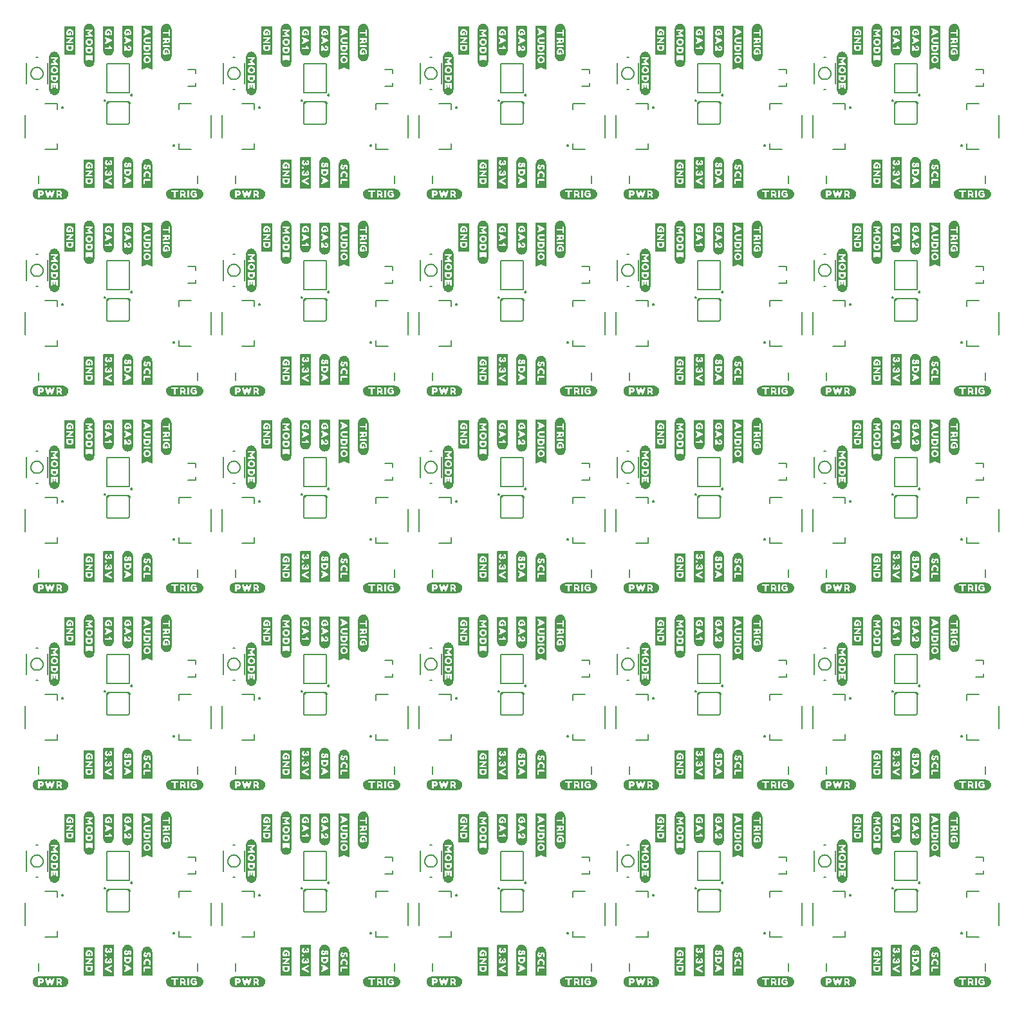
<source format=gto>
G04 EAGLE Gerber RS-274X export*
G75*
%MOMM*%
%FSLAX34Y34*%
%LPD*%
%INSilkscreen Top*%
%IPPOS*%
%AMOC8*
5,1,8,0,0,1.08239X$1,22.5*%
G01*
%ADD10C,0.203200*%
%ADD11C,0.020319*%
%ADD12C,0.200000*%
%ADD13C,0.127000*%

G36*
X171895Y435249D02*
X171895Y435249D01*
X171937Y435257D01*
X171933Y435277D01*
X171949Y435290D01*
X171949Y490090D01*
X171943Y490098D01*
X171946Y490108D01*
X171933Y490112D01*
X171913Y490137D01*
X171894Y490123D01*
X171930Y490151D01*
X171938Y490182D01*
X171949Y490190D01*
X171949Y493090D01*
X171936Y493108D01*
X171939Y493120D01*
X171639Y493520D01*
X171608Y493529D01*
X171600Y493539D01*
X158700Y493539D01*
X158687Y493530D01*
X158678Y493534D01*
X158278Y493334D01*
X158260Y493297D01*
X158251Y493290D01*
X158251Y435690D01*
X158267Y435669D01*
X158265Y435655D01*
X158565Y435355D01*
X158618Y435348D01*
X158622Y435346D01*
X164619Y438344D01*
X165196Y438537D01*
X171878Y435246D01*
X171883Y435247D01*
X171887Y435243D01*
X171895Y435249D01*
G37*
G36*
X430975Y953409D02*
X430975Y953409D01*
X431017Y953417D01*
X431013Y953437D01*
X431029Y953450D01*
X431029Y1008250D01*
X431023Y1008258D01*
X431026Y1008268D01*
X431013Y1008272D01*
X430993Y1008297D01*
X430974Y1008283D01*
X431010Y1008311D01*
X431018Y1008342D01*
X431029Y1008350D01*
X431029Y1011250D01*
X431016Y1011268D01*
X431019Y1011280D01*
X430719Y1011680D01*
X430688Y1011689D01*
X430680Y1011699D01*
X417780Y1011699D01*
X417767Y1011690D01*
X417758Y1011694D01*
X417358Y1011494D01*
X417340Y1011457D01*
X417331Y1011450D01*
X417331Y953850D01*
X417347Y953829D01*
X417345Y953815D01*
X417645Y953515D01*
X417698Y953508D01*
X417702Y953506D01*
X423699Y956504D01*
X424276Y956697D01*
X430958Y953406D01*
X430963Y953407D01*
X430967Y953403D01*
X430975Y953409D01*
G37*
G36*
X949135Y435249D02*
X949135Y435249D01*
X949177Y435257D01*
X949173Y435277D01*
X949189Y435290D01*
X949189Y490090D01*
X949183Y490098D01*
X949186Y490108D01*
X949173Y490112D01*
X949153Y490137D01*
X949134Y490123D01*
X949170Y490151D01*
X949178Y490182D01*
X949189Y490190D01*
X949189Y493090D01*
X949176Y493108D01*
X949179Y493120D01*
X948879Y493520D01*
X948848Y493529D01*
X948840Y493539D01*
X935940Y493539D01*
X935927Y493530D01*
X935918Y493534D01*
X935518Y493334D01*
X935500Y493297D01*
X935491Y493290D01*
X935491Y435690D01*
X935507Y435669D01*
X935505Y435655D01*
X935805Y435355D01*
X935858Y435348D01*
X935862Y435346D01*
X941859Y438344D01*
X942436Y438537D01*
X949118Y435246D01*
X949123Y435247D01*
X949127Y435243D01*
X949135Y435249D01*
G37*
G36*
X171895Y953409D02*
X171895Y953409D01*
X171937Y953417D01*
X171933Y953437D01*
X171949Y953450D01*
X171949Y1008250D01*
X171943Y1008258D01*
X171946Y1008268D01*
X171933Y1008272D01*
X171913Y1008297D01*
X171894Y1008283D01*
X171930Y1008311D01*
X171938Y1008342D01*
X171949Y1008350D01*
X171949Y1011250D01*
X171936Y1011268D01*
X171939Y1011280D01*
X171639Y1011680D01*
X171608Y1011689D01*
X171600Y1011699D01*
X158700Y1011699D01*
X158687Y1011690D01*
X158678Y1011694D01*
X158278Y1011494D01*
X158260Y1011457D01*
X158251Y1011450D01*
X158251Y953850D01*
X158267Y953829D01*
X158265Y953815D01*
X158565Y953515D01*
X158618Y953508D01*
X158622Y953506D01*
X164619Y956504D01*
X165196Y956697D01*
X171878Y953406D01*
X171883Y953407D01*
X171887Y953403D01*
X171895Y953409D01*
G37*
G36*
X430975Y435249D02*
X430975Y435249D01*
X431017Y435257D01*
X431013Y435277D01*
X431029Y435290D01*
X431029Y490090D01*
X431023Y490098D01*
X431026Y490108D01*
X431013Y490112D01*
X430993Y490137D01*
X430974Y490123D01*
X431010Y490151D01*
X431018Y490182D01*
X431029Y490190D01*
X431029Y493090D01*
X431016Y493108D01*
X431019Y493120D01*
X430719Y493520D01*
X430688Y493529D01*
X430680Y493539D01*
X417780Y493539D01*
X417767Y493530D01*
X417758Y493534D01*
X417358Y493334D01*
X417340Y493297D01*
X417331Y493290D01*
X417331Y435690D01*
X417347Y435669D01*
X417345Y435655D01*
X417645Y435355D01*
X417698Y435348D01*
X417702Y435346D01*
X423699Y438344D01*
X424276Y438537D01*
X430958Y435246D01*
X430963Y435247D01*
X430967Y435243D01*
X430975Y435249D01*
G37*
G36*
X1208215Y435249D02*
X1208215Y435249D01*
X1208257Y435257D01*
X1208253Y435277D01*
X1208269Y435290D01*
X1208269Y490090D01*
X1208263Y490098D01*
X1208266Y490108D01*
X1208253Y490112D01*
X1208233Y490137D01*
X1208214Y490123D01*
X1208250Y490151D01*
X1208258Y490182D01*
X1208269Y490190D01*
X1208269Y493090D01*
X1208256Y493108D01*
X1208259Y493120D01*
X1207959Y493520D01*
X1207928Y493529D01*
X1207920Y493539D01*
X1195020Y493539D01*
X1195007Y493530D01*
X1194998Y493534D01*
X1194598Y493334D01*
X1194580Y493297D01*
X1194571Y493290D01*
X1194571Y435690D01*
X1194587Y435669D01*
X1194585Y435655D01*
X1194885Y435355D01*
X1194938Y435348D01*
X1194942Y435346D01*
X1200939Y438344D01*
X1201516Y438537D01*
X1208198Y435246D01*
X1208203Y435247D01*
X1208207Y435243D01*
X1208215Y435249D01*
G37*
G36*
X1208215Y953409D02*
X1208215Y953409D01*
X1208257Y953417D01*
X1208253Y953437D01*
X1208269Y953450D01*
X1208269Y1008250D01*
X1208263Y1008258D01*
X1208266Y1008268D01*
X1208253Y1008272D01*
X1208233Y1008297D01*
X1208214Y1008283D01*
X1208250Y1008311D01*
X1208258Y1008342D01*
X1208269Y1008350D01*
X1208269Y1011250D01*
X1208256Y1011268D01*
X1208259Y1011280D01*
X1207959Y1011680D01*
X1207928Y1011689D01*
X1207920Y1011699D01*
X1195020Y1011699D01*
X1195007Y1011690D01*
X1194998Y1011694D01*
X1194598Y1011494D01*
X1194580Y1011457D01*
X1194571Y1011450D01*
X1194571Y953850D01*
X1194587Y953829D01*
X1194585Y953815D01*
X1194885Y953515D01*
X1194938Y953508D01*
X1194942Y953506D01*
X1200939Y956504D01*
X1201516Y956697D01*
X1208198Y953406D01*
X1208203Y953407D01*
X1208207Y953403D01*
X1208215Y953409D01*
G37*
G36*
X949135Y953409D02*
X949135Y953409D01*
X949177Y953417D01*
X949173Y953437D01*
X949189Y953450D01*
X949189Y1008250D01*
X949183Y1008258D01*
X949186Y1008268D01*
X949173Y1008272D01*
X949153Y1008297D01*
X949134Y1008283D01*
X949170Y1008311D01*
X949178Y1008342D01*
X949189Y1008350D01*
X949189Y1011250D01*
X949176Y1011268D01*
X949179Y1011280D01*
X948879Y1011680D01*
X948848Y1011689D01*
X948840Y1011699D01*
X935940Y1011699D01*
X935927Y1011690D01*
X935918Y1011694D01*
X935518Y1011494D01*
X935500Y1011457D01*
X935491Y1011450D01*
X935491Y953850D01*
X935507Y953829D01*
X935505Y953815D01*
X935805Y953515D01*
X935858Y953508D01*
X935862Y953506D01*
X941859Y956504D01*
X942436Y956697D01*
X949118Y953406D01*
X949123Y953407D01*
X949127Y953403D01*
X949135Y953409D01*
G37*
G36*
X690055Y953409D02*
X690055Y953409D01*
X690097Y953417D01*
X690093Y953437D01*
X690109Y953450D01*
X690109Y1008250D01*
X690103Y1008258D01*
X690106Y1008268D01*
X690093Y1008272D01*
X690073Y1008297D01*
X690054Y1008283D01*
X690090Y1008311D01*
X690098Y1008342D01*
X690109Y1008350D01*
X690109Y1011250D01*
X690096Y1011268D01*
X690099Y1011280D01*
X689799Y1011680D01*
X689768Y1011689D01*
X689760Y1011699D01*
X676860Y1011699D01*
X676847Y1011690D01*
X676838Y1011694D01*
X676438Y1011494D01*
X676420Y1011457D01*
X676411Y1011450D01*
X676411Y953850D01*
X676427Y953829D01*
X676425Y953815D01*
X676725Y953515D01*
X676778Y953508D01*
X676782Y953506D01*
X682779Y956504D01*
X683356Y956697D01*
X690038Y953406D01*
X690043Y953407D01*
X690047Y953403D01*
X690055Y953409D01*
G37*
G36*
X949135Y176169D02*
X949135Y176169D01*
X949177Y176177D01*
X949173Y176197D01*
X949189Y176210D01*
X949189Y231010D01*
X949183Y231018D01*
X949186Y231028D01*
X949173Y231032D01*
X949153Y231057D01*
X949134Y231043D01*
X949170Y231071D01*
X949178Y231102D01*
X949189Y231110D01*
X949189Y234010D01*
X949176Y234028D01*
X949179Y234040D01*
X948879Y234440D01*
X948848Y234449D01*
X948840Y234459D01*
X935940Y234459D01*
X935927Y234450D01*
X935918Y234454D01*
X935518Y234254D01*
X935500Y234217D01*
X935491Y234210D01*
X935491Y176610D01*
X935507Y176589D01*
X935505Y176575D01*
X935805Y176275D01*
X935858Y176268D01*
X935862Y176266D01*
X941859Y179264D01*
X942436Y179457D01*
X949118Y176166D01*
X949123Y176167D01*
X949127Y176163D01*
X949135Y176169D01*
G37*
G36*
X430975Y1212489D02*
X430975Y1212489D01*
X431017Y1212497D01*
X431013Y1212517D01*
X431029Y1212530D01*
X431029Y1267330D01*
X431023Y1267338D01*
X431026Y1267348D01*
X431013Y1267352D01*
X430993Y1267377D01*
X430974Y1267363D01*
X431010Y1267391D01*
X431018Y1267422D01*
X431029Y1267430D01*
X431029Y1270330D01*
X431016Y1270348D01*
X431019Y1270360D01*
X430719Y1270760D01*
X430688Y1270769D01*
X430680Y1270779D01*
X417780Y1270779D01*
X417767Y1270770D01*
X417758Y1270774D01*
X417358Y1270574D01*
X417340Y1270537D01*
X417331Y1270530D01*
X417331Y1212930D01*
X417347Y1212909D01*
X417345Y1212895D01*
X417645Y1212595D01*
X417698Y1212588D01*
X417702Y1212586D01*
X423699Y1215584D01*
X424276Y1215777D01*
X430958Y1212486D01*
X430963Y1212487D01*
X430967Y1212483D01*
X430975Y1212489D01*
G37*
G36*
X171895Y1212489D02*
X171895Y1212489D01*
X171937Y1212497D01*
X171933Y1212517D01*
X171949Y1212530D01*
X171949Y1267330D01*
X171943Y1267338D01*
X171946Y1267348D01*
X171933Y1267352D01*
X171913Y1267377D01*
X171894Y1267363D01*
X171930Y1267391D01*
X171938Y1267422D01*
X171949Y1267430D01*
X171949Y1270330D01*
X171936Y1270348D01*
X171939Y1270360D01*
X171639Y1270760D01*
X171608Y1270769D01*
X171600Y1270779D01*
X158700Y1270779D01*
X158687Y1270770D01*
X158678Y1270774D01*
X158278Y1270574D01*
X158260Y1270537D01*
X158251Y1270530D01*
X158251Y1212930D01*
X158267Y1212909D01*
X158265Y1212895D01*
X158565Y1212595D01*
X158618Y1212588D01*
X158622Y1212586D01*
X164619Y1215584D01*
X165196Y1215777D01*
X171878Y1212486D01*
X171883Y1212487D01*
X171887Y1212483D01*
X171895Y1212489D01*
G37*
G36*
X1208215Y1212489D02*
X1208215Y1212489D01*
X1208257Y1212497D01*
X1208253Y1212517D01*
X1208269Y1212530D01*
X1208269Y1267330D01*
X1208263Y1267338D01*
X1208266Y1267348D01*
X1208253Y1267352D01*
X1208233Y1267377D01*
X1208214Y1267363D01*
X1208250Y1267391D01*
X1208258Y1267422D01*
X1208269Y1267430D01*
X1208269Y1270330D01*
X1208256Y1270348D01*
X1208259Y1270360D01*
X1207959Y1270760D01*
X1207928Y1270769D01*
X1207920Y1270779D01*
X1195020Y1270779D01*
X1195007Y1270770D01*
X1194998Y1270774D01*
X1194598Y1270574D01*
X1194580Y1270537D01*
X1194571Y1270530D01*
X1194571Y1212930D01*
X1194587Y1212909D01*
X1194585Y1212895D01*
X1194885Y1212595D01*
X1194938Y1212588D01*
X1194942Y1212586D01*
X1200939Y1215584D01*
X1201516Y1215777D01*
X1208198Y1212486D01*
X1208203Y1212487D01*
X1208207Y1212483D01*
X1208215Y1212489D01*
G37*
G36*
X690055Y1212489D02*
X690055Y1212489D01*
X690097Y1212497D01*
X690093Y1212517D01*
X690109Y1212530D01*
X690109Y1267330D01*
X690103Y1267338D01*
X690106Y1267348D01*
X690093Y1267352D01*
X690073Y1267377D01*
X690054Y1267363D01*
X690090Y1267391D01*
X690098Y1267422D01*
X690109Y1267430D01*
X690109Y1270330D01*
X690096Y1270348D01*
X690099Y1270360D01*
X689799Y1270760D01*
X689768Y1270769D01*
X689760Y1270779D01*
X676860Y1270779D01*
X676847Y1270770D01*
X676838Y1270774D01*
X676438Y1270574D01*
X676420Y1270537D01*
X676411Y1270530D01*
X676411Y1212930D01*
X676427Y1212909D01*
X676425Y1212895D01*
X676725Y1212595D01*
X676778Y1212588D01*
X676782Y1212586D01*
X682779Y1215584D01*
X683356Y1215777D01*
X690038Y1212486D01*
X690043Y1212487D01*
X690047Y1212483D01*
X690055Y1212489D01*
G37*
G36*
X949135Y1212489D02*
X949135Y1212489D01*
X949177Y1212497D01*
X949173Y1212517D01*
X949189Y1212530D01*
X949189Y1267330D01*
X949183Y1267338D01*
X949186Y1267348D01*
X949173Y1267352D01*
X949153Y1267377D01*
X949134Y1267363D01*
X949170Y1267391D01*
X949178Y1267422D01*
X949189Y1267430D01*
X949189Y1270330D01*
X949176Y1270348D01*
X949179Y1270360D01*
X948879Y1270760D01*
X948848Y1270769D01*
X948840Y1270779D01*
X935940Y1270779D01*
X935927Y1270770D01*
X935918Y1270774D01*
X935518Y1270574D01*
X935500Y1270537D01*
X935491Y1270530D01*
X935491Y1212930D01*
X935507Y1212909D01*
X935505Y1212895D01*
X935805Y1212595D01*
X935858Y1212588D01*
X935862Y1212586D01*
X941859Y1215584D01*
X942436Y1215777D01*
X949118Y1212486D01*
X949123Y1212487D01*
X949127Y1212483D01*
X949135Y1212489D01*
G37*
G36*
X949135Y694329D02*
X949135Y694329D01*
X949177Y694337D01*
X949173Y694357D01*
X949189Y694370D01*
X949189Y749170D01*
X949183Y749178D01*
X949186Y749188D01*
X949173Y749192D01*
X949153Y749217D01*
X949134Y749203D01*
X949170Y749231D01*
X949178Y749262D01*
X949189Y749270D01*
X949189Y752170D01*
X949176Y752188D01*
X949179Y752200D01*
X948879Y752600D01*
X948848Y752609D01*
X948840Y752619D01*
X935940Y752619D01*
X935927Y752610D01*
X935918Y752614D01*
X935518Y752414D01*
X935500Y752377D01*
X935491Y752370D01*
X935491Y694770D01*
X935507Y694749D01*
X935505Y694735D01*
X935805Y694435D01*
X935858Y694428D01*
X935862Y694426D01*
X941859Y697424D01*
X942436Y697617D01*
X949118Y694326D01*
X949123Y694327D01*
X949127Y694323D01*
X949135Y694329D01*
G37*
G36*
X171895Y694329D02*
X171895Y694329D01*
X171937Y694337D01*
X171933Y694357D01*
X171949Y694370D01*
X171949Y749170D01*
X171943Y749178D01*
X171946Y749188D01*
X171933Y749192D01*
X171913Y749217D01*
X171894Y749203D01*
X171930Y749231D01*
X171938Y749262D01*
X171949Y749270D01*
X171949Y752170D01*
X171936Y752188D01*
X171939Y752200D01*
X171639Y752600D01*
X171608Y752609D01*
X171600Y752619D01*
X158700Y752619D01*
X158687Y752610D01*
X158678Y752614D01*
X158278Y752414D01*
X158260Y752377D01*
X158251Y752370D01*
X158251Y694770D01*
X158267Y694749D01*
X158265Y694735D01*
X158565Y694435D01*
X158618Y694428D01*
X158622Y694426D01*
X164619Y697424D01*
X165196Y697617D01*
X171878Y694326D01*
X171883Y694327D01*
X171887Y694323D01*
X171895Y694329D01*
G37*
G36*
X690055Y176169D02*
X690055Y176169D01*
X690097Y176177D01*
X690093Y176197D01*
X690109Y176210D01*
X690109Y231010D01*
X690103Y231018D01*
X690106Y231028D01*
X690093Y231032D01*
X690073Y231057D01*
X690054Y231043D01*
X690090Y231071D01*
X690098Y231102D01*
X690109Y231110D01*
X690109Y234010D01*
X690096Y234028D01*
X690099Y234040D01*
X689799Y234440D01*
X689768Y234449D01*
X689760Y234459D01*
X676860Y234459D01*
X676847Y234450D01*
X676838Y234454D01*
X676438Y234254D01*
X676420Y234217D01*
X676411Y234210D01*
X676411Y176610D01*
X676427Y176589D01*
X676425Y176575D01*
X676725Y176275D01*
X676778Y176268D01*
X676782Y176266D01*
X682779Y179264D01*
X683356Y179457D01*
X690038Y176166D01*
X690043Y176167D01*
X690047Y176163D01*
X690055Y176169D01*
G37*
G36*
X430975Y694329D02*
X430975Y694329D01*
X431017Y694337D01*
X431013Y694357D01*
X431029Y694370D01*
X431029Y749170D01*
X431023Y749178D01*
X431026Y749188D01*
X431013Y749192D01*
X430993Y749217D01*
X430974Y749203D01*
X431010Y749231D01*
X431018Y749262D01*
X431029Y749270D01*
X431029Y752170D01*
X431016Y752188D01*
X431019Y752200D01*
X430719Y752600D01*
X430688Y752609D01*
X430680Y752619D01*
X417780Y752619D01*
X417767Y752610D01*
X417758Y752614D01*
X417358Y752414D01*
X417340Y752377D01*
X417331Y752370D01*
X417331Y694770D01*
X417347Y694749D01*
X417345Y694735D01*
X417645Y694435D01*
X417698Y694428D01*
X417702Y694426D01*
X423699Y697424D01*
X424276Y697617D01*
X430958Y694326D01*
X430963Y694327D01*
X430967Y694323D01*
X430975Y694329D01*
G37*
G36*
X1208215Y176169D02*
X1208215Y176169D01*
X1208257Y176177D01*
X1208253Y176197D01*
X1208269Y176210D01*
X1208269Y231010D01*
X1208263Y231018D01*
X1208266Y231028D01*
X1208253Y231032D01*
X1208233Y231057D01*
X1208214Y231043D01*
X1208250Y231071D01*
X1208258Y231102D01*
X1208269Y231110D01*
X1208269Y234010D01*
X1208256Y234028D01*
X1208259Y234040D01*
X1207959Y234440D01*
X1207928Y234449D01*
X1207920Y234459D01*
X1195020Y234459D01*
X1195007Y234450D01*
X1194998Y234454D01*
X1194598Y234254D01*
X1194580Y234217D01*
X1194571Y234210D01*
X1194571Y176610D01*
X1194587Y176589D01*
X1194585Y176575D01*
X1194885Y176275D01*
X1194938Y176268D01*
X1194942Y176266D01*
X1200939Y179264D01*
X1201516Y179457D01*
X1208198Y176166D01*
X1208203Y176167D01*
X1208207Y176163D01*
X1208215Y176169D01*
G37*
G36*
X1208215Y694329D02*
X1208215Y694329D01*
X1208257Y694337D01*
X1208253Y694357D01*
X1208269Y694370D01*
X1208269Y749170D01*
X1208263Y749178D01*
X1208266Y749188D01*
X1208253Y749192D01*
X1208233Y749217D01*
X1208214Y749203D01*
X1208250Y749231D01*
X1208258Y749262D01*
X1208269Y749270D01*
X1208269Y752170D01*
X1208256Y752188D01*
X1208259Y752200D01*
X1207959Y752600D01*
X1207928Y752609D01*
X1207920Y752619D01*
X1195020Y752619D01*
X1195007Y752610D01*
X1194998Y752614D01*
X1194598Y752414D01*
X1194580Y752377D01*
X1194571Y752370D01*
X1194571Y694770D01*
X1194587Y694749D01*
X1194585Y694735D01*
X1194885Y694435D01*
X1194938Y694428D01*
X1194942Y694426D01*
X1200939Y697424D01*
X1201516Y697617D01*
X1208198Y694326D01*
X1208203Y694327D01*
X1208207Y694323D01*
X1208215Y694329D01*
G37*
G36*
X690055Y694329D02*
X690055Y694329D01*
X690097Y694337D01*
X690093Y694357D01*
X690109Y694370D01*
X690109Y749170D01*
X690103Y749178D01*
X690106Y749188D01*
X690093Y749192D01*
X690073Y749217D01*
X690054Y749203D01*
X690090Y749231D01*
X690098Y749262D01*
X690109Y749270D01*
X690109Y752170D01*
X690096Y752188D01*
X690099Y752200D01*
X689799Y752600D01*
X689768Y752609D01*
X689760Y752619D01*
X676860Y752619D01*
X676847Y752610D01*
X676838Y752614D01*
X676438Y752414D01*
X676420Y752377D01*
X676411Y752370D01*
X676411Y694770D01*
X676427Y694749D01*
X676425Y694735D01*
X676725Y694435D01*
X676778Y694428D01*
X676782Y694426D01*
X682779Y697424D01*
X683356Y697617D01*
X690038Y694326D01*
X690043Y694327D01*
X690047Y694323D01*
X690055Y694329D01*
G37*
G36*
X690055Y435249D02*
X690055Y435249D01*
X690097Y435257D01*
X690093Y435277D01*
X690109Y435290D01*
X690109Y490090D01*
X690103Y490098D01*
X690106Y490108D01*
X690093Y490112D01*
X690073Y490137D01*
X690054Y490123D01*
X690090Y490151D01*
X690098Y490182D01*
X690109Y490190D01*
X690109Y493090D01*
X690096Y493108D01*
X690099Y493120D01*
X689799Y493520D01*
X689768Y493529D01*
X689760Y493539D01*
X676860Y493539D01*
X676847Y493530D01*
X676838Y493534D01*
X676438Y493334D01*
X676420Y493297D01*
X676411Y493290D01*
X676411Y435690D01*
X676427Y435669D01*
X676425Y435655D01*
X676725Y435355D01*
X676778Y435348D01*
X676782Y435346D01*
X682779Y438344D01*
X683356Y438537D01*
X690038Y435246D01*
X690043Y435247D01*
X690047Y435243D01*
X690055Y435249D01*
G37*
G36*
X430975Y176169D02*
X430975Y176169D01*
X431017Y176177D01*
X431013Y176197D01*
X431029Y176210D01*
X431029Y231010D01*
X431023Y231018D01*
X431026Y231028D01*
X431013Y231032D01*
X430993Y231057D01*
X430974Y231043D01*
X431010Y231071D01*
X431018Y231102D01*
X431029Y231110D01*
X431029Y234010D01*
X431016Y234028D01*
X431019Y234040D01*
X430719Y234440D01*
X430688Y234449D01*
X430680Y234459D01*
X417780Y234459D01*
X417767Y234450D01*
X417758Y234454D01*
X417358Y234254D01*
X417340Y234217D01*
X417331Y234210D01*
X417331Y176610D01*
X417347Y176589D01*
X417345Y176575D01*
X417645Y176275D01*
X417698Y176268D01*
X417702Y176266D01*
X423699Y179264D01*
X424276Y179457D01*
X430958Y176166D01*
X430963Y176167D01*
X430967Y176163D01*
X430975Y176169D01*
G37*
G36*
X171895Y176169D02*
X171895Y176169D01*
X171937Y176177D01*
X171933Y176197D01*
X171949Y176210D01*
X171949Y231010D01*
X171943Y231018D01*
X171946Y231028D01*
X171933Y231032D01*
X171913Y231057D01*
X171894Y231043D01*
X171930Y231071D01*
X171938Y231102D01*
X171949Y231110D01*
X171949Y234010D01*
X171936Y234028D01*
X171939Y234040D01*
X171639Y234440D01*
X171608Y234449D01*
X171600Y234459D01*
X158700Y234459D01*
X158687Y234450D01*
X158678Y234454D01*
X158278Y234254D01*
X158260Y234217D01*
X158251Y234210D01*
X158251Y176610D01*
X158267Y176589D01*
X158265Y176575D01*
X158565Y176275D01*
X158618Y176268D01*
X158622Y176266D01*
X164619Y179264D01*
X165196Y179457D01*
X171878Y176166D01*
X171883Y176167D01*
X171887Y176163D01*
X171895Y176169D01*
G37*
G36*
X89505Y1216054D02*
X89505Y1216054D01*
X89508Y1216051D01*
X90108Y1216151D01*
X90111Y1216155D01*
X90114Y1216153D01*
X90814Y1216353D01*
X90815Y1216354D01*
X90816Y1216353D01*
X91416Y1216553D01*
X91417Y1216556D01*
X91419Y1216555D01*
X92119Y1216855D01*
X92122Y1216859D01*
X92125Y1216858D01*
X92625Y1217158D01*
X92626Y1217159D01*
X92627Y1217159D01*
X93227Y1217559D01*
X93230Y1217566D01*
X93235Y1217565D01*
X93735Y1218065D01*
X93735Y1218069D01*
X93738Y1218069D01*
X94538Y1219069D01*
X94539Y1219073D01*
X94541Y1219073D01*
X94941Y1219673D01*
X94941Y1219677D01*
X94944Y1219678D01*
X95244Y1220278D01*
X95243Y1220285D01*
X95247Y1220286D01*
X95447Y1220985D01*
X95647Y1221584D01*
X95643Y1221595D01*
X95649Y1221600D01*
X95649Y1222297D01*
X95749Y1222993D01*
X95746Y1222998D01*
X95749Y1223000D01*
X95749Y1266400D01*
X95746Y1266404D01*
X95749Y1266407D01*
X95549Y1267807D01*
X95548Y1267808D01*
X95549Y1267808D01*
X95449Y1268408D01*
X95441Y1268415D01*
X95444Y1268422D01*
X94544Y1270222D01*
X94537Y1270226D01*
X94538Y1270232D01*
X94038Y1270832D01*
X94034Y1270832D01*
X94035Y1270835D01*
X93135Y1271735D01*
X93128Y1271736D01*
X93127Y1271741D01*
X92527Y1272141D01*
X92523Y1272141D01*
X92522Y1272144D01*
X91322Y1272744D01*
X91315Y1272743D01*
X91314Y1272747D01*
X90614Y1272947D01*
X90610Y1272946D01*
X90608Y1272949D01*
X90008Y1273049D01*
X90007Y1273048D01*
X90007Y1273049D01*
X89307Y1273149D01*
X89302Y1273146D01*
X89300Y1273149D01*
X88600Y1273149D01*
X88595Y1273146D01*
X88592Y1273149D01*
X87992Y1273049D01*
X87293Y1272949D01*
X87289Y1272945D01*
X87286Y1272947D01*
X86586Y1272747D01*
X86585Y1272746D01*
X86584Y1272747D01*
X85984Y1272547D01*
X85981Y1272542D01*
X85978Y1272544D01*
X85378Y1272244D01*
X85375Y1272237D01*
X85369Y1272238D01*
X84869Y1271838D01*
X84868Y1271838D01*
X84268Y1271338D01*
X84268Y1271334D01*
X84265Y1271335D01*
X83865Y1270935D01*
X83865Y1270931D01*
X83862Y1270932D01*
X83362Y1270332D01*
X83362Y1270326D01*
X83358Y1270325D01*
X83058Y1269826D01*
X82659Y1269227D01*
X82660Y1269216D01*
X82653Y1269214D01*
X82453Y1268515D01*
X82253Y1267916D01*
X82255Y1267909D01*
X82251Y1267907D01*
X82051Y1266507D01*
X82054Y1266502D01*
X82051Y1266500D01*
X82051Y1222500D01*
X82054Y1222496D01*
X82051Y1222493D01*
X82251Y1221093D01*
X82256Y1221088D01*
X82253Y1221084D01*
X82453Y1220484D01*
X82458Y1220481D01*
X82456Y1220478D01*
X83056Y1219278D01*
X83060Y1219276D01*
X83059Y1219273D01*
X83459Y1218673D01*
X83466Y1218670D01*
X83465Y1218665D01*
X84465Y1217665D01*
X84469Y1217665D01*
X84469Y1217662D01*
X84969Y1217262D01*
X84977Y1217261D01*
X84978Y1217256D01*
X86778Y1216356D01*
X86785Y1216357D01*
X86786Y1216353D01*
X87486Y1216153D01*
X87490Y1216154D01*
X87492Y1216151D01*
X88092Y1216051D01*
X88097Y1216054D01*
X88100Y1216051D01*
X89500Y1216051D01*
X89505Y1216054D01*
G37*
G36*
X1125825Y1216054D02*
X1125825Y1216054D01*
X1125828Y1216051D01*
X1126428Y1216151D01*
X1126431Y1216155D01*
X1126434Y1216153D01*
X1127134Y1216353D01*
X1127135Y1216354D01*
X1127136Y1216353D01*
X1127736Y1216553D01*
X1127737Y1216556D01*
X1127739Y1216555D01*
X1128439Y1216855D01*
X1128442Y1216859D01*
X1128445Y1216858D01*
X1128945Y1217158D01*
X1128946Y1217159D01*
X1128947Y1217159D01*
X1129547Y1217559D01*
X1129550Y1217566D01*
X1129555Y1217565D01*
X1130055Y1218065D01*
X1130055Y1218069D01*
X1130058Y1218069D01*
X1130858Y1219069D01*
X1130859Y1219073D01*
X1130861Y1219073D01*
X1131261Y1219673D01*
X1131261Y1219677D01*
X1131264Y1219678D01*
X1131564Y1220278D01*
X1131563Y1220285D01*
X1131567Y1220286D01*
X1131767Y1220985D01*
X1131967Y1221584D01*
X1131963Y1221595D01*
X1131969Y1221600D01*
X1131969Y1222297D01*
X1132069Y1222993D01*
X1132066Y1222998D01*
X1132069Y1223000D01*
X1132069Y1266400D01*
X1132066Y1266404D01*
X1132069Y1266407D01*
X1131869Y1267807D01*
X1131868Y1267808D01*
X1131869Y1267808D01*
X1131769Y1268408D01*
X1131761Y1268415D01*
X1131764Y1268422D01*
X1130864Y1270222D01*
X1130857Y1270226D01*
X1130858Y1270232D01*
X1130358Y1270832D01*
X1130354Y1270832D01*
X1130355Y1270835D01*
X1129455Y1271735D01*
X1129448Y1271736D01*
X1129447Y1271741D01*
X1128847Y1272141D01*
X1128843Y1272141D01*
X1128842Y1272144D01*
X1127642Y1272744D01*
X1127635Y1272743D01*
X1127634Y1272747D01*
X1126934Y1272947D01*
X1126930Y1272946D01*
X1126928Y1272949D01*
X1126328Y1273049D01*
X1126327Y1273048D01*
X1126327Y1273049D01*
X1125627Y1273149D01*
X1125622Y1273146D01*
X1125620Y1273149D01*
X1124920Y1273149D01*
X1124915Y1273146D01*
X1124912Y1273149D01*
X1124312Y1273049D01*
X1123613Y1272949D01*
X1123609Y1272945D01*
X1123606Y1272947D01*
X1122906Y1272747D01*
X1122905Y1272746D01*
X1122904Y1272747D01*
X1122304Y1272547D01*
X1122301Y1272542D01*
X1122298Y1272544D01*
X1121698Y1272244D01*
X1121695Y1272237D01*
X1121689Y1272238D01*
X1121189Y1271838D01*
X1121188Y1271838D01*
X1120588Y1271338D01*
X1120588Y1271334D01*
X1120585Y1271335D01*
X1120185Y1270935D01*
X1120185Y1270931D01*
X1120182Y1270932D01*
X1119682Y1270332D01*
X1119682Y1270326D01*
X1119678Y1270325D01*
X1119378Y1269826D01*
X1118979Y1269227D01*
X1118980Y1269216D01*
X1118973Y1269214D01*
X1118773Y1268515D01*
X1118573Y1267916D01*
X1118575Y1267909D01*
X1118571Y1267907D01*
X1118371Y1266507D01*
X1118374Y1266502D01*
X1118371Y1266500D01*
X1118371Y1222500D01*
X1118374Y1222496D01*
X1118371Y1222493D01*
X1118571Y1221093D01*
X1118576Y1221088D01*
X1118573Y1221084D01*
X1118773Y1220484D01*
X1118778Y1220481D01*
X1118776Y1220478D01*
X1119376Y1219278D01*
X1119380Y1219276D01*
X1119379Y1219273D01*
X1119779Y1218673D01*
X1119786Y1218670D01*
X1119785Y1218665D01*
X1120785Y1217665D01*
X1120789Y1217665D01*
X1120789Y1217662D01*
X1121289Y1217262D01*
X1121297Y1217261D01*
X1121298Y1217256D01*
X1123098Y1216356D01*
X1123105Y1216357D01*
X1123106Y1216353D01*
X1123806Y1216153D01*
X1123810Y1216154D01*
X1123812Y1216151D01*
X1124412Y1216051D01*
X1124417Y1216054D01*
X1124420Y1216051D01*
X1125820Y1216051D01*
X1125825Y1216054D01*
G37*
G36*
X866745Y1216054D02*
X866745Y1216054D01*
X866748Y1216051D01*
X867348Y1216151D01*
X867351Y1216155D01*
X867354Y1216153D01*
X868054Y1216353D01*
X868055Y1216354D01*
X868056Y1216353D01*
X868656Y1216553D01*
X868657Y1216556D01*
X868659Y1216555D01*
X869359Y1216855D01*
X869362Y1216859D01*
X869365Y1216858D01*
X869865Y1217158D01*
X869866Y1217159D01*
X869867Y1217159D01*
X870467Y1217559D01*
X870470Y1217566D01*
X870475Y1217565D01*
X870975Y1218065D01*
X870975Y1218069D01*
X870978Y1218069D01*
X871778Y1219069D01*
X871779Y1219073D01*
X871781Y1219073D01*
X872181Y1219673D01*
X872181Y1219677D01*
X872184Y1219678D01*
X872484Y1220278D01*
X872483Y1220285D01*
X872487Y1220286D01*
X872687Y1220985D01*
X872887Y1221584D01*
X872883Y1221595D01*
X872889Y1221600D01*
X872889Y1222297D01*
X872989Y1222993D01*
X872986Y1222998D01*
X872989Y1223000D01*
X872989Y1266400D01*
X872986Y1266404D01*
X872989Y1266407D01*
X872789Y1267807D01*
X872788Y1267808D01*
X872789Y1267808D01*
X872689Y1268408D01*
X872681Y1268415D01*
X872684Y1268422D01*
X871784Y1270222D01*
X871777Y1270226D01*
X871778Y1270232D01*
X871278Y1270832D01*
X871274Y1270832D01*
X871275Y1270835D01*
X870375Y1271735D01*
X870368Y1271736D01*
X870367Y1271741D01*
X869767Y1272141D01*
X869763Y1272141D01*
X869762Y1272144D01*
X868562Y1272744D01*
X868555Y1272743D01*
X868554Y1272747D01*
X867854Y1272947D01*
X867850Y1272946D01*
X867848Y1272949D01*
X867248Y1273049D01*
X867247Y1273048D01*
X867247Y1273049D01*
X866547Y1273149D01*
X866542Y1273146D01*
X866540Y1273149D01*
X865840Y1273149D01*
X865835Y1273146D01*
X865832Y1273149D01*
X865232Y1273049D01*
X864533Y1272949D01*
X864529Y1272945D01*
X864526Y1272947D01*
X863826Y1272747D01*
X863825Y1272746D01*
X863824Y1272747D01*
X863224Y1272547D01*
X863221Y1272542D01*
X863218Y1272544D01*
X862618Y1272244D01*
X862615Y1272237D01*
X862609Y1272238D01*
X862109Y1271838D01*
X862108Y1271838D01*
X861508Y1271338D01*
X861508Y1271334D01*
X861505Y1271335D01*
X861105Y1270935D01*
X861105Y1270931D01*
X861102Y1270932D01*
X860602Y1270332D01*
X860602Y1270326D01*
X860598Y1270325D01*
X860298Y1269826D01*
X859899Y1269227D01*
X859900Y1269216D01*
X859893Y1269214D01*
X859693Y1268515D01*
X859493Y1267916D01*
X859495Y1267909D01*
X859491Y1267907D01*
X859291Y1266507D01*
X859294Y1266502D01*
X859291Y1266500D01*
X859291Y1222500D01*
X859294Y1222496D01*
X859291Y1222493D01*
X859491Y1221093D01*
X859496Y1221088D01*
X859493Y1221084D01*
X859693Y1220484D01*
X859698Y1220481D01*
X859696Y1220478D01*
X860296Y1219278D01*
X860300Y1219276D01*
X860299Y1219273D01*
X860699Y1218673D01*
X860706Y1218670D01*
X860705Y1218665D01*
X861705Y1217665D01*
X861709Y1217665D01*
X861709Y1217662D01*
X862209Y1217262D01*
X862217Y1217261D01*
X862218Y1217256D01*
X864018Y1216356D01*
X864025Y1216357D01*
X864026Y1216353D01*
X864726Y1216153D01*
X864730Y1216154D01*
X864732Y1216151D01*
X865332Y1216051D01*
X865337Y1216054D01*
X865340Y1216051D01*
X866740Y1216051D01*
X866745Y1216054D01*
G37*
G36*
X348585Y1216054D02*
X348585Y1216054D01*
X348588Y1216051D01*
X349188Y1216151D01*
X349191Y1216155D01*
X349194Y1216153D01*
X349894Y1216353D01*
X349895Y1216354D01*
X349896Y1216353D01*
X350496Y1216553D01*
X350497Y1216556D01*
X350499Y1216555D01*
X351199Y1216855D01*
X351202Y1216859D01*
X351205Y1216858D01*
X351705Y1217158D01*
X351706Y1217159D01*
X351707Y1217159D01*
X352307Y1217559D01*
X352310Y1217566D01*
X352315Y1217565D01*
X352815Y1218065D01*
X352815Y1218069D01*
X352818Y1218069D01*
X353618Y1219069D01*
X353619Y1219073D01*
X353621Y1219073D01*
X354021Y1219673D01*
X354021Y1219677D01*
X354024Y1219678D01*
X354324Y1220278D01*
X354323Y1220285D01*
X354327Y1220286D01*
X354527Y1220985D01*
X354727Y1221584D01*
X354723Y1221595D01*
X354729Y1221600D01*
X354729Y1222297D01*
X354829Y1222993D01*
X354826Y1222998D01*
X354829Y1223000D01*
X354829Y1266400D01*
X354826Y1266404D01*
X354829Y1266407D01*
X354629Y1267807D01*
X354628Y1267808D01*
X354629Y1267808D01*
X354529Y1268408D01*
X354521Y1268415D01*
X354524Y1268422D01*
X353624Y1270222D01*
X353617Y1270226D01*
X353618Y1270232D01*
X353118Y1270832D01*
X353114Y1270832D01*
X353115Y1270835D01*
X352215Y1271735D01*
X352208Y1271736D01*
X352207Y1271741D01*
X351607Y1272141D01*
X351603Y1272141D01*
X351602Y1272144D01*
X350402Y1272744D01*
X350395Y1272743D01*
X350394Y1272747D01*
X349694Y1272947D01*
X349690Y1272946D01*
X349688Y1272949D01*
X349088Y1273049D01*
X349087Y1273048D01*
X349087Y1273049D01*
X348387Y1273149D01*
X348382Y1273146D01*
X348380Y1273149D01*
X347680Y1273149D01*
X347675Y1273146D01*
X347672Y1273149D01*
X347072Y1273049D01*
X346373Y1272949D01*
X346369Y1272945D01*
X346366Y1272947D01*
X345666Y1272747D01*
X345665Y1272746D01*
X345664Y1272747D01*
X345064Y1272547D01*
X345061Y1272542D01*
X345058Y1272544D01*
X344458Y1272244D01*
X344455Y1272237D01*
X344449Y1272238D01*
X343949Y1271838D01*
X343948Y1271838D01*
X343348Y1271338D01*
X343348Y1271334D01*
X343345Y1271335D01*
X342945Y1270935D01*
X342945Y1270931D01*
X342942Y1270932D01*
X342442Y1270332D01*
X342442Y1270326D01*
X342438Y1270325D01*
X342138Y1269826D01*
X341739Y1269227D01*
X341740Y1269216D01*
X341733Y1269214D01*
X341533Y1268515D01*
X341333Y1267916D01*
X341335Y1267909D01*
X341331Y1267907D01*
X341131Y1266507D01*
X341134Y1266502D01*
X341131Y1266500D01*
X341131Y1222500D01*
X341134Y1222496D01*
X341131Y1222493D01*
X341331Y1221093D01*
X341336Y1221088D01*
X341333Y1221084D01*
X341533Y1220484D01*
X341538Y1220481D01*
X341536Y1220478D01*
X342136Y1219278D01*
X342140Y1219276D01*
X342139Y1219273D01*
X342539Y1218673D01*
X342546Y1218670D01*
X342545Y1218665D01*
X343545Y1217665D01*
X343549Y1217665D01*
X343549Y1217662D01*
X344049Y1217262D01*
X344057Y1217261D01*
X344058Y1217256D01*
X345858Y1216356D01*
X345865Y1216357D01*
X345866Y1216353D01*
X346566Y1216153D01*
X346570Y1216154D01*
X346572Y1216151D01*
X347172Y1216051D01*
X347177Y1216054D01*
X347180Y1216051D01*
X348580Y1216051D01*
X348585Y1216054D01*
G37*
G36*
X43785Y661064D02*
X43785Y661064D01*
X43788Y661061D01*
X44388Y661161D01*
X44391Y661165D01*
X44394Y661163D01*
X45094Y661363D01*
X45095Y661364D01*
X45096Y661363D01*
X45696Y661563D01*
X45697Y661566D01*
X45699Y661565D01*
X46399Y661865D01*
X46402Y661869D01*
X46405Y661868D01*
X46905Y662168D01*
X46906Y662169D01*
X46907Y662169D01*
X47507Y662569D01*
X47510Y662576D01*
X47515Y662575D01*
X48015Y663075D01*
X48015Y663079D01*
X48018Y663079D01*
X48818Y664079D01*
X48819Y664083D01*
X48821Y664083D01*
X49221Y664683D01*
X49221Y664687D01*
X49224Y664688D01*
X49524Y665288D01*
X49523Y665295D01*
X49527Y665296D01*
X49727Y665995D01*
X49927Y666594D01*
X49923Y666605D01*
X49929Y666610D01*
X49929Y667307D01*
X50029Y668003D01*
X50026Y668008D01*
X50029Y668010D01*
X50029Y711410D01*
X50026Y711414D01*
X50029Y711417D01*
X49829Y712817D01*
X49828Y712818D01*
X49829Y712818D01*
X49729Y713418D01*
X49721Y713425D01*
X49724Y713432D01*
X48824Y715232D01*
X48817Y715236D01*
X48818Y715242D01*
X48318Y715842D01*
X48314Y715842D01*
X48315Y715845D01*
X47415Y716745D01*
X47408Y716746D01*
X47407Y716751D01*
X46807Y717151D01*
X46803Y717151D01*
X46802Y717154D01*
X45602Y717754D01*
X45595Y717753D01*
X45594Y717757D01*
X44894Y717957D01*
X44890Y717956D01*
X44888Y717959D01*
X44288Y718059D01*
X44287Y718058D01*
X44287Y718059D01*
X43587Y718159D01*
X43582Y718156D01*
X43580Y718159D01*
X42880Y718159D01*
X42875Y718156D01*
X42872Y718159D01*
X42272Y718059D01*
X41573Y717959D01*
X41569Y717955D01*
X41566Y717957D01*
X40866Y717757D01*
X40865Y717756D01*
X40864Y717757D01*
X40264Y717557D01*
X40261Y717552D01*
X40258Y717554D01*
X39658Y717254D01*
X39655Y717247D01*
X39649Y717248D01*
X39149Y716848D01*
X39148Y716848D01*
X38548Y716348D01*
X38548Y716344D01*
X38545Y716345D01*
X38145Y715945D01*
X38145Y715941D01*
X38142Y715942D01*
X37642Y715342D01*
X37642Y715336D01*
X37638Y715335D01*
X37338Y714836D01*
X36939Y714237D01*
X36940Y714226D01*
X36933Y714224D01*
X36733Y713525D01*
X36533Y712926D01*
X36535Y712919D01*
X36531Y712917D01*
X36331Y711517D01*
X36334Y711512D01*
X36331Y711510D01*
X36331Y667510D01*
X36334Y667506D01*
X36331Y667503D01*
X36531Y666103D01*
X36536Y666098D01*
X36533Y666094D01*
X36733Y665494D01*
X36738Y665491D01*
X36736Y665488D01*
X37336Y664288D01*
X37340Y664286D01*
X37339Y664283D01*
X37739Y663683D01*
X37746Y663680D01*
X37745Y663675D01*
X38745Y662675D01*
X38749Y662675D01*
X38749Y662672D01*
X39249Y662272D01*
X39257Y662271D01*
X39258Y662266D01*
X41058Y661366D01*
X41065Y661367D01*
X41066Y661363D01*
X41766Y661163D01*
X41770Y661164D01*
X41772Y661161D01*
X42372Y661061D01*
X42377Y661064D01*
X42380Y661061D01*
X43780Y661061D01*
X43785Y661064D01*
G37*
G36*
X866745Y179734D02*
X866745Y179734D01*
X866748Y179731D01*
X867348Y179831D01*
X867351Y179835D01*
X867354Y179833D01*
X868054Y180033D01*
X868055Y180034D01*
X868056Y180033D01*
X868656Y180233D01*
X868657Y180236D01*
X868659Y180235D01*
X869359Y180535D01*
X869362Y180539D01*
X869365Y180538D01*
X869865Y180838D01*
X869866Y180839D01*
X869867Y180839D01*
X870467Y181239D01*
X870470Y181246D01*
X870475Y181245D01*
X870975Y181745D01*
X870975Y181749D01*
X870978Y181749D01*
X871778Y182749D01*
X871779Y182753D01*
X871781Y182753D01*
X872181Y183353D01*
X872181Y183357D01*
X872184Y183358D01*
X872484Y183958D01*
X872483Y183965D01*
X872487Y183966D01*
X872687Y184665D01*
X872887Y185264D01*
X872883Y185275D01*
X872889Y185280D01*
X872889Y185977D01*
X872989Y186673D01*
X872986Y186678D01*
X872989Y186680D01*
X872989Y230080D01*
X872986Y230084D01*
X872989Y230087D01*
X872789Y231487D01*
X872788Y231488D01*
X872789Y231488D01*
X872689Y232088D01*
X872681Y232095D01*
X872684Y232102D01*
X871784Y233902D01*
X871777Y233906D01*
X871778Y233912D01*
X871278Y234512D01*
X871274Y234512D01*
X871275Y234515D01*
X870375Y235415D01*
X870368Y235416D01*
X870367Y235421D01*
X869767Y235821D01*
X869763Y235821D01*
X869762Y235824D01*
X868562Y236424D01*
X868555Y236423D01*
X868554Y236427D01*
X867854Y236627D01*
X867850Y236626D01*
X867848Y236629D01*
X867248Y236729D01*
X867247Y236728D01*
X867247Y236729D01*
X866547Y236829D01*
X866542Y236826D01*
X866540Y236829D01*
X865840Y236829D01*
X865835Y236826D01*
X865832Y236829D01*
X865232Y236729D01*
X864533Y236629D01*
X864529Y236625D01*
X864526Y236627D01*
X863826Y236427D01*
X863825Y236426D01*
X863824Y236427D01*
X863224Y236227D01*
X863221Y236222D01*
X863218Y236224D01*
X862618Y235924D01*
X862615Y235917D01*
X862609Y235918D01*
X862109Y235518D01*
X862108Y235518D01*
X861508Y235018D01*
X861508Y235014D01*
X861505Y235015D01*
X861105Y234615D01*
X861105Y234611D01*
X861102Y234612D01*
X860602Y234012D01*
X860602Y234006D01*
X860598Y234005D01*
X860298Y233506D01*
X859899Y232907D01*
X859900Y232896D01*
X859893Y232894D01*
X859693Y232195D01*
X859493Y231596D01*
X859495Y231589D01*
X859491Y231587D01*
X859291Y230187D01*
X859294Y230182D01*
X859291Y230180D01*
X859291Y186180D01*
X859294Y186176D01*
X859291Y186173D01*
X859491Y184773D01*
X859496Y184768D01*
X859493Y184764D01*
X859693Y184164D01*
X859698Y184161D01*
X859696Y184158D01*
X860296Y182958D01*
X860300Y182956D01*
X860299Y182953D01*
X860699Y182353D01*
X860706Y182350D01*
X860705Y182345D01*
X861705Y181345D01*
X861709Y181345D01*
X861709Y181342D01*
X862209Y180942D01*
X862217Y180941D01*
X862218Y180936D01*
X864018Y180036D01*
X864025Y180037D01*
X864026Y180033D01*
X864726Y179833D01*
X864730Y179834D01*
X864732Y179831D01*
X865332Y179731D01*
X865337Y179734D01*
X865340Y179731D01*
X866740Y179731D01*
X866745Y179734D01*
G37*
G36*
X348585Y179734D02*
X348585Y179734D01*
X348588Y179731D01*
X349188Y179831D01*
X349191Y179835D01*
X349194Y179833D01*
X349894Y180033D01*
X349895Y180034D01*
X349896Y180033D01*
X350496Y180233D01*
X350497Y180236D01*
X350499Y180235D01*
X351199Y180535D01*
X351202Y180539D01*
X351205Y180538D01*
X351705Y180838D01*
X351706Y180839D01*
X351707Y180839D01*
X352307Y181239D01*
X352310Y181246D01*
X352315Y181245D01*
X352815Y181745D01*
X352815Y181749D01*
X352818Y181749D01*
X353618Y182749D01*
X353619Y182753D01*
X353621Y182753D01*
X354021Y183353D01*
X354021Y183357D01*
X354024Y183358D01*
X354324Y183958D01*
X354323Y183965D01*
X354327Y183966D01*
X354527Y184665D01*
X354727Y185264D01*
X354723Y185275D01*
X354729Y185280D01*
X354729Y185977D01*
X354829Y186673D01*
X354826Y186678D01*
X354829Y186680D01*
X354829Y230080D01*
X354826Y230084D01*
X354829Y230087D01*
X354629Y231487D01*
X354628Y231488D01*
X354629Y231488D01*
X354529Y232088D01*
X354521Y232095D01*
X354524Y232102D01*
X353624Y233902D01*
X353617Y233906D01*
X353618Y233912D01*
X353118Y234512D01*
X353114Y234512D01*
X353115Y234515D01*
X352215Y235415D01*
X352208Y235416D01*
X352207Y235421D01*
X351607Y235821D01*
X351603Y235821D01*
X351602Y235824D01*
X350402Y236424D01*
X350395Y236423D01*
X350394Y236427D01*
X349694Y236627D01*
X349690Y236626D01*
X349688Y236629D01*
X349088Y236729D01*
X349087Y236728D01*
X349087Y236729D01*
X348387Y236829D01*
X348382Y236826D01*
X348380Y236829D01*
X347680Y236829D01*
X347675Y236826D01*
X347672Y236829D01*
X347072Y236729D01*
X346373Y236629D01*
X346369Y236625D01*
X346366Y236627D01*
X345666Y236427D01*
X345665Y236426D01*
X345664Y236427D01*
X345064Y236227D01*
X345061Y236222D01*
X345058Y236224D01*
X344458Y235924D01*
X344455Y235917D01*
X344449Y235918D01*
X343949Y235518D01*
X343948Y235518D01*
X343348Y235018D01*
X343348Y235014D01*
X343345Y235015D01*
X342945Y234615D01*
X342945Y234611D01*
X342942Y234612D01*
X342442Y234012D01*
X342442Y234006D01*
X342438Y234005D01*
X342138Y233506D01*
X341739Y232907D01*
X341740Y232896D01*
X341733Y232894D01*
X341533Y232195D01*
X341333Y231596D01*
X341335Y231589D01*
X341331Y231587D01*
X341131Y230187D01*
X341134Y230182D01*
X341131Y230180D01*
X341131Y186180D01*
X341134Y186176D01*
X341131Y186173D01*
X341331Y184773D01*
X341336Y184768D01*
X341333Y184764D01*
X341533Y184164D01*
X341538Y184161D01*
X341536Y184158D01*
X342136Y182958D01*
X342140Y182956D01*
X342139Y182953D01*
X342539Y182353D01*
X342546Y182350D01*
X342545Y182345D01*
X343545Y181345D01*
X343549Y181345D01*
X343549Y181342D01*
X344049Y180942D01*
X344057Y180941D01*
X344058Y180936D01*
X345858Y180036D01*
X345865Y180037D01*
X345866Y180033D01*
X346566Y179833D01*
X346570Y179834D01*
X346572Y179831D01*
X347172Y179731D01*
X347177Y179734D01*
X347180Y179731D01*
X348580Y179731D01*
X348585Y179734D01*
G37*
G36*
X607665Y179734D02*
X607665Y179734D01*
X607668Y179731D01*
X608268Y179831D01*
X608271Y179835D01*
X608274Y179833D01*
X608974Y180033D01*
X608975Y180034D01*
X608976Y180033D01*
X609576Y180233D01*
X609577Y180236D01*
X609579Y180235D01*
X610279Y180535D01*
X610282Y180539D01*
X610285Y180538D01*
X610785Y180838D01*
X610786Y180839D01*
X610787Y180839D01*
X611387Y181239D01*
X611390Y181246D01*
X611395Y181245D01*
X611895Y181745D01*
X611895Y181749D01*
X611898Y181749D01*
X612698Y182749D01*
X612699Y182753D01*
X612701Y182753D01*
X613101Y183353D01*
X613101Y183357D01*
X613104Y183358D01*
X613404Y183958D01*
X613403Y183965D01*
X613407Y183966D01*
X613607Y184665D01*
X613807Y185264D01*
X613803Y185275D01*
X613809Y185280D01*
X613809Y185977D01*
X613909Y186673D01*
X613906Y186678D01*
X613909Y186680D01*
X613909Y230080D01*
X613906Y230084D01*
X613909Y230087D01*
X613709Y231487D01*
X613708Y231488D01*
X613709Y231488D01*
X613609Y232088D01*
X613601Y232095D01*
X613604Y232102D01*
X612704Y233902D01*
X612697Y233906D01*
X612698Y233912D01*
X612198Y234512D01*
X612194Y234512D01*
X612195Y234515D01*
X611295Y235415D01*
X611288Y235416D01*
X611287Y235421D01*
X610687Y235821D01*
X610683Y235821D01*
X610682Y235824D01*
X609482Y236424D01*
X609475Y236423D01*
X609474Y236427D01*
X608774Y236627D01*
X608770Y236626D01*
X608768Y236629D01*
X608168Y236729D01*
X608167Y236728D01*
X608167Y236729D01*
X607467Y236829D01*
X607462Y236826D01*
X607460Y236829D01*
X606760Y236829D01*
X606755Y236826D01*
X606752Y236829D01*
X606152Y236729D01*
X605453Y236629D01*
X605449Y236625D01*
X605446Y236627D01*
X604746Y236427D01*
X604745Y236426D01*
X604744Y236427D01*
X604144Y236227D01*
X604141Y236222D01*
X604138Y236224D01*
X603538Y235924D01*
X603535Y235917D01*
X603529Y235918D01*
X603029Y235518D01*
X603028Y235518D01*
X602428Y235018D01*
X602428Y235014D01*
X602425Y235015D01*
X602025Y234615D01*
X602025Y234611D01*
X602022Y234612D01*
X601522Y234012D01*
X601522Y234006D01*
X601518Y234005D01*
X601218Y233506D01*
X600819Y232907D01*
X600820Y232896D01*
X600813Y232894D01*
X600613Y232195D01*
X600413Y231596D01*
X600415Y231589D01*
X600411Y231587D01*
X600211Y230187D01*
X600214Y230182D01*
X600211Y230180D01*
X600211Y186180D01*
X600214Y186176D01*
X600211Y186173D01*
X600411Y184773D01*
X600416Y184768D01*
X600413Y184764D01*
X600613Y184164D01*
X600618Y184161D01*
X600616Y184158D01*
X601216Y182958D01*
X601220Y182956D01*
X601219Y182953D01*
X601619Y182353D01*
X601626Y182350D01*
X601625Y182345D01*
X602625Y181345D01*
X602629Y181345D01*
X602629Y181342D01*
X603129Y180942D01*
X603137Y180941D01*
X603138Y180936D01*
X604938Y180036D01*
X604945Y180037D01*
X604946Y180033D01*
X605646Y179833D01*
X605650Y179834D01*
X605652Y179831D01*
X606252Y179731D01*
X606257Y179734D01*
X606260Y179731D01*
X607660Y179731D01*
X607665Y179734D01*
G37*
G36*
X43785Y1179224D02*
X43785Y1179224D01*
X43788Y1179221D01*
X44388Y1179321D01*
X44391Y1179325D01*
X44394Y1179323D01*
X45094Y1179523D01*
X45095Y1179524D01*
X45096Y1179523D01*
X45696Y1179723D01*
X45697Y1179726D01*
X45699Y1179725D01*
X46399Y1180025D01*
X46402Y1180029D01*
X46405Y1180028D01*
X46905Y1180328D01*
X46906Y1180329D01*
X46907Y1180329D01*
X47507Y1180729D01*
X47510Y1180736D01*
X47515Y1180735D01*
X48015Y1181235D01*
X48015Y1181239D01*
X48018Y1181239D01*
X48818Y1182239D01*
X48819Y1182243D01*
X48821Y1182243D01*
X49221Y1182843D01*
X49221Y1182847D01*
X49224Y1182848D01*
X49524Y1183448D01*
X49523Y1183455D01*
X49527Y1183456D01*
X49727Y1184155D01*
X49927Y1184754D01*
X49923Y1184765D01*
X49929Y1184770D01*
X49929Y1185467D01*
X50029Y1186163D01*
X50026Y1186168D01*
X50029Y1186170D01*
X50029Y1229570D01*
X50026Y1229574D01*
X50029Y1229577D01*
X49829Y1230977D01*
X49828Y1230978D01*
X49829Y1230978D01*
X49729Y1231578D01*
X49721Y1231585D01*
X49724Y1231592D01*
X48824Y1233392D01*
X48817Y1233396D01*
X48818Y1233402D01*
X48318Y1234002D01*
X48314Y1234002D01*
X48315Y1234005D01*
X47415Y1234905D01*
X47408Y1234906D01*
X47407Y1234911D01*
X46807Y1235311D01*
X46803Y1235311D01*
X46802Y1235314D01*
X45602Y1235914D01*
X45595Y1235913D01*
X45594Y1235917D01*
X44894Y1236117D01*
X44890Y1236116D01*
X44888Y1236119D01*
X44288Y1236219D01*
X44287Y1236218D01*
X44287Y1236219D01*
X43587Y1236319D01*
X43582Y1236316D01*
X43580Y1236319D01*
X42880Y1236319D01*
X42875Y1236316D01*
X42872Y1236319D01*
X42272Y1236219D01*
X41573Y1236119D01*
X41569Y1236115D01*
X41566Y1236117D01*
X40866Y1235917D01*
X40865Y1235916D01*
X40864Y1235917D01*
X40264Y1235717D01*
X40261Y1235712D01*
X40258Y1235714D01*
X39658Y1235414D01*
X39655Y1235407D01*
X39649Y1235408D01*
X39149Y1235008D01*
X39148Y1235008D01*
X38548Y1234508D01*
X38548Y1234504D01*
X38545Y1234505D01*
X38145Y1234105D01*
X38145Y1234101D01*
X38142Y1234102D01*
X37642Y1233502D01*
X37642Y1233496D01*
X37638Y1233495D01*
X37338Y1232996D01*
X36939Y1232397D01*
X36940Y1232386D01*
X36933Y1232384D01*
X36733Y1231685D01*
X36533Y1231086D01*
X36535Y1231079D01*
X36531Y1231077D01*
X36331Y1229677D01*
X36334Y1229672D01*
X36331Y1229670D01*
X36331Y1185670D01*
X36334Y1185666D01*
X36331Y1185663D01*
X36531Y1184263D01*
X36536Y1184258D01*
X36533Y1184254D01*
X36733Y1183654D01*
X36738Y1183651D01*
X36736Y1183648D01*
X37336Y1182448D01*
X37340Y1182446D01*
X37339Y1182443D01*
X37739Y1181843D01*
X37746Y1181840D01*
X37745Y1181835D01*
X38745Y1180835D01*
X38749Y1180835D01*
X38749Y1180832D01*
X39249Y1180432D01*
X39257Y1180431D01*
X39258Y1180426D01*
X41058Y1179526D01*
X41065Y1179527D01*
X41066Y1179523D01*
X41766Y1179323D01*
X41770Y1179324D01*
X41772Y1179321D01*
X42372Y1179221D01*
X42377Y1179224D01*
X42380Y1179221D01*
X43780Y1179221D01*
X43785Y1179224D01*
G37*
G36*
X561945Y920144D02*
X561945Y920144D01*
X561948Y920141D01*
X562548Y920241D01*
X562551Y920245D01*
X562554Y920243D01*
X563254Y920443D01*
X563255Y920444D01*
X563256Y920443D01*
X563856Y920643D01*
X563857Y920646D01*
X563859Y920645D01*
X564559Y920945D01*
X564562Y920949D01*
X564565Y920948D01*
X565065Y921248D01*
X565066Y921249D01*
X565067Y921249D01*
X565667Y921649D01*
X565670Y921656D01*
X565675Y921655D01*
X566175Y922155D01*
X566175Y922159D01*
X566178Y922159D01*
X566978Y923159D01*
X566979Y923163D01*
X566981Y923163D01*
X567381Y923763D01*
X567381Y923767D01*
X567384Y923768D01*
X567684Y924368D01*
X567683Y924375D01*
X567687Y924376D01*
X567887Y925075D01*
X568087Y925674D01*
X568083Y925685D01*
X568089Y925690D01*
X568089Y926387D01*
X568189Y927083D01*
X568186Y927088D01*
X568189Y927090D01*
X568189Y970490D01*
X568186Y970494D01*
X568189Y970497D01*
X567989Y971897D01*
X567988Y971898D01*
X567989Y971898D01*
X567889Y972498D01*
X567881Y972505D01*
X567884Y972512D01*
X566984Y974312D01*
X566977Y974316D01*
X566978Y974322D01*
X566478Y974922D01*
X566474Y974922D01*
X566475Y974925D01*
X565575Y975825D01*
X565568Y975826D01*
X565567Y975831D01*
X564967Y976231D01*
X564963Y976231D01*
X564962Y976234D01*
X563762Y976834D01*
X563755Y976833D01*
X563754Y976837D01*
X563054Y977037D01*
X563050Y977036D01*
X563048Y977039D01*
X562448Y977139D01*
X562447Y977138D01*
X562447Y977139D01*
X561747Y977239D01*
X561742Y977236D01*
X561740Y977239D01*
X561040Y977239D01*
X561035Y977236D01*
X561032Y977239D01*
X560432Y977139D01*
X559733Y977039D01*
X559729Y977035D01*
X559726Y977037D01*
X559026Y976837D01*
X559025Y976836D01*
X559024Y976837D01*
X558424Y976637D01*
X558421Y976632D01*
X558418Y976634D01*
X557818Y976334D01*
X557815Y976327D01*
X557809Y976328D01*
X557309Y975928D01*
X557308Y975928D01*
X556708Y975428D01*
X556708Y975424D01*
X556705Y975425D01*
X556305Y975025D01*
X556305Y975021D01*
X556302Y975022D01*
X555802Y974422D01*
X555802Y974416D01*
X555798Y974415D01*
X555498Y973916D01*
X555099Y973317D01*
X555100Y973306D01*
X555093Y973304D01*
X554893Y972605D01*
X554693Y972006D01*
X554695Y971999D01*
X554691Y971997D01*
X554491Y970597D01*
X554494Y970592D01*
X554491Y970590D01*
X554491Y926590D01*
X554494Y926586D01*
X554491Y926583D01*
X554691Y925183D01*
X554696Y925178D01*
X554693Y925174D01*
X554893Y924574D01*
X554898Y924571D01*
X554896Y924568D01*
X555496Y923368D01*
X555500Y923366D01*
X555499Y923363D01*
X555899Y922763D01*
X555906Y922760D01*
X555905Y922755D01*
X556905Y921755D01*
X556909Y921755D01*
X556909Y921752D01*
X557409Y921352D01*
X557417Y921351D01*
X557418Y921346D01*
X559218Y920446D01*
X559225Y920447D01*
X559226Y920443D01*
X559926Y920243D01*
X559930Y920244D01*
X559932Y920241D01*
X560532Y920141D01*
X560537Y920144D01*
X560540Y920141D01*
X561940Y920141D01*
X561945Y920144D01*
G37*
G36*
X89505Y179734D02*
X89505Y179734D01*
X89508Y179731D01*
X90108Y179831D01*
X90111Y179835D01*
X90114Y179833D01*
X90814Y180033D01*
X90815Y180034D01*
X90816Y180033D01*
X91416Y180233D01*
X91417Y180236D01*
X91419Y180235D01*
X92119Y180535D01*
X92122Y180539D01*
X92125Y180538D01*
X92625Y180838D01*
X92626Y180839D01*
X92627Y180839D01*
X93227Y181239D01*
X93230Y181246D01*
X93235Y181245D01*
X93735Y181745D01*
X93735Y181749D01*
X93738Y181749D01*
X94538Y182749D01*
X94539Y182753D01*
X94541Y182753D01*
X94941Y183353D01*
X94941Y183357D01*
X94944Y183358D01*
X95244Y183958D01*
X95243Y183965D01*
X95247Y183966D01*
X95447Y184665D01*
X95647Y185264D01*
X95643Y185275D01*
X95649Y185280D01*
X95649Y185977D01*
X95749Y186673D01*
X95746Y186678D01*
X95749Y186680D01*
X95749Y230080D01*
X95746Y230084D01*
X95749Y230087D01*
X95549Y231487D01*
X95548Y231488D01*
X95549Y231488D01*
X95449Y232088D01*
X95441Y232095D01*
X95444Y232102D01*
X94544Y233902D01*
X94537Y233906D01*
X94538Y233912D01*
X94038Y234512D01*
X94034Y234512D01*
X94035Y234515D01*
X93135Y235415D01*
X93128Y235416D01*
X93127Y235421D01*
X92527Y235821D01*
X92523Y235821D01*
X92522Y235824D01*
X91322Y236424D01*
X91315Y236423D01*
X91314Y236427D01*
X90614Y236627D01*
X90610Y236626D01*
X90608Y236629D01*
X90008Y236729D01*
X90007Y236728D01*
X90007Y236729D01*
X89307Y236829D01*
X89302Y236826D01*
X89300Y236829D01*
X88600Y236829D01*
X88595Y236826D01*
X88592Y236829D01*
X87992Y236729D01*
X87293Y236629D01*
X87289Y236625D01*
X87286Y236627D01*
X86586Y236427D01*
X86585Y236426D01*
X86584Y236427D01*
X85984Y236227D01*
X85981Y236222D01*
X85978Y236224D01*
X85378Y235924D01*
X85375Y235917D01*
X85369Y235918D01*
X84869Y235518D01*
X84868Y235518D01*
X84268Y235018D01*
X84268Y235014D01*
X84265Y235015D01*
X83865Y234615D01*
X83865Y234611D01*
X83862Y234612D01*
X83362Y234012D01*
X83362Y234006D01*
X83358Y234005D01*
X83058Y233506D01*
X82659Y232907D01*
X82660Y232896D01*
X82653Y232894D01*
X82453Y232195D01*
X82253Y231596D01*
X82255Y231589D01*
X82251Y231587D01*
X82051Y230187D01*
X82054Y230182D01*
X82051Y230180D01*
X82051Y186180D01*
X82054Y186176D01*
X82051Y186173D01*
X82251Y184773D01*
X82256Y184768D01*
X82253Y184764D01*
X82453Y184164D01*
X82458Y184161D01*
X82456Y184158D01*
X83056Y182958D01*
X83060Y182956D01*
X83059Y182953D01*
X83459Y182353D01*
X83466Y182350D01*
X83465Y182345D01*
X84465Y181345D01*
X84469Y181345D01*
X84469Y181342D01*
X84969Y180942D01*
X84977Y180941D01*
X84978Y180936D01*
X86778Y180036D01*
X86785Y180037D01*
X86786Y180033D01*
X87486Y179833D01*
X87490Y179834D01*
X87492Y179831D01*
X88092Y179731D01*
X88097Y179734D01*
X88100Y179731D01*
X89500Y179731D01*
X89505Y179734D01*
G37*
G36*
X302865Y1179224D02*
X302865Y1179224D01*
X302868Y1179221D01*
X303468Y1179321D01*
X303471Y1179325D01*
X303474Y1179323D01*
X304174Y1179523D01*
X304175Y1179524D01*
X304176Y1179523D01*
X304776Y1179723D01*
X304777Y1179726D01*
X304779Y1179725D01*
X305479Y1180025D01*
X305482Y1180029D01*
X305485Y1180028D01*
X305985Y1180328D01*
X305986Y1180329D01*
X305987Y1180329D01*
X306587Y1180729D01*
X306590Y1180736D01*
X306595Y1180735D01*
X307095Y1181235D01*
X307095Y1181239D01*
X307098Y1181239D01*
X307898Y1182239D01*
X307899Y1182243D01*
X307901Y1182243D01*
X308301Y1182843D01*
X308301Y1182847D01*
X308304Y1182848D01*
X308604Y1183448D01*
X308603Y1183455D01*
X308607Y1183456D01*
X308807Y1184155D01*
X309007Y1184754D01*
X309003Y1184765D01*
X309009Y1184770D01*
X309009Y1185467D01*
X309109Y1186163D01*
X309106Y1186168D01*
X309109Y1186170D01*
X309109Y1229570D01*
X309106Y1229574D01*
X309109Y1229577D01*
X308909Y1230977D01*
X308908Y1230978D01*
X308909Y1230978D01*
X308809Y1231578D01*
X308801Y1231585D01*
X308804Y1231592D01*
X307904Y1233392D01*
X307897Y1233396D01*
X307898Y1233402D01*
X307398Y1234002D01*
X307394Y1234002D01*
X307395Y1234005D01*
X306495Y1234905D01*
X306488Y1234906D01*
X306487Y1234911D01*
X305887Y1235311D01*
X305883Y1235311D01*
X305882Y1235314D01*
X304682Y1235914D01*
X304675Y1235913D01*
X304674Y1235917D01*
X303974Y1236117D01*
X303970Y1236116D01*
X303968Y1236119D01*
X303368Y1236219D01*
X303367Y1236218D01*
X303367Y1236219D01*
X302667Y1236319D01*
X302662Y1236316D01*
X302660Y1236319D01*
X301960Y1236319D01*
X301955Y1236316D01*
X301952Y1236319D01*
X301352Y1236219D01*
X300653Y1236119D01*
X300649Y1236115D01*
X300646Y1236117D01*
X299946Y1235917D01*
X299945Y1235916D01*
X299944Y1235917D01*
X299344Y1235717D01*
X299341Y1235712D01*
X299338Y1235714D01*
X298738Y1235414D01*
X298735Y1235407D01*
X298729Y1235408D01*
X298229Y1235008D01*
X298228Y1235008D01*
X297628Y1234508D01*
X297628Y1234504D01*
X297625Y1234505D01*
X297225Y1234105D01*
X297225Y1234101D01*
X297222Y1234102D01*
X296722Y1233502D01*
X296722Y1233496D01*
X296718Y1233495D01*
X296418Y1232996D01*
X296019Y1232397D01*
X296020Y1232386D01*
X296013Y1232384D01*
X295813Y1231685D01*
X295613Y1231086D01*
X295615Y1231079D01*
X295611Y1231077D01*
X295411Y1229677D01*
X295414Y1229672D01*
X295411Y1229670D01*
X295411Y1185670D01*
X295414Y1185666D01*
X295411Y1185663D01*
X295611Y1184263D01*
X295616Y1184258D01*
X295613Y1184254D01*
X295813Y1183654D01*
X295818Y1183651D01*
X295816Y1183648D01*
X296416Y1182448D01*
X296420Y1182446D01*
X296419Y1182443D01*
X296819Y1181843D01*
X296826Y1181840D01*
X296825Y1181835D01*
X297825Y1180835D01*
X297829Y1180835D01*
X297829Y1180832D01*
X298329Y1180432D01*
X298337Y1180431D01*
X298338Y1180426D01*
X300138Y1179526D01*
X300145Y1179527D01*
X300146Y1179523D01*
X300846Y1179323D01*
X300850Y1179324D01*
X300852Y1179321D01*
X301452Y1179221D01*
X301457Y1179224D01*
X301460Y1179221D01*
X302860Y1179221D01*
X302865Y1179224D01*
G37*
G36*
X821025Y1179224D02*
X821025Y1179224D01*
X821028Y1179221D01*
X821628Y1179321D01*
X821631Y1179325D01*
X821634Y1179323D01*
X822334Y1179523D01*
X822335Y1179524D01*
X822336Y1179523D01*
X822936Y1179723D01*
X822937Y1179726D01*
X822939Y1179725D01*
X823639Y1180025D01*
X823642Y1180029D01*
X823645Y1180028D01*
X824145Y1180328D01*
X824146Y1180329D01*
X824147Y1180329D01*
X824747Y1180729D01*
X824750Y1180736D01*
X824755Y1180735D01*
X825255Y1181235D01*
X825255Y1181239D01*
X825258Y1181239D01*
X826058Y1182239D01*
X826059Y1182243D01*
X826061Y1182243D01*
X826461Y1182843D01*
X826461Y1182847D01*
X826464Y1182848D01*
X826764Y1183448D01*
X826763Y1183455D01*
X826767Y1183456D01*
X826967Y1184155D01*
X827167Y1184754D01*
X827163Y1184765D01*
X827169Y1184770D01*
X827169Y1185467D01*
X827269Y1186163D01*
X827266Y1186168D01*
X827269Y1186170D01*
X827269Y1229570D01*
X827266Y1229574D01*
X827269Y1229577D01*
X827069Y1230977D01*
X827068Y1230978D01*
X827069Y1230978D01*
X826969Y1231578D01*
X826961Y1231585D01*
X826964Y1231592D01*
X826064Y1233392D01*
X826057Y1233396D01*
X826058Y1233402D01*
X825558Y1234002D01*
X825554Y1234002D01*
X825555Y1234005D01*
X824655Y1234905D01*
X824648Y1234906D01*
X824647Y1234911D01*
X824047Y1235311D01*
X824043Y1235311D01*
X824042Y1235314D01*
X822842Y1235914D01*
X822835Y1235913D01*
X822834Y1235917D01*
X822134Y1236117D01*
X822130Y1236116D01*
X822128Y1236119D01*
X821528Y1236219D01*
X821527Y1236218D01*
X821527Y1236219D01*
X820827Y1236319D01*
X820822Y1236316D01*
X820820Y1236319D01*
X820120Y1236319D01*
X820115Y1236316D01*
X820112Y1236319D01*
X819512Y1236219D01*
X818813Y1236119D01*
X818809Y1236115D01*
X818806Y1236117D01*
X818106Y1235917D01*
X818105Y1235916D01*
X818104Y1235917D01*
X817504Y1235717D01*
X817501Y1235712D01*
X817498Y1235714D01*
X816898Y1235414D01*
X816895Y1235407D01*
X816889Y1235408D01*
X816389Y1235008D01*
X816388Y1235008D01*
X815788Y1234508D01*
X815788Y1234504D01*
X815785Y1234505D01*
X815385Y1234105D01*
X815385Y1234101D01*
X815382Y1234102D01*
X814882Y1233502D01*
X814882Y1233496D01*
X814878Y1233495D01*
X814578Y1232996D01*
X814179Y1232397D01*
X814180Y1232386D01*
X814173Y1232384D01*
X813973Y1231685D01*
X813773Y1231086D01*
X813775Y1231079D01*
X813771Y1231077D01*
X813571Y1229677D01*
X813574Y1229672D01*
X813571Y1229670D01*
X813571Y1185670D01*
X813574Y1185666D01*
X813571Y1185663D01*
X813771Y1184263D01*
X813776Y1184258D01*
X813773Y1184254D01*
X813973Y1183654D01*
X813978Y1183651D01*
X813976Y1183648D01*
X814576Y1182448D01*
X814580Y1182446D01*
X814579Y1182443D01*
X814979Y1181843D01*
X814986Y1181840D01*
X814985Y1181835D01*
X815985Y1180835D01*
X815989Y1180835D01*
X815989Y1180832D01*
X816489Y1180432D01*
X816497Y1180431D01*
X816498Y1180426D01*
X818298Y1179526D01*
X818305Y1179527D01*
X818306Y1179523D01*
X819006Y1179323D01*
X819010Y1179324D01*
X819012Y1179321D01*
X819612Y1179221D01*
X819617Y1179224D01*
X819620Y1179221D01*
X821020Y1179221D01*
X821025Y1179224D01*
G37*
G36*
X1080105Y1179224D02*
X1080105Y1179224D01*
X1080108Y1179221D01*
X1080708Y1179321D01*
X1080711Y1179325D01*
X1080714Y1179323D01*
X1081414Y1179523D01*
X1081415Y1179524D01*
X1081416Y1179523D01*
X1082016Y1179723D01*
X1082017Y1179726D01*
X1082019Y1179725D01*
X1082719Y1180025D01*
X1082722Y1180029D01*
X1082725Y1180028D01*
X1083225Y1180328D01*
X1083226Y1180329D01*
X1083227Y1180329D01*
X1083827Y1180729D01*
X1083830Y1180736D01*
X1083835Y1180735D01*
X1084335Y1181235D01*
X1084335Y1181239D01*
X1084338Y1181239D01*
X1085138Y1182239D01*
X1085139Y1182243D01*
X1085141Y1182243D01*
X1085541Y1182843D01*
X1085541Y1182847D01*
X1085544Y1182848D01*
X1085844Y1183448D01*
X1085843Y1183455D01*
X1085847Y1183456D01*
X1086047Y1184155D01*
X1086247Y1184754D01*
X1086243Y1184765D01*
X1086249Y1184770D01*
X1086249Y1185467D01*
X1086349Y1186163D01*
X1086346Y1186168D01*
X1086349Y1186170D01*
X1086349Y1229570D01*
X1086346Y1229574D01*
X1086349Y1229577D01*
X1086149Y1230977D01*
X1086148Y1230978D01*
X1086149Y1230978D01*
X1086049Y1231578D01*
X1086041Y1231585D01*
X1086044Y1231592D01*
X1085144Y1233392D01*
X1085137Y1233396D01*
X1085138Y1233402D01*
X1084638Y1234002D01*
X1084634Y1234002D01*
X1084635Y1234005D01*
X1083735Y1234905D01*
X1083728Y1234906D01*
X1083727Y1234911D01*
X1083127Y1235311D01*
X1083123Y1235311D01*
X1083122Y1235314D01*
X1081922Y1235914D01*
X1081915Y1235913D01*
X1081914Y1235917D01*
X1081214Y1236117D01*
X1081210Y1236116D01*
X1081208Y1236119D01*
X1080608Y1236219D01*
X1080607Y1236218D01*
X1080607Y1236219D01*
X1079907Y1236319D01*
X1079902Y1236316D01*
X1079900Y1236319D01*
X1079200Y1236319D01*
X1079195Y1236316D01*
X1079192Y1236319D01*
X1078592Y1236219D01*
X1077893Y1236119D01*
X1077889Y1236115D01*
X1077886Y1236117D01*
X1077186Y1235917D01*
X1077185Y1235916D01*
X1077184Y1235917D01*
X1076584Y1235717D01*
X1076581Y1235712D01*
X1076578Y1235714D01*
X1075978Y1235414D01*
X1075975Y1235407D01*
X1075969Y1235408D01*
X1075469Y1235008D01*
X1075468Y1235008D01*
X1074868Y1234508D01*
X1074868Y1234504D01*
X1074865Y1234505D01*
X1074465Y1234105D01*
X1074465Y1234101D01*
X1074462Y1234102D01*
X1073962Y1233502D01*
X1073962Y1233496D01*
X1073958Y1233495D01*
X1073658Y1232996D01*
X1073259Y1232397D01*
X1073260Y1232386D01*
X1073253Y1232384D01*
X1073053Y1231685D01*
X1072853Y1231086D01*
X1072855Y1231079D01*
X1072851Y1231077D01*
X1072651Y1229677D01*
X1072654Y1229672D01*
X1072651Y1229670D01*
X1072651Y1185670D01*
X1072654Y1185666D01*
X1072651Y1185663D01*
X1072851Y1184263D01*
X1072856Y1184258D01*
X1072853Y1184254D01*
X1073053Y1183654D01*
X1073058Y1183651D01*
X1073056Y1183648D01*
X1073656Y1182448D01*
X1073660Y1182446D01*
X1073659Y1182443D01*
X1074059Y1181843D01*
X1074066Y1181840D01*
X1074065Y1181835D01*
X1075065Y1180835D01*
X1075069Y1180835D01*
X1075069Y1180832D01*
X1075569Y1180432D01*
X1075577Y1180431D01*
X1075578Y1180426D01*
X1077378Y1179526D01*
X1077385Y1179527D01*
X1077386Y1179523D01*
X1078086Y1179323D01*
X1078090Y1179324D01*
X1078092Y1179321D01*
X1078692Y1179221D01*
X1078697Y1179224D01*
X1078700Y1179221D01*
X1080100Y1179221D01*
X1080105Y1179224D01*
G37*
G36*
X561945Y1179224D02*
X561945Y1179224D01*
X561948Y1179221D01*
X562548Y1179321D01*
X562551Y1179325D01*
X562554Y1179323D01*
X563254Y1179523D01*
X563255Y1179524D01*
X563256Y1179523D01*
X563856Y1179723D01*
X563857Y1179726D01*
X563859Y1179725D01*
X564559Y1180025D01*
X564562Y1180029D01*
X564565Y1180028D01*
X565065Y1180328D01*
X565066Y1180329D01*
X565067Y1180329D01*
X565667Y1180729D01*
X565670Y1180736D01*
X565675Y1180735D01*
X566175Y1181235D01*
X566175Y1181239D01*
X566178Y1181239D01*
X566978Y1182239D01*
X566979Y1182243D01*
X566981Y1182243D01*
X567381Y1182843D01*
X567381Y1182847D01*
X567384Y1182848D01*
X567684Y1183448D01*
X567683Y1183455D01*
X567687Y1183456D01*
X567887Y1184155D01*
X568087Y1184754D01*
X568083Y1184765D01*
X568089Y1184770D01*
X568089Y1185467D01*
X568189Y1186163D01*
X568186Y1186168D01*
X568189Y1186170D01*
X568189Y1229570D01*
X568186Y1229574D01*
X568189Y1229577D01*
X567989Y1230977D01*
X567988Y1230978D01*
X567989Y1230978D01*
X567889Y1231578D01*
X567881Y1231585D01*
X567884Y1231592D01*
X566984Y1233392D01*
X566977Y1233396D01*
X566978Y1233402D01*
X566478Y1234002D01*
X566474Y1234002D01*
X566475Y1234005D01*
X565575Y1234905D01*
X565568Y1234906D01*
X565567Y1234911D01*
X564967Y1235311D01*
X564963Y1235311D01*
X564962Y1235314D01*
X563762Y1235914D01*
X563755Y1235913D01*
X563754Y1235917D01*
X563054Y1236117D01*
X563050Y1236116D01*
X563048Y1236119D01*
X562448Y1236219D01*
X562447Y1236218D01*
X562447Y1236219D01*
X561747Y1236319D01*
X561742Y1236316D01*
X561740Y1236319D01*
X561040Y1236319D01*
X561035Y1236316D01*
X561032Y1236319D01*
X560432Y1236219D01*
X559733Y1236119D01*
X559729Y1236115D01*
X559726Y1236117D01*
X559026Y1235917D01*
X559025Y1235916D01*
X559024Y1235917D01*
X558424Y1235717D01*
X558421Y1235712D01*
X558418Y1235714D01*
X557818Y1235414D01*
X557815Y1235407D01*
X557809Y1235408D01*
X557309Y1235008D01*
X557308Y1235008D01*
X556708Y1234508D01*
X556708Y1234504D01*
X556705Y1234505D01*
X556305Y1234105D01*
X556305Y1234101D01*
X556302Y1234102D01*
X555802Y1233502D01*
X555802Y1233496D01*
X555798Y1233495D01*
X555498Y1232996D01*
X555099Y1232397D01*
X555100Y1232386D01*
X555093Y1232384D01*
X554893Y1231685D01*
X554693Y1231086D01*
X554695Y1231079D01*
X554691Y1231077D01*
X554491Y1229677D01*
X554494Y1229672D01*
X554491Y1229670D01*
X554491Y1185670D01*
X554494Y1185666D01*
X554491Y1185663D01*
X554691Y1184263D01*
X554696Y1184258D01*
X554693Y1184254D01*
X554893Y1183654D01*
X554898Y1183651D01*
X554896Y1183648D01*
X555496Y1182448D01*
X555500Y1182446D01*
X555499Y1182443D01*
X555899Y1181843D01*
X555906Y1181840D01*
X555905Y1181835D01*
X556905Y1180835D01*
X556909Y1180835D01*
X556909Y1180832D01*
X557409Y1180432D01*
X557417Y1180431D01*
X557418Y1180426D01*
X559218Y1179526D01*
X559225Y1179527D01*
X559226Y1179523D01*
X559926Y1179323D01*
X559930Y1179324D01*
X559932Y1179321D01*
X560532Y1179221D01*
X560537Y1179224D01*
X560540Y1179221D01*
X561940Y1179221D01*
X561945Y1179224D01*
G37*
G36*
X1125825Y179734D02*
X1125825Y179734D01*
X1125828Y179731D01*
X1126428Y179831D01*
X1126431Y179835D01*
X1126434Y179833D01*
X1127134Y180033D01*
X1127135Y180034D01*
X1127136Y180033D01*
X1127736Y180233D01*
X1127737Y180236D01*
X1127739Y180235D01*
X1128439Y180535D01*
X1128442Y180539D01*
X1128445Y180538D01*
X1128945Y180838D01*
X1128946Y180839D01*
X1128947Y180839D01*
X1129547Y181239D01*
X1129550Y181246D01*
X1129555Y181245D01*
X1130055Y181745D01*
X1130055Y181749D01*
X1130058Y181749D01*
X1130858Y182749D01*
X1130859Y182753D01*
X1130861Y182753D01*
X1131261Y183353D01*
X1131261Y183357D01*
X1131264Y183358D01*
X1131564Y183958D01*
X1131563Y183965D01*
X1131567Y183966D01*
X1131767Y184665D01*
X1131967Y185264D01*
X1131963Y185275D01*
X1131969Y185280D01*
X1131969Y185977D01*
X1132069Y186673D01*
X1132066Y186678D01*
X1132069Y186680D01*
X1132069Y230080D01*
X1132066Y230084D01*
X1132069Y230087D01*
X1131869Y231487D01*
X1131868Y231488D01*
X1131869Y231488D01*
X1131769Y232088D01*
X1131761Y232095D01*
X1131764Y232102D01*
X1130864Y233902D01*
X1130857Y233906D01*
X1130858Y233912D01*
X1130358Y234512D01*
X1130354Y234512D01*
X1130355Y234515D01*
X1129455Y235415D01*
X1129448Y235416D01*
X1129447Y235421D01*
X1128847Y235821D01*
X1128843Y235821D01*
X1128842Y235824D01*
X1127642Y236424D01*
X1127635Y236423D01*
X1127634Y236427D01*
X1126934Y236627D01*
X1126930Y236626D01*
X1126928Y236629D01*
X1126328Y236729D01*
X1126327Y236728D01*
X1126327Y236729D01*
X1125627Y236829D01*
X1125622Y236826D01*
X1125620Y236829D01*
X1124920Y236829D01*
X1124915Y236826D01*
X1124912Y236829D01*
X1124312Y236729D01*
X1123613Y236629D01*
X1123609Y236625D01*
X1123606Y236627D01*
X1122906Y236427D01*
X1122905Y236426D01*
X1122904Y236427D01*
X1122304Y236227D01*
X1122301Y236222D01*
X1122298Y236224D01*
X1121698Y235924D01*
X1121695Y235917D01*
X1121689Y235918D01*
X1121189Y235518D01*
X1121188Y235518D01*
X1120588Y235018D01*
X1120588Y235014D01*
X1120585Y235015D01*
X1120185Y234615D01*
X1120185Y234611D01*
X1120182Y234612D01*
X1119682Y234012D01*
X1119682Y234006D01*
X1119678Y234005D01*
X1119378Y233506D01*
X1118979Y232907D01*
X1118980Y232896D01*
X1118973Y232894D01*
X1118773Y232195D01*
X1118573Y231596D01*
X1118575Y231589D01*
X1118571Y231587D01*
X1118371Y230187D01*
X1118374Y230182D01*
X1118371Y230180D01*
X1118371Y186180D01*
X1118374Y186176D01*
X1118371Y186173D01*
X1118571Y184773D01*
X1118576Y184768D01*
X1118573Y184764D01*
X1118773Y184164D01*
X1118778Y184161D01*
X1118776Y184158D01*
X1119376Y182958D01*
X1119380Y182956D01*
X1119379Y182953D01*
X1119779Y182353D01*
X1119786Y182350D01*
X1119785Y182345D01*
X1120785Y181345D01*
X1120789Y181345D01*
X1120789Y181342D01*
X1121289Y180942D01*
X1121297Y180941D01*
X1121298Y180936D01*
X1123098Y180036D01*
X1123105Y180037D01*
X1123106Y180033D01*
X1123806Y179833D01*
X1123810Y179834D01*
X1123812Y179831D01*
X1124412Y179731D01*
X1124417Y179734D01*
X1124420Y179731D01*
X1125820Y179731D01*
X1125825Y179734D01*
G37*
G36*
X89505Y438814D02*
X89505Y438814D01*
X89508Y438811D01*
X90108Y438911D01*
X90111Y438915D01*
X90114Y438913D01*
X90814Y439113D01*
X90815Y439114D01*
X90816Y439113D01*
X91416Y439313D01*
X91417Y439316D01*
X91419Y439315D01*
X92119Y439615D01*
X92122Y439619D01*
X92125Y439618D01*
X92625Y439918D01*
X92626Y439919D01*
X92627Y439919D01*
X93227Y440319D01*
X93230Y440326D01*
X93235Y440325D01*
X93735Y440825D01*
X93735Y440829D01*
X93738Y440829D01*
X94538Y441829D01*
X94539Y441833D01*
X94541Y441833D01*
X94941Y442433D01*
X94941Y442437D01*
X94944Y442438D01*
X95244Y443038D01*
X95243Y443045D01*
X95247Y443046D01*
X95447Y443745D01*
X95647Y444344D01*
X95643Y444355D01*
X95649Y444360D01*
X95649Y445057D01*
X95749Y445753D01*
X95746Y445758D01*
X95749Y445760D01*
X95749Y489160D01*
X95746Y489164D01*
X95749Y489167D01*
X95549Y490567D01*
X95548Y490568D01*
X95549Y490568D01*
X95449Y491168D01*
X95441Y491175D01*
X95444Y491182D01*
X94544Y492982D01*
X94537Y492986D01*
X94538Y492992D01*
X94038Y493592D01*
X94034Y493592D01*
X94035Y493595D01*
X93135Y494495D01*
X93128Y494496D01*
X93127Y494501D01*
X92527Y494901D01*
X92523Y494901D01*
X92522Y494904D01*
X91322Y495504D01*
X91315Y495503D01*
X91314Y495507D01*
X90614Y495707D01*
X90610Y495706D01*
X90608Y495709D01*
X90008Y495809D01*
X90007Y495808D01*
X90007Y495809D01*
X89307Y495909D01*
X89302Y495906D01*
X89300Y495909D01*
X88600Y495909D01*
X88595Y495906D01*
X88592Y495909D01*
X87992Y495809D01*
X87293Y495709D01*
X87289Y495705D01*
X87286Y495707D01*
X86586Y495507D01*
X86585Y495506D01*
X86584Y495507D01*
X85984Y495307D01*
X85981Y495302D01*
X85978Y495304D01*
X85378Y495004D01*
X85375Y494997D01*
X85369Y494998D01*
X84869Y494598D01*
X84868Y494598D01*
X84268Y494098D01*
X84268Y494094D01*
X84265Y494095D01*
X83865Y493695D01*
X83865Y493691D01*
X83862Y493692D01*
X83362Y493092D01*
X83362Y493086D01*
X83358Y493085D01*
X83058Y492586D01*
X82659Y491987D01*
X82660Y491976D01*
X82653Y491974D01*
X82453Y491275D01*
X82253Y490676D01*
X82255Y490669D01*
X82251Y490667D01*
X82051Y489267D01*
X82054Y489262D01*
X82051Y489260D01*
X82051Y445260D01*
X82054Y445256D01*
X82051Y445253D01*
X82251Y443853D01*
X82256Y443848D01*
X82253Y443844D01*
X82453Y443244D01*
X82458Y443241D01*
X82456Y443238D01*
X83056Y442038D01*
X83060Y442036D01*
X83059Y442033D01*
X83459Y441433D01*
X83466Y441430D01*
X83465Y441425D01*
X84465Y440425D01*
X84469Y440425D01*
X84469Y440422D01*
X84969Y440022D01*
X84977Y440021D01*
X84978Y440016D01*
X86778Y439116D01*
X86785Y439117D01*
X86786Y439113D01*
X87486Y438913D01*
X87490Y438914D01*
X87492Y438911D01*
X88092Y438811D01*
X88097Y438814D01*
X88100Y438811D01*
X89500Y438811D01*
X89505Y438814D01*
G37*
G36*
X607665Y1216054D02*
X607665Y1216054D01*
X607668Y1216051D01*
X608268Y1216151D01*
X608271Y1216155D01*
X608274Y1216153D01*
X608974Y1216353D01*
X608975Y1216354D01*
X608976Y1216353D01*
X609576Y1216553D01*
X609577Y1216556D01*
X609579Y1216555D01*
X610279Y1216855D01*
X610282Y1216859D01*
X610285Y1216858D01*
X610785Y1217158D01*
X610786Y1217159D01*
X610787Y1217159D01*
X611387Y1217559D01*
X611390Y1217566D01*
X611395Y1217565D01*
X611895Y1218065D01*
X611895Y1218069D01*
X611898Y1218069D01*
X612698Y1219069D01*
X612699Y1219073D01*
X612701Y1219073D01*
X613101Y1219673D01*
X613101Y1219677D01*
X613104Y1219678D01*
X613404Y1220278D01*
X613403Y1220285D01*
X613407Y1220286D01*
X613607Y1220985D01*
X613807Y1221584D01*
X613803Y1221595D01*
X613809Y1221600D01*
X613809Y1222297D01*
X613909Y1222993D01*
X613906Y1222998D01*
X613909Y1223000D01*
X613909Y1266400D01*
X613906Y1266404D01*
X613909Y1266407D01*
X613709Y1267807D01*
X613708Y1267808D01*
X613709Y1267808D01*
X613609Y1268408D01*
X613601Y1268415D01*
X613604Y1268422D01*
X612704Y1270222D01*
X612697Y1270226D01*
X612698Y1270232D01*
X612198Y1270832D01*
X612194Y1270832D01*
X612195Y1270835D01*
X611295Y1271735D01*
X611288Y1271736D01*
X611287Y1271741D01*
X610687Y1272141D01*
X610683Y1272141D01*
X610682Y1272144D01*
X609482Y1272744D01*
X609475Y1272743D01*
X609474Y1272747D01*
X608774Y1272947D01*
X608770Y1272946D01*
X608768Y1272949D01*
X608168Y1273049D01*
X608167Y1273048D01*
X608167Y1273049D01*
X607467Y1273149D01*
X607462Y1273146D01*
X607460Y1273149D01*
X606760Y1273149D01*
X606755Y1273146D01*
X606752Y1273149D01*
X606152Y1273049D01*
X605453Y1272949D01*
X605449Y1272945D01*
X605446Y1272947D01*
X604746Y1272747D01*
X604745Y1272746D01*
X604744Y1272747D01*
X604144Y1272547D01*
X604141Y1272542D01*
X604138Y1272544D01*
X603538Y1272244D01*
X603535Y1272237D01*
X603529Y1272238D01*
X603029Y1271838D01*
X603028Y1271838D01*
X602428Y1271338D01*
X602428Y1271334D01*
X602425Y1271335D01*
X602025Y1270935D01*
X602025Y1270931D01*
X602022Y1270932D01*
X601522Y1270332D01*
X601522Y1270326D01*
X601518Y1270325D01*
X601218Y1269826D01*
X600819Y1269227D01*
X600820Y1269216D01*
X600813Y1269214D01*
X600613Y1268515D01*
X600413Y1267916D01*
X600415Y1267909D01*
X600411Y1267907D01*
X600211Y1266507D01*
X600214Y1266502D01*
X600211Y1266500D01*
X600211Y1222500D01*
X600214Y1222496D01*
X600211Y1222493D01*
X600411Y1221093D01*
X600416Y1221088D01*
X600413Y1221084D01*
X600613Y1220484D01*
X600618Y1220481D01*
X600616Y1220478D01*
X601216Y1219278D01*
X601220Y1219276D01*
X601219Y1219273D01*
X601619Y1218673D01*
X601626Y1218670D01*
X601625Y1218665D01*
X602625Y1217665D01*
X602629Y1217665D01*
X602629Y1217662D01*
X603129Y1217262D01*
X603137Y1217261D01*
X603138Y1217256D01*
X604938Y1216356D01*
X604945Y1216357D01*
X604946Y1216353D01*
X605646Y1216153D01*
X605650Y1216154D01*
X605652Y1216151D01*
X606252Y1216051D01*
X606257Y1216054D01*
X606260Y1216051D01*
X607660Y1216051D01*
X607665Y1216054D01*
G37*
G36*
X866745Y956974D02*
X866745Y956974D01*
X866748Y956971D01*
X867348Y957071D01*
X867351Y957075D01*
X867354Y957073D01*
X868054Y957273D01*
X868055Y957274D01*
X868056Y957273D01*
X868656Y957473D01*
X868657Y957476D01*
X868659Y957475D01*
X869359Y957775D01*
X869362Y957779D01*
X869365Y957778D01*
X869865Y958078D01*
X869866Y958079D01*
X869867Y958079D01*
X870467Y958479D01*
X870470Y958486D01*
X870475Y958485D01*
X870975Y958985D01*
X870975Y958989D01*
X870978Y958989D01*
X871778Y959989D01*
X871779Y959993D01*
X871781Y959993D01*
X872181Y960593D01*
X872181Y960597D01*
X872184Y960598D01*
X872484Y961198D01*
X872483Y961205D01*
X872487Y961206D01*
X872687Y961905D01*
X872887Y962504D01*
X872883Y962515D01*
X872889Y962520D01*
X872889Y963217D01*
X872989Y963913D01*
X872986Y963918D01*
X872989Y963920D01*
X872989Y1007320D01*
X872986Y1007324D01*
X872989Y1007327D01*
X872789Y1008727D01*
X872788Y1008728D01*
X872789Y1008728D01*
X872689Y1009328D01*
X872681Y1009335D01*
X872684Y1009342D01*
X871784Y1011142D01*
X871777Y1011146D01*
X871778Y1011152D01*
X871278Y1011752D01*
X871274Y1011752D01*
X871275Y1011755D01*
X870375Y1012655D01*
X870368Y1012656D01*
X870367Y1012661D01*
X869767Y1013061D01*
X869763Y1013061D01*
X869762Y1013064D01*
X868562Y1013664D01*
X868555Y1013663D01*
X868554Y1013667D01*
X867854Y1013867D01*
X867850Y1013866D01*
X867848Y1013869D01*
X867248Y1013969D01*
X867247Y1013968D01*
X867247Y1013969D01*
X866547Y1014069D01*
X866542Y1014066D01*
X866540Y1014069D01*
X865840Y1014069D01*
X865835Y1014066D01*
X865832Y1014069D01*
X865232Y1013969D01*
X864533Y1013869D01*
X864529Y1013865D01*
X864526Y1013867D01*
X863826Y1013667D01*
X863825Y1013666D01*
X863824Y1013667D01*
X863224Y1013467D01*
X863221Y1013462D01*
X863218Y1013464D01*
X862618Y1013164D01*
X862615Y1013157D01*
X862609Y1013158D01*
X862109Y1012758D01*
X862108Y1012758D01*
X861508Y1012258D01*
X861508Y1012254D01*
X861505Y1012255D01*
X861105Y1011855D01*
X861105Y1011851D01*
X861102Y1011852D01*
X860602Y1011252D01*
X860602Y1011246D01*
X860598Y1011245D01*
X860298Y1010746D01*
X859899Y1010147D01*
X859900Y1010136D01*
X859893Y1010134D01*
X859693Y1009435D01*
X859493Y1008836D01*
X859495Y1008829D01*
X859491Y1008827D01*
X859291Y1007427D01*
X859294Y1007422D01*
X859291Y1007420D01*
X859291Y963420D01*
X859294Y963416D01*
X859291Y963413D01*
X859491Y962013D01*
X859496Y962008D01*
X859493Y962004D01*
X859693Y961404D01*
X859698Y961401D01*
X859696Y961398D01*
X860296Y960198D01*
X860300Y960196D01*
X860299Y960193D01*
X860699Y959593D01*
X860706Y959590D01*
X860705Y959585D01*
X861705Y958585D01*
X861709Y958585D01*
X861709Y958582D01*
X862209Y958182D01*
X862217Y958181D01*
X862218Y958176D01*
X864018Y957276D01*
X864025Y957277D01*
X864026Y957273D01*
X864726Y957073D01*
X864730Y957074D01*
X864732Y957071D01*
X865332Y956971D01*
X865337Y956974D01*
X865340Y956971D01*
X866740Y956971D01*
X866745Y956974D01*
G37*
G36*
X821025Y401984D02*
X821025Y401984D01*
X821028Y401981D01*
X821628Y402081D01*
X821631Y402085D01*
X821634Y402083D01*
X822334Y402283D01*
X822335Y402284D01*
X822336Y402283D01*
X822936Y402483D01*
X822937Y402486D01*
X822939Y402485D01*
X823639Y402785D01*
X823642Y402789D01*
X823645Y402788D01*
X824145Y403088D01*
X824146Y403089D01*
X824147Y403089D01*
X824747Y403489D01*
X824750Y403496D01*
X824755Y403495D01*
X825255Y403995D01*
X825255Y403999D01*
X825258Y403999D01*
X826058Y404999D01*
X826059Y405003D01*
X826061Y405003D01*
X826461Y405603D01*
X826461Y405607D01*
X826464Y405608D01*
X826764Y406208D01*
X826763Y406215D01*
X826767Y406216D01*
X826967Y406915D01*
X827167Y407514D01*
X827163Y407525D01*
X827169Y407530D01*
X827169Y408227D01*
X827269Y408923D01*
X827266Y408928D01*
X827269Y408930D01*
X827269Y452330D01*
X827266Y452334D01*
X827269Y452337D01*
X827069Y453737D01*
X827068Y453738D01*
X827069Y453738D01*
X826969Y454338D01*
X826961Y454345D01*
X826964Y454352D01*
X826064Y456152D01*
X826057Y456156D01*
X826058Y456162D01*
X825558Y456762D01*
X825554Y456762D01*
X825555Y456765D01*
X824655Y457665D01*
X824648Y457666D01*
X824647Y457671D01*
X824047Y458071D01*
X824043Y458071D01*
X824042Y458074D01*
X822842Y458674D01*
X822835Y458673D01*
X822834Y458677D01*
X822134Y458877D01*
X822130Y458876D01*
X822128Y458879D01*
X821528Y458979D01*
X821527Y458978D01*
X821527Y458979D01*
X820827Y459079D01*
X820822Y459076D01*
X820820Y459079D01*
X820120Y459079D01*
X820115Y459076D01*
X820112Y459079D01*
X819512Y458979D01*
X818813Y458879D01*
X818809Y458875D01*
X818806Y458877D01*
X818106Y458677D01*
X818105Y458676D01*
X818104Y458677D01*
X817504Y458477D01*
X817501Y458472D01*
X817498Y458474D01*
X816898Y458174D01*
X816895Y458167D01*
X816889Y458168D01*
X816389Y457768D01*
X816388Y457768D01*
X815788Y457268D01*
X815788Y457264D01*
X815785Y457265D01*
X815385Y456865D01*
X815385Y456861D01*
X815382Y456862D01*
X814882Y456262D01*
X814882Y456256D01*
X814878Y456255D01*
X814578Y455756D01*
X814179Y455157D01*
X814180Y455146D01*
X814173Y455144D01*
X813973Y454445D01*
X813773Y453846D01*
X813775Y453839D01*
X813771Y453837D01*
X813571Y452437D01*
X813574Y452432D01*
X813571Y452430D01*
X813571Y408430D01*
X813574Y408426D01*
X813571Y408423D01*
X813771Y407023D01*
X813776Y407018D01*
X813773Y407014D01*
X813973Y406414D01*
X813978Y406411D01*
X813976Y406408D01*
X814576Y405208D01*
X814580Y405206D01*
X814579Y405203D01*
X814979Y404603D01*
X814986Y404600D01*
X814985Y404595D01*
X815985Y403595D01*
X815989Y403595D01*
X815989Y403592D01*
X816489Y403192D01*
X816497Y403191D01*
X816498Y403186D01*
X818298Y402286D01*
X818305Y402287D01*
X818306Y402283D01*
X819006Y402083D01*
X819010Y402084D01*
X819012Y402081D01*
X819612Y401981D01*
X819617Y401984D01*
X819620Y401981D01*
X821020Y401981D01*
X821025Y401984D01*
G37*
G36*
X302865Y401984D02*
X302865Y401984D01*
X302868Y401981D01*
X303468Y402081D01*
X303471Y402085D01*
X303474Y402083D01*
X304174Y402283D01*
X304175Y402284D01*
X304176Y402283D01*
X304776Y402483D01*
X304777Y402486D01*
X304779Y402485D01*
X305479Y402785D01*
X305482Y402789D01*
X305485Y402788D01*
X305985Y403088D01*
X305986Y403089D01*
X305987Y403089D01*
X306587Y403489D01*
X306590Y403496D01*
X306595Y403495D01*
X307095Y403995D01*
X307095Y403999D01*
X307098Y403999D01*
X307898Y404999D01*
X307899Y405003D01*
X307901Y405003D01*
X308301Y405603D01*
X308301Y405607D01*
X308304Y405608D01*
X308604Y406208D01*
X308603Y406215D01*
X308607Y406216D01*
X308807Y406915D01*
X309007Y407514D01*
X309003Y407525D01*
X309009Y407530D01*
X309009Y408227D01*
X309109Y408923D01*
X309106Y408928D01*
X309109Y408930D01*
X309109Y452330D01*
X309106Y452334D01*
X309109Y452337D01*
X308909Y453737D01*
X308908Y453738D01*
X308909Y453738D01*
X308809Y454338D01*
X308801Y454345D01*
X308804Y454352D01*
X307904Y456152D01*
X307897Y456156D01*
X307898Y456162D01*
X307398Y456762D01*
X307394Y456762D01*
X307395Y456765D01*
X306495Y457665D01*
X306488Y457666D01*
X306487Y457671D01*
X305887Y458071D01*
X305883Y458071D01*
X305882Y458074D01*
X304682Y458674D01*
X304675Y458673D01*
X304674Y458677D01*
X303974Y458877D01*
X303970Y458876D01*
X303968Y458879D01*
X303368Y458979D01*
X303367Y458978D01*
X303367Y458979D01*
X302667Y459079D01*
X302662Y459076D01*
X302660Y459079D01*
X301960Y459079D01*
X301955Y459076D01*
X301952Y459079D01*
X301352Y458979D01*
X300653Y458879D01*
X300649Y458875D01*
X300646Y458877D01*
X299946Y458677D01*
X299945Y458676D01*
X299944Y458677D01*
X299344Y458477D01*
X299341Y458472D01*
X299338Y458474D01*
X298738Y458174D01*
X298735Y458167D01*
X298729Y458168D01*
X298229Y457768D01*
X298228Y457768D01*
X297628Y457268D01*
X297628Y457264D01*
X297625Y457265D01*
X297225Y456865D01*
X297225Y456861D01*
X297222Y456862D01*
X296722Y456262D01*
X296722Y456256D01*
X296718Y456255D01*
X296418Y455756D01*
X296019Y455157D01*
X296020Y455146D01*
X296013Y455144D01*
X295813Y454445D01*
X295613Y453846D01*
X295615Y453839D01*
X295611Y453837D01*
X295411Y452437D01*
X295414Y452432D01*
X295411Y452430D01*
X295411Y408430D01*
X295414Y408426D01*
X295411Y408423D01*
X295611Y407023D01*
X295616Y407018D01*
X295613Y407014D01*
X295813Y406414D01*
X295818Y406411D01*
X295816Y406408D01*
X296416Y405208D01*
X296420Y405206D01*
X296419Y405203D01*
X296819Y404603D01*
X296826Y404600D01*
X296825Y404595D01*
X297825Y403595D01*
X297829Y403595D01*
X297829Y403592D01*
X298329Y403192D01*
X298337Y403191D01*
X298338Y403186D01*
X300138Y402286D01*
X300145Y402287D01*
X300146Y402283D01*
X300846Y402083D01*
X300850Y402084D01*
X300852Y402081D01*
X301452Y401981D01*
X301457Y401984D01*
X301460Y401981D01*
X302860Y401981D01*
X302865Y401984D01*
G37*
G36*
X1080105Y401984D02*
X1080105Y401984D01*
X1080108Y401981D01*
X1080708Y402081D01*
X1080711Y402085D01*
X1080714Y402083D01*
X1081414Y402283D01*
X1081415Y402284D01*
X1081416Y402283D01*
X1082016Y402483D01*
X1082017Y402486D01*
X1082019Y402485D01*
X1082719Y402785D01*
X1082722Y402789D01*
X1082725Y402788D01*
X1083225Y403088D01*
X1083226Y403089D01*
X1083227Y403089D01*
X1083827Y403489D01*
X1083830Y403496D01*
X1083835Y403495D01*
X1084335Y403995D01*
X1084335Y403999D01*
X1084338Y403999D01*
X1085138Y404999D01*
X1085139Y405003D01*
X1085141Y405003D01*
X1085541Y405603D01*
X1085541Y405607D01*
X1085544Y405608D01*
X1085844Y406208D01*
X1085843Y406215D01*
X1085847Y406216D01*
X1086047Y406915D01*
X1086247Y407514D01*
X1086243Y407525D01*
X1086249Y407530D01*
X1086249Y408227D01*
X1086349Y408923D01*
X1086346Y408928D01*
X1086349Y408930D01*
X1086349Y452330D01*
X1086346Y452334D01*
X1086349Y452337D01*
X1086149Y453737D01*
X1086148Y453738D01*
X1086149Y453738D01*
X1086049Y454338D01*
X1086041Y454345D01*
X1086044Y454352D01*
X1085144Y456152D01*
X1085137Y456156D01*
X1085138Y456162D01*
X1084638Y456762D01*
X1084634Y456762D01*
X1084635Y456765D01*
X1083735Y457665D01*
X1083728Y457666D01*
X1083727Y457671D01*
X1083127Y458071D01*
X1083123Y458071D01*
X1083122Y458074D01*
X1081922Y458674D01*
X1081915Y458673D01*
X1081914Y458677D01*
X1081214Y458877D01*
X1081210Y458876D01*
X1081208Y458879D01*
X1080608Y458979D01*
X1080607Y458978D01*
X1080607Y458979D01*
X1079907Y459079D01*
X1079902Y459076D01*
X1079900Y459079D01*
X1079200Y459079D01*
X1079195Y459076D01*
X1079192Y459079D01*
X1078592Y458979D01*
X1077893Y458879D01*
X1077889Y458875D01*
X1077886Y458877D01*
X1077186Y458677D01*
X1077185Y458676D01*
X1077184Y458677D01*
X1076584Y458477D01*
X1076581Y458472D01*
X1076578Y458474D01*
X1075978Y458174D01*
X1075975Y458167D01*
X1075969Y458168D01*
X1075469Y457768D01*
X1075468Y457768D01*
X1074868Y457268D01*
X1074868Y457264D01*
X1074865Y457265D01*
X1074465Y456865D01*
X1074465Y456861D01*
X1074462Y456862D01*
X1073962Y456262D01*
X1073962Y456256D01*
X1073958Y456255D01*
X1073658Y455756D01*
X1073259Y455157D01*
X1073260Y455146D01*
X1073253Y455144D01*
X1073053Y454445D01*
X1072853Y453846D01*
X1072855Y453839D01*
X1072851Y453837D01*
X1072651Y452437D01*
X1072654Y452432D01*
X1072651Y452430D01*
X1072651Y408430D01*
X1072654Y408426D01*
X1072651Y408423D01*
X1072851Y407023D01*
X1072856Y407018D01*
X1072853Y407014D01*
X1073053Y406414D01*
X1073058Y406411D01*
X1073056Y406408D01*
X1073656Y405208D01*
X1073660Y405206D01*
X1073659Y405203D01*
X1074059Y404603D01*
X1074066Y404600D01*
X1074065Y404595D01*
X1075065Y403595D01*
X1075069Y403595D01*
X1075069Y403592D01*
X1075569Y403192D01*
X1075577Y403191D01*
X1075578Y403186D01*
X1077378Y402286D01*
X1077385Y402287D01*
X1077386Y402283D01*
X1078086Y402083D01*
X1078090Y402084D01*
X1078092Y402081D01*
X1078692Y401981D01*
X1078697Y401984D01*
X1078700Y401981D01*
X1080100Y401981D01*
X1080105Y401984D01*
G37*
G36*
X561945Y401984D02*
X561945Y401984D01*
X561948Y401981D01*
X562548Y402081D01*
X562551Y402085D01*
X562554Y402083D01*
X563254Y402283D01*
X563255Y402284D01*
X563256Y402283D01*
X563856Y402483D01*
X563857Y402486D01*
X563859Y402485D01*
X564559Y402785D01*
X564562Y402789D01*
X564565Y402788D01*
X565065Y403088D01*
X565066Y403089D01*
X565067Y403089D01*
X565667Y403489D01*
X565670Y403496D01*
X565675Y403495D01*
X566175Y403995D01*
X566175Y403999D01*
X566178Y403999D01*
X566978Y404999D01*
X566979Y405003D01*
X566981Y405003D01*
X567381Y405603D01*
X567381Y405607D01*
X567384Y405608D01*
X567684Y406208D01*
X567683Y406215D01*
X567687Y406216D01*
X567887Y406915D01*
X568087Y407514D01*
X568083Y407525D01*
X568089Y407530D01*
X568089Y408227D01*
X568189Y408923D01*
X568186Y408928D01*
X568189Y408930D01*
X568189Y452330D01*
X568186Y452334D01*
X568189Y452337D01*
X567989Y453737D01*
X567988Y453738D01*
X567989Y453738D01*
X567889Y454338D01*
X567881Y454345D01*
X567884Y454352D01*
X566984Y456152D01*
X566977Y456156D01*
X566978Y456162D01*
X566478Y456762D01*
X566474Y456762D01*
X566475Y456765D01*
X565575Y457665D01*
X565568Y457666D01*
X565567Y457671D01*
X564967Y458071D01*
X564963Y458071D01*
X564962Y458074D01*
X563762Y458674D01*
X563755Y458673D01*
X563754Y458677D01*
X563054Y458877D01*
X563050Y458876D01*
X563048Y458879D01*
X562448Y458979D01*
X562447Y458978D01*
X562447Y458979D01*
X561747Y459079D01*
X561742Y459076D01*
X561740Y459079D01*
X561040Y459079D01*
X561035Y459076D01*
X561032Y459079D01*
X560432Y458979D01*
X559733Y458879D01*
X559729Y458875D01*
X559726Y458877D01*
X559026Y458677D01*
X559025Y458676D01*
X559024Y458677D01*
X558424Y458477D01*
X558421Y458472D01*
X558418Y458474D01*
X557818Y458174D01*
X557815Y458167D01*
X557809Y458168D01*
X557309Y457768D01*
X557308Y457768D01*
X556708Y457268D01*
X556708Y457264D01*
X556705Y457265D01*
X556305Y456865D01*
X556305Y456861D01*
X556302Y456862D01*
X555802Y456262D01*
X555802Y456256D01*
X555798Y456255D01*
X555498Y455756D01*
X555099Y455157D01*
X555100Y455146D01*
X555093Y455144D01*
X554893Y454445D01*
X554693Y453846D01*
X554695Y453839D01*
X554691Y453837D01*
X554491Y452437D01*
X554494Y452432D01*
X554491Y452430D01*
X554491Y408430D01*
X554494Y408426D01*
X554491Y408423D01*
X554691Y407023D01*
X554696Y407018D01*
X554693Y407014D01*
X554893Y406414D01*
X554898Y406411D01*
X554896Y406408D01*
X555496Y405208D01*
X555500Y405206D01*
X555499Y405203D01*
X555899Y404603D01*
X555906Y404600D01*
X555905Y404595D01*
X556905Y403595D01*
X556909Y403595D01*
X556909Y403592D01*
X557409Y403192D01*
X557417Y403191D01*
X557418Y403186D01*
X559218Y402286D01*
X559225Y402287D01*
X559226Y402283D01*
X559926Y402083D01*
X559930Y402084D01*
X559932Y402081D01*
X560532Y401981D01*
X560537Y401984D01*
X560540Y401981D01*
X561940Y401981D01*
X561945Y401984D01*
G37*
G36*
X43785Y401984D02*
X43785Y401984D01*
X43788Y401981D01*
X44388Y402081D01*
X44391Y402085D01*
X44394Y402083D01*
X45094Y402283D01*
X45095Y402284D01*
X45096Y402283D01*
X45696Y402483D01*
X45697Y402486D01*
X45699Y402485D01*
X46399Y402785D01*
X46402Y402789D01*
X46405Y402788D01*
X46905Y403088D01*
X46906Y403089D01*
X46907Y403089D01*
X47507Y403489D01*
X47510Y403496D01*
X47515Y403495D01*
X48015Y403995D01*
X48015Y403999D01*
X48018Y403999D01*
X48818Y404999D01*
X48819Y405003D01*
X48821Y405003D01*
X49221Y405603D01*
X49221Y405607D01*
X49224Y405608D01*
X49524Y406208D01*
X49523Y406215D01*
X49527Y406216D01*
X49727Y406915D01*
X49927Y407514D01*
X49923Y407525D01*
X49929Y407530D01*
X49929Y408227D01*
X50029Y408923D01*
X50026Y408928D01*
X50029Y408930D01*
X50029Y452330D01*
X50026Y452334D01*
X50029Y452337D01*
X49829Y453737D01*
X49828Y453738D01*
X49829Y453738D01*
X49729Y454338D01*
X49721Y454345D01*
X49724Y454352D01*
X48824Y456152D01*
X48817Y456156D01*
X48818Y456162D01*
X48318Y456762D01*
X48314Y456762D01*
X48315Y456765D01*
X47415Y457665D01*
X47408Y457666D01*
X47407Y457671D01*
X46807Y458071D01*
X46803Y458071D01*
X46802Y458074D01*
X45602Y458674D01*
X45595Y458673D01*
X45594Y458677D01*
X44894Y458877D01*
X44890Y458876D01*
X44888Y458879D01*
X44288Y458979D01*
X44287Y458978D01*
X44287Y458979D01*
X43587Y459079D01*
X43582Y459076D01*
X43580Y459079D01*
X42880Y459079D01*
X42875Y459076D01*
X42872Y459079D01*
X42272Y458979D01*
X41573Y458879D01*
X41569Y458875D01*
X41566Y458877D01*
X40866Y458677D01*
X40865Y458676D01*
X40864Y458677D01*
X40264Y458477D01*
X40261Y458472D01*
X40258Y458474D01*
X39658Y458174D01*
X39655Y458167D01*
X39649Y458168D01*
X39149Y457768D01*
X39148Y457768D01*
X38548Y457268D01*
X38548Y457264D01*
X38545Y457265D01*
X38145Y456865D01*
X38145Y456861D01*
X38142Y456862D01*
X37642Y456262D01*
X37642Y456256D01*
X37638Y456255D01*
X37338Y455756D01*
X36939Y455157D01*
X36940Y455146D01*
X36933Y455144D01*
X36733Y454445D01*
X36533Y453846D01*
X36535Y453839D01*
X36531Y453837D01*
X36331Y452437D01*
X36334Y452432D01*
X36331Y452430D01*
X36331Y408430D01*
X36334Y408426D01*
X36331Y408423D01*
X36531Y407023D01*
X36536Y407018D01*
X36533Y407014D01*
X36733Y406414D01*
X36738Y406411D01*
X36736Y406408D01*
X37336Y405208D01*
X37340Y405206D01*
X37339Y405203D01*
X37739Y404603D01*
X37746Y404600D01*
X37745Y404595D01*
X38745Y403595D01*
X38749Y403595D01*
X38749Y403592D01*
X39249Y403192D01*
X39257Y403191D01*
X39258Y403186D01*
X41058Y402286D01*
X41065Y402287D01*
X41066Y402283D01*
X41766Y402083D01*
X41770Y402084D01*
X41772Y402081D01*
X42372Y401981D01*
X42377Y401984D01*
X42380Y401981D01*
X43780Y401981D01*
X43785Y401984D01*
G37*
G36*
X1125825Y438814D02*
X1125825Y438814D01*
X1125828Y438811D01*
X1126428Y438911D01*
X1126431Y438915D01*
X1126434Y438913D01*
X1127134Y439113D01*
X1127135Y439114D01*
X1127136Y439113D01*
X1127736Y439313D01*
X1127737Y439316D01*
X1127739Y439315D01*
X1128439Y439615D01*
X1128442Y439619D01*
X1128445Y439618D01*
X1128945Y439918D01*
X1128946Y439919D01*
X1128947Y439919D01*
X1129547Y440319D01*
X1129550Y440326D01*
X1129555Y440325D01*
X1130055Y440825D01*
X1130055Y440829D01*
X1130058Y440829D01*
X1130858Y441829D01*
X1130859Y441833D01*
X1130861Y441833D01*
X1131261Y442433D01*
X1131261Y442437D01*
X1131264Y442438D01*
X1131564Y443038D01*
X1131563Y443045D01*
X1131567Y443046D01*
X1131767Y443745D01*
X1131967Y444344D01*
X1131963Y444355D01*
X1131969Y444360D01*
X1131969Y445057D01*
X1132069Y445753D01*
X1132066Y445758D01*
X1132069Y445760D01*
X1132069Y489160D01*
X1132066Y489164D01*
X1132069Y489167D01*
X1131869Y490567D01*
X1131868Y490568D01*
X1131869Y490568D01*
X1131769Y491168D01*
X1131761Y491175D01*
X1131764Y491182D01*
X1130864Y492982D01*
X1130857Y492986D01*
X1130858Y492992D01*
X1130358Y493592D01*
X1130354Y493592D01*
X1130355Y493595D01*
X1129455Y494495D01*
X1129448Y494496D01*
X1129447Y494501D01*
X1128847Y494901D01*
X1128843Y494901D01*
X1128842Y494904D01*
X1127642Y495504D01*
X1127635Y495503D01*
X1127634Y495507D01*
X1126934Y495707D01*
X1126930Y495706D01*
X1126928Y495709D01*
X1126328Y495809D01*
X1126327Y495808D01*
X1126327Y495809D01*
X1125627Y495909D01*
X1125622Y495906D01*
X1125620Y495909D01*
X1124920Y495909D01*
X1124915Y495906D01*
X1124912Y495909D01*
X1124312Y495809D01*
X1123613Y495709D01*
X1123609Y495705D01*
X1123606Y495707D01*
X1122906Y495507D01*
X1122905Y495506D01*
X1122904Y495507D01*
X1122304Y495307D01*
X1122301Y495302D01*
X1122298Y495304D01*
X1121698Y495004D01*
X1121695Y494997D01*
X1121689Y494998D01*
X1121189Y494598D01*
X1121188Y494598D01*
X1120588Y494098D01*
X1120588Y494094D01*
X1120585Y494095D01*
X1120185Y493695D01*
X1120185Y493691D01*
X1120182Y493692D01*
X1119682Y493092D01*
X1119682Y493086D01*
X1119678Y493085D01*
X1119378Y492586D01*
X1118979Y491987D01*
X1118980Y491976D01*
X1118973Y491974D01*
X1118773Y491275D01*
X1118573Y490676D01*
X1118575Y490669D01*
X1118571Y490667D01*
X1118371Y489267D01*
X1118374Y489262D01*
X1118371Y489260D01*
X1118371Y445260D01*
X1118374Y445256D01*
X1118371Y445253D01*
X1118571Y443853D01*
X1118576Y443848D01*
X1118573Y443844D01*
X1118773Y443244D01*
X1118778Y443241D01*
X1118776Y443238D01*
X1119376Y442038D01*
X1119380Y442036D01*
X1119379Y442033D01*
X1119779Y441433D01*
X1119786Y441430D01*
X1119785Y441425D01*
X1120785Y440425D01*
X1120789Y440425D01*
X1120789Y440422D01*
X1121289Y440022D01*
X1121297Y440021D01*
X1121298Y440016D01*
X1123098Y439116D01*
X1123105Y439117D01*
X1123106Y439113D01*
X1123806Y438913D01*
X1123810Y438914D01*
X1123812Y438911D01*
X1124412Y438811D01*
X1124417Y438814D01*
X1124420Y438811D01*
X1125820Y438811D01*
X1125825Y438814D01*
G37*
G36*
X1080105Y142904D02*
X1080105Y142904D01*
X1080108Y142901D01*
X1080708Y143001D01*
X1080711Y143005D01*
X1080714Y143003D01*
X1081414Y143203D01*
X1081415Y143204D01*
X1081416Y143203D01*
X1082016Y143403D01*
X1082017Y143406D01*
X1082019Y143405D01*
X1082719Y143705D01*
X1082722Y143709D01*
X1082725Y143708D01*
X1083225Y144008D01*
X1083226Y144009D01*
X1083227Y144009D01*
X1083827Y144409D01*
X1083830Y144416D01*
X1083835Y144415D01*
X1084335Y144915D01*
X1084335Y144919D01*
X1084338Y144919D01*
X1085138Y145919D01*
X1085139Y145923D01*
X1085141Y145923D01*
X1085541Y146523D01*
X1085541Y146527D01*
X1085544Y146528D01*
X1085844Y147128D01*
X1085843Y147135D01*
X1085847Y147136D01*
X1086047Y147835D01*
X1086247Y148434D01*
X1086243Y148445D01*
X1086249Y148450D01*
X1086249Y149147D01*
X1086349Y149843D01*
X1086346Y149848D01*
X1086349Y149850D01*
X1086349Y193250D01*
X1086346Y193254D01*
X1086349Y193257D01*
X1086149Y194657D01*
X1086148Y194658D01*
X1086149Y194658D01*
X1086049Y195258D01*
X1086041Y195265D01*
X1086044Y195272D01*
X1085144Y197072D01*
X1085137Y197076D01*
X1085138Y197082D01*
X1084638Y197682D01*
X1084634Y197682D01*
X1084635Y197685D01*
X1083735Y198585D01*
X1083728Y198586D01*
X1083727Y198591D01*
X1083127Y198991D01*
X1083123Y198991D01*
X1083122Y198994D01*
X1081922Y199594D01*
X1081915Y199593D01*
X1081914Y199597D01*
X1081214Y199797D01*
X1081210Y199796D01*
X1081208Y199799D01*
X1080608Y199899D01*
X1080607Y199898D01*
X1080607Y199899D01*
X1079907Y199999D01*
X1079902Y199996D01*
X1079900Y199999D01*
X1079200Y199999D01*
X1079195Y199996D01*
X1079192Y199999D01*
X1078592Y199899D01*
X1077893Y199799D01*
X1077889Y199795D01*
X1077886Y199797D01*
X1077186Y199597D01*
X1077185Y199596D01*
X1077184Y199597D01*
X1076584Y199397D01*
X1076581Y199392D01*
X1076578Y199394D01*
X1075978Y199094D01*
X1075975Y199087D01*
X1075969Y199088D01*
X1075469Y198688D01*
X1075468Y198688D01*
X1074868Y198188D01*
X1074868Y198184D01*
X1074865Y198185D01*
X1074465Y197785D01*
X1074465Y197781D01*
X1074462Y197782D01*
X1073962Y197182D01*
X1073962Y197176D01*
X1073958Y197175D01*
X1073658Y196676D01*
X1073259Y196077D01*
X1073260Y196066D01*
X1073253Y196064D01*
X1073053Y195365D01*
X1072853Y194766D01*
X1072855Y194759D01*
X1072851Y194757D01*
X1072651Y193357D01*
X1072654Y193352D01*
X1072651Y193350D01*
X1072651Y149350D01*
X1072654Y149346D01*
X1072651Y149343D01*
X1072851Y147943D01*
X1072856Y147938D01*
X1072853Y147934D01*
X1073053Y147334D01*
X1073058Y147331D01*
X1073056Y147328D01*
X1073656Y146128D01*
X1073660Y146126D01*
X1073659Y146123D01*
X1074059Y145523D01*
X1074066Y145520D01*
X1074065Y145515D01*
X1075065Y144515D01*
X1075069Y144515D01*
X1075069Y144512D01*
X1075569Y144112D01*
X1075577Y144111D01*
X1075578Y144106D01*
X1077378Y143206D01*
X1077385Y143207D01*
X1077386Y143203D01*
X1078086Y143003D01*
X1078090Y143004D01*
X1078092Y143001D01*
X1078692Y142901D01*
X1078697Y142904D01*
X1078700Y142901D01*
X1080100Y142901D01*
X1080105Y142904D01*
G37*
G36*
X43785Y142904D02*
X43785Y142904D01*
X43788Y142901D01*
X44388Y143001D01*
X44391Y143005D01*
X44394Y143003D01*
X45094Y143203D01*
X45095Y143204D01*
X45096Y143203D01*
X45696Y143403D01*
X45697Y143406D01*
X45699Y143405D01*
X46399Y143705D01*
X46402Y143709D01*
X46405Y143708D01*
X46905Y144008D01*
X46906Y144009D01*
X46907Y144009D01*
X47507Y144409D01*
X47510Y144416D01*
X47515Y144415D01*
X48015Y144915D01*
X48015Y144919D01*
X48018Y144919D01*
X48818Y145919D01*
X48819Y145923D01*
X48821Y145923D01*
X49221Y146523D01*
X49221Y146527D01*
X49224Y146528D01*
X49524Y147128D01*
X49523Y147135D01*
X49527Y147136D01*
X49727Y147835D01*
X49927Y148434D01*
X49923Y148445D01*
X49929Y148450D01*
X49929Y149147D01*
X50029Y149843D01*
X50026Y149848D01*
X50029Y149850D01*
X50029Y193250D01*
X50026Y193254D01*
X50029Y193257D01*
X49829Y194657D01*
X49828Y194658D01*
X49829Y194658D01*
X49729Y195258D01*
X49721Y195265D01*
X49724Y195272D01*
X48824Y197072D01*
X48817Y197076D01*
X48818Y197082D01*
X48318Y197682D01*
X48314Y197682D01*
X48315Y197685D01*
X47415Y198585D01*
X47408Y198586D01*
X47407Y198591D01*
X46807Y198991D01*
X46803Y198991D01*
X46802Y198994D01*
X45602Y199594D01*
X45595Y199593D01*
X45594Y199597D01*
X44894Y199797D01*
X44890Y199796D01*
X44888Y199799D01*
X44288Y199899D01*
X44287Y199898D01*
X44287Y199899D01*
X43587Y199999D01*
X43582Y199996D01*
X43580Y199999D01*
X42880Y199999D01*
X42875Y199996D01*
X42872Y199999D01*
X42272Y199899D01*
X41573Y199799D01*
X41569Y199795D01*
X41566Y199797D01*
X40866Y199597D01*
X40865Y199596D01*
X40864Y199597D01*
X40264Y199397D01*
X40261Y199392D01*
X40258Y199394D01*
X39658Y199094D01*
X39655Y199087D01*
X39649Y199088D01*
X39149Y198688D01*
X39148Y198688D01*
X38548Y198188D01*
X38548Y198184D01*
X38545Y198185D01*
X38145Y197785D01*
X38145Y197781D01*
X38142Y197782D01*
X37642Y197182D01*
X37642Y197176D01*
X37638Y197175D01*
X37338Y196676D01*
X36939Y196077D01*
X36940Y196066D01*
X36933Y196064D01*
X36733Y195365D01*
X36533Y194766D01*
X36535Y194759D01*
X36531Y194757D01*
X36331Y193357D01*
X36334Y193352D01*
X36331Y193350D01*
X36331Y149350D01*
X36334Y149346D01*
X36331Y149343D01*
X36531Y147943D01*
X36536Y147938D01*
X36533Y147934D01*
X36733Y147334D01*
X36738Y147331D01*
X36736Y147328D01*
X37336Y146128D01*
X37340Y146126D01*
X37339Y146123D01*
X37739Y145523D01*
X37746Y145520D01*
X37745Y145515D01*
X38745Y144515D01*
X38749Y144515D01*
X38749Y144512D01*
X39249Y144112D01*
X39257Y144111D01*
X39258Y144106D01*
X41058Y143206D01*
X41065Y143207D01*
X41066Y143203D01*
X41766Y143003D01*
X41770Y143004D01*
X41772Y143001D01*
X42372Y142901D01*
X42377Y142904D01*
X42380Y142901D01*
X43780Y142901D01*
X43785Y142904D01*
G37*
G36*
X561945Y142904D02*
X561945Y142904D01*
X561948Y142901D01*
X562548Y143001D01*
X562551Y143005D01*
X562554Y143003D01*
X563254Y143203D01*
X563255Y143204D01*
X563256Y143203D01*
X563856Y143403D01*
X563857Y143406D01*
X563859Y143405D01*
X564559Y143705D01*
X564562Y143709D01*
X564565Y143708D01*
X565065Y144008D01*
X565066Y144009D01*
X565067Y144009D01*
X565667Y144409D01*
X565670Y144416D01*
X565675Y144415D01*
X566175Y144915D01*
X566175Y144919D01*
X566178Y144919D01*
X566978Y145919D01*
X566979Y145923D01*
X566981Y145923D01*
X567381Y146523D01*
X567381Y146527D01*
X567384Y146528D01*
X567684Y147128D01*
X567683Y147135D01*
X567687Y147136D01*
X567887Y147835D01*
X568087Y148434D01*
X568083Y148445D01*
X568089Y148450D01*
X568089Y149147D01*
X568189Y149843D01*
X568186Y149848D01*
X568189Y149850D01*
X568189Y193250D01*
X568186Y193254D01*
X568189Y193257D01*
X567989Y194657D01*
X567988Y194658D01*
X567989Y194658D01*
X567889Y195258D01*
X567881Y195265D01*
X567884Y195272D01*
X566984Y197072D01*
X566977Y197076D01*
X566978Y197082D01*
X566478Y197682D01*
X566474Y197682D01*
X566475Y197685D01*
X565575Y198585D01*
X565568Y198586D01*
X565567Y198591D01*
X564967Y198991D01*
X564963Y198991D01*
X564962Y198994D01*
X563762Y199594D01*
X563755Y199593D01*
X563754Y199597D01*
X563054Y199797D01*
X563050Y199796D01*
X563048Y199799D01*
X562448Y199899D01*
X562447Y199898D01*
X562447Y199899D01*
X561747Y199999D01*
X561742Y199996D01*
X561740Y199999D01*
X561040Y199999D01*
X561035Y199996D01*
X561032Y199999D01*
X560432Y199899D01*
X559733Y199799D01*
X559729Y199795D01*
X559726Y199797D01*
X559026Y199597D01*
X559025Y199596D01*
X559024Y199597D01*
X558424Y199397D01*
X558421Y199392D01*
X558418Y199394D01*
X557818Y199094D01*
X557815Y199087D01*
X557809Y199088D01*
X557309Y198688D01*
X557308Y198688D01*
X556708Y198188D01*
X556708Y198184D01*
X556705Y198185D01*
X556305Y197785D01*
X556305Y197781D01*
X556302Y197782D01*
X555802Y197182D01*
X555802Y197176D01*
X555798Y197175D01*
X555498Y196676D01*
X555099Y196077D01*
X555100Y196066D01*
X555093Y196064D01*
X554893Y195365D01*
X554693Y194766D01*
X554695Y194759D01*
X554691Y194757D01*
X554491Y193357D01*
X554494Y193352D01*
X554491Y193350D01*
X554491Y149350D01*
X554494Y149346D01*
X554491Y149343D01*
X554691Y147943D01*
X554696Y147938D01*
X554693Y147934D01*
X554893Y147334D01*
X554898Y147331D01*
X554896Y147328D01*
X555496Y146128D01*
X555500Y146126D01*
X555499Y146123D01*
X555899Y145523D01*
X555906Y145520D01*
X555905Y145515D01*
X556905Y144515D01*
X556909Y144515D01*
X556909Y144512D01*
X557409Y144112D01*
X557417Y144111D01*
X557418Y144106D01*
X559218Y143206D01*
X559225Y143207D01*
X559226Y143203D01*
X559926Y143003D01*
X559930Y143004D01*
X559932Y143001D01*
X560532Y142901D01*
X560537Y142904D01*
X560540Y142901D01*
X561940Y142901D01*
X561945Y142904D01*
G37*
G36*
X821025Y142904D02*
X821025Y142904D01*
X821028Y142901D01*
X821628Y143001D01*
X821631Y143005D01*
X821634Y143003D01*
X822334Y143203D01*
X822335Y143204D01*
X822336Y143203D01*
X822936Y143403D01*
X822937Y143406D01*
X822939Y143405D01*
X823639Y143705D01*
X823642Y143709D01*
X823645Y143708D01*
X824145Y144008D01*
X824146Y144009D01*
X824147Y144009D01*
X824747Y144409D01*
X824750Y144416D01*
X824755Y144415D01*
X825255Y144915D01*
X825255Y144919D01*
X825258Y144919D01*
X826058Y145919D01*
X826059Y145923D01*
X826061Y145923D01*
X826461Y146523D01*
X826461Y146527D01*
X826464Y146528D01*
X826764Y147128D01*
X826763Y147135D01*
X826767Y147136D01*
X826967Y147835D01*
X827167Y148434D01*
X827163Y148445D01*
X827169Y148450D01*
X827169Y149147D01*
X827269Y149843D01*
X827266Y149848D01*
X827269Y149850D01*
X827269Y193250D01*
X827266Y193254D01*
X827269Y193257D01*
X827069Y194657D01*
X827068Y194658D01*
X827069Y194658D01*
X826969Y195258D01*
X826961Y195265D01*
X826964Y195272D01*
X826064Y197072D01*
X826057Y197076D01*
X826058Y197082D01*
X825558Y197682D01*
X825554Y197682D01*
X825555Y197685D01*
X824655Y198585D01*
X824648Y198586D01*
X824647Y198591D01*
X824047Y198991D01*
X824043Y198991D01*
X824042Y198994D01*
X822842Y199594D01*
X822835Y199593D01*
X822834Y199597D01*
X822134Y199797D01*
X822130Y199796D01*
X822128Y199799D01*
X821528Y199899D01*
X821527Y199898D01*
X821527Y199899D01*
X820827Y199999D01*
X820822Y199996D01*
X820820Y199999D01*
X820120Y199999D01*
X820115Y199996D01*
X820112Y199999D01*
X819512Y199899D01*
X818813Y199799D01*
X818809Y199795D01*
X818806Y199797D01*
X818106Y199597D01*
X818105Y199596D01*
X818104Y199597D01*
X817504Y199397D01*
X817501Y199392D01*
X817498Y199394D01*
X816898Y199094D01*
X816895Y199087D01*
X816889Y199088D01*
X816389Y198688D01*
X816388Y198688D01*
X815788Y198188D01*
X815788Y198184D01*
X815785Y198185D01*
X815385Y197785D01*
X815385Y197781D01*
X815382Y197782D01*
X814882Y197182D01*
X814882Y197176D01*
X814878Y197175D01*
X814578Y196676D01*
X814179Y196077D01*
X814180Y196066D01*
X814173Y196064D01*
X813973Y195365D01*
X813773Y194766D01*
X813775Y194759D01*
X813771Y194757D01*
X813571Y193357D01*
X813574Y193352D01*
X813571Y193350D01*
X813571Y149350D01*
X813574Y149346D01*
X813571Y149343D01*
X813771Y147943D01*
X813776Y147938D01*
X813773Y147934D01*
X813973Y147334D01*
X813978Y147331D01*
X813976Y147328D01*
X814576Y146128D01*
X814580Y146126D01*
X814579Y146123D01*
X814979Y145523D01*
X814986Y145520D01*
X814985Y145515D01*
X815985Y144515D01*
X815989Y144515D01*
X815989Y144512D01*
X816489Y144112D01*
X816497Y144111D01*
X816498Y144106D01*
X818298Y143206D01*
X818305Y143207D01*
X818306Y143203D01*
X819006Y143003D01*
X819010Y143004D01*
X819012Y143001D01*
X819612Y142901D01*
X819617Y142904D01*
X819620Y142901D01*
X821020Y142901D01*
X821025Y142904D01*
G37*
G36*
X348585Y697894D02*
X348585Y697894D01*
X348588Y697891D01*
X349188Y697991D01*
X349191Y697995D01*
X349194Y697993D01*
X349894Y698193D01*
X349895Y698194D01*
X349896Y698193D01*
X350496Y698393D01*
X350497Y698396D01*
X350499Y698395D01*
X351199Y698695D01*
X351202Y698699D01*
X351205Y698698D01*
X351705Y698998D01*
X351706Y698999D01*
X351707Y698999D01*
X352307Y699399D01*
X352310Y699406D01*
X352315Y699405D01*
X352815Y699905D01*
X352815Y699909D01*
X352818Y699909D01*
X353618Y700909D01*
X353619Y700913D01*
X353621Y700913D01*
X354021Y701513D01*
X354021Y701517D01*
X354024Y701518D01*
X354324Y702118D01*
X354323Y702125D01*
X354327Y702126D01*
X354527Y702825D01*
X354727Y703424D01*
X354723Y703435D01*
X354729Y703440D01*
X354729Y704137D01*
X354829Y704833D01*
X354826Y704838D01*
X354829Y704840D01*
X354829Y748240D01*
X354826Y748244D01*
X354829Y748247D01*
X354629Y749647D01*
X354628Y749648D01*
X354629Y749648D01*
X354529Y750248D01*
X354521Y750255D01*
X354524Y750262D01*
X353624Y752062D01*
X353617Y752066D01*
X353618Y752072D01*
X353118Y752672D01*
X353114Y752672D01*
X353115Y752675D01*
X352215Y753575D01*
X352208Y753576D01*
X352207Y753581D01*
X351607Y753981D01*
X351603Y753981D01*
X351602Y753984D01*
X350402Y754584D01*
X350395Y754583D01*
X350394Y754587D01*
X349694Y754787D01*
X349690Y754786D01*
X349688Y754789D01*
X349088Y754889D01*
X349087Y754888D01*
X349087Y754889D01*
X348387Y754989D01*
X348382Y754986D01*
X348380Y754989D01*
X347680Y754989D01*
X347675Y754986D01*
X347672Y754989D01*
X347072Y754889D01*
X346373Y754789D01*
X346369Y754785D01*
X346366Y754787D01*
X345666Y754587D01*
X345665Y754586D01*
X345664Y754587D01*
X345064Y754387D01*
X345061Y754382D01*
X345058Y754384D01*
X344458Y754084D01*
X344455Y754077D01*
X344449Y754078D01*
X343949Y753678D01*
X343948Y753678D01*
X343348Y753178D01*
X343348Y753174D01*
X343345Y753175D01*
X342945Y752775D01*
X342945Y752771D01*
X342942Y752772D01*
X342442Y752172D01*
X342442Y752166D01*
X342438Y752165D01*
X342138Y751666D01*
X341739Y751067D01*
X341740Y751056D01*
X341733Y751054D01*
X341533Y750355D01*
X341333Y749756D01*
X341335Y749749D01*
X341331Y749747D01*
X341131Y748347D01*
X341134Y748342D01*
X341131Y748340D01*
X341131Y704340D01*
X341134Y704336D01*
X341131Y704333D01*
X341331Y702933D01*
X341336Y702928D01*
X341333Y702924D01*
X341533Y702324D01*
X341538Y702321D01*
X341536Y702318D01*
X342136Y701118D01*
X342140Y701116D01*
X342139Y701113D01*
X342539Y700513D01*
X342546Y700510D01*
X342545Y700505D01*
X343545Y699505D01*
X343549Y699505D01*
X343549Y699502D01*
X344049Y699102D01*
X344057Y699101D01*
X344058Y699096D01*
X345858Y698196D01*
X345865Y698197D01*
X345866Y698193D01*
X346566Y697993D01*
X346570Y697994D01*
X346572Y697991D01*
X347172Y697891D01*
X347177Y697894D01*
X347180Y697891D01*
X348580Y697891D01*
X348585Y697894D01*
G37*
G36*
X866745Y697894D02*
X866745Y697894D01*
X866748Y697891D01*
X867348Y697991D01*
X867351Y697995D01*
X867354Y697993D01*
X868054Y698193D01*
X868055Y698194D01*
X868056Y698193D01*
X868656Y698393D01*
X868657Y698396D01*
X868659Y698395D01*
X869359Y698695D01*
X869362Y698699D01*
X869365Y698698D01*
X869865Y698998D01*
X869866Y698999D01*
X869867Y698999D01*
X870467Y699399D01*
X870470Y699406D01*
X870475Y699405D01*
X870975Y699905D01*
X870975Y699909D01*
X870978Y699909D01*
X871778Y700909D01*
X871779Y700913D01*
X871781Y700913D01*
X872181Y701513D01*
X872181Y701517D01*
X872184Y701518D01*
X872484Y702118D01*
X872483Y702125D01*
X872487Y702126D01*
X872687Y702825D01*
X872887Y703424D01*
X872883Y703435D01*
X872889Y703440D01*
X872889Y704137D01*
X872989Y704833D01*
X872986Y704838D01*
X872989Y704840D01*
X872989Y748240D01*
X872986Y748244D01*
X872989Y748247D01*
X872789Y749647D01*
X872788Y749648D01*
X872789Y749648D01*
X872689Y750248D01*
X872681Y750255D01*
X872684Y750262D01*
X871784Y752062D01*
X871777Y752066D01*
X871778Y752072D01*
X871278Y752672D01*
X871274Y752672D01*
X871275Y752675D01*
X870375Y753575D01*
X870368Y753576D01*
X870367Y753581D01*
X869767Y753981D01*
X869763Y753981D01*
X869762Y753984D01*
X868562Y754584D01*
X868555Y754583D01*
X868554Y754587D01*
X867854Y754787D01*
X867850Y754786D01*
X867848Y754789D01*
X867248Y754889D01*
X867247Y754888D01*
X867247Y754889D01*
X866547Y754989D01*
X866542Y754986D01*
X866540Y754989D01*
X865840Y754989D01*
X865835Y754986D01*
X865832Y754989D01*
X865232Y754889D01*
X864533Y754789D01*
X864529Y754785D01*
X864526Y754787D01*
X863826Y754587D01*
X863825Y754586D01*
X863824Y754587D01*
X863224Y754387D01*
X863221Y754382D01*
X863218Y754384D01*
X862618Y754084D01*
X862615Y754077D01*
X862609Y754078D01*
X862109Y753678D01*
X862108Y753678D01*
X861508Y753178D01*
X861508Y753174D01*
X861505Y753175D01*
X861105Y752775D01*
X861105Y752771D01*
X861102Y752772D01*
X860602Y752172D01*
X860602Y752166D01*
X860598Y752165D01*
X860298Y751666D01*
X859899Y751067D01*
X859900Y751056D01*
X859893Y751054D01*
X859693Y750355D01*
X859493Y749756D01*
X859495Y749749D01*
X859491Y749747D01*
X859291Y748347D01*
X859294Y748342D01*
X859291Y748340D01*
X859291Y704340D01*
X859294Y704336D01*
X859291Y704333D01*
X859491Y702933D01*
X859496Y702928D01*
X859493Y702924D01*
X859693Y702324D01*
X859698Y702321D01*
X859696Y702318D01*
X860296Y701118D01*
X860300Y701116D01*
X860299Y701113D01*
X860699Y700513D01*
X860706Y700510D01*
X860705Y700505D01*
X861705Y699505D01*
X861709Y699505D01*
X861709Y699502D01*
X862209Y699102D01*
X862217Y699101D01*
X862218Y699096D01*
X864018Y698196D01*
X864025Y698197D01*
X864026Y698193D01*
X864726Y697993D01*
X864730Y697994D01*
X864732Y697991D01*
X865332Y697891D01*
X865337Y697894D01*
X865340Y697891D01*
X866740Y697891D01*
X866745Y697894D01*
G37*
G36*
X89505Y697894D02*
X89505Y697894D01*
X89508Y697891D01*
X90108Y697991D01*
X90111Y697995D01*
X90114Y697993D01*
X90814Y698193D01*
X90815Y698194D01*
X90816Y698193D01*
X91416Y698393D01*
X91417Y698396D01*
X91419Y698395D01*
X92119Y698695D01*
X92122Y698699D01*
X92125Y698698D01*
X92625Y698998D01*
X92626Y698999D01*
X92627Y698999D01*
X93227Y699399D01*
X93230Y699406D01*
X93235Y699405D01*
X93735Y699905D01*
X93735Y699909D01*
X93738Y699909D01*
X94538Y700909D01*
X94539Y700913D01*
X94541Y700913D01*
X94941Y701513D01*
X94941Y701517D01*
X94944Y701518D01*
X95244Y702118D01*
X95243Y702125D01*
X95247Y702126D01*
X95447Y702825D01*
X95647Y703424D01*
X95643Y703435D01*
X95649Y703440D01*
X95649Y704137D01*
X95749Y704833D01*
X95746Y704838D01*
X95749Y704840D01*
X95749Y748240D01*
X95746Y748244D01*
X95749Y748247D01*
X95549Y749647D01*
X95548Y749648D01*
X95549Y749648D01*
X95449Y750248D01*
X95441Y750255D01*
X95444Y750262D01*
X94544Y752062D01*
X94537Y752066D01*
X94538Y752072D01*
X94038Y752672D01*
X94034Y752672D01*
X94035Y752675D01*
X93135Y753575D01*
X93128Y753576D01*
X93127Y753581D01*
X92527Y753981D01*
X92523Y753981D01*
X92522Y753984D01*
X91322Y754584D01*
X91315Y754583D01*
X91314Y754587D01*
X90614Y754787D01*
X90610Y754786D01*
X90608Y754789D01*
X90008Y754889D01*
X90007Y754888D01*
X90007Y754889D01*
X89307Y754989D01*
X89302Y754986D01*
X89300Y754989D01*
X88600Y754989D01*
X88595Y754986D01*
X88592Y754989D01*
X87992Y754889D01*
X87293Y754789D01*
X87289Y754785D01*
X87286Y754787D01*
X86586Y754587D01*
X86585Y754586D01*
X86584Y754587D01*
X85984Y754387D01*
X85981Y754382D01*
X85978Y754384D01*
X85378Y754084D01*
X85375Y754077D01*
X85369Y754078D01*
X84869Y753678D01*
X84868Y753678D01*
X84268Y753178D01*
X84268Y753174D01*
X84265Y753175D01*
X83865Y752775D01*
X83865Y752771D01*
X83862Y752772D01*
X83362Y752172D01*
X83362Y752166D01*
X83358Y752165D01*
X83058Y751666D01*
X82659Y751067D01*
X82660Y751056D01*
X82653Y751054D01*
X82453Y750355D01*
X82253Y749756D01*
X82255Y749749D01*
X82251Y749747D01*
X82051Y748347D01*
X82054Y748342D01*
X82051Y748340D01*
X82051Y704340D01*
X82054Y704336D01*
X82051Y704333D01*
X82251Y702933D01*
X82256Y702928D01*
X82253Y702924D01*
X82453Y702324D01*
X82458Y702321D01*
X82456Y702318D01*
X83056Y701118D01*
X83060Y701116D01*
X83059Y701113D01*
X83459Y700513D01*
X83466Y700510D01*
X83465Y700505D01*
X84465Y699505D01*
X84469Y699505D01*
X84469Y699502D01*
X84969Y699102D01*
X84977Y699101D01*
X84978Y699096D01*
X86778Y698196D01*
X86785Y698197D01*
X86786Y698193D01*
X87486Y697993D01*
X87490Y697994D01*
X87492Y697991D01*
X88092Y697891D01*
X88097Y697894D01*
X88100Y697891D01*
X89500Y697891D01*
X89505Y697894D01*
G37*
G36*
X607665Y697894D02*
X607665Y697894D01*
X607668Y697891D01*
X608268Y697991D01*
X608271Y697995D01*
X608274Y697993D01*
X608974Y698193D01*
X608975Y698194D01*
X608976Y698193D01*
X609576Y698393D01*
X609577Y698396D01*
X609579Y698395D01*
X610279Y698695D01*
X610282Y698699D01*
X610285Y698698D01*
X610785Y698998D01*
X610786Y698999D01*
X610787Y698999D01*
X611387Y699399D01*
X611390Y699406D01*
X611395Y699405D01*
X611895Y699905D01*
X611895Y699909D01*
X611898Y699909D01*
X612698Y700909D01*
X612699Y700913D01*
X612701Y700913D01*
X613101Y701513D01*
X613101Y701517D01*
X613104Y701518D01*
X613404Y702118D01*
X613403Y702125D01*
X613407Y702126D01*
X613607Y702825D01*
X613807Y703424D01*
X613803Y703435D01*
X613809Y703440D01*
X613809Y704137D01*
X613909Y704833D01*
X613906Y704838D01*
X613909Y704840D01*
X613909Y748240D01*
X613906Y748244D01*
X613909Y748247D01*
X613709Y749647D01*
X613708Y749648D01*
X613709Y749648D01*
X613609Y750248D01*
X613601Y750255D01*
X613604Y750262D01*
X612704Y752062D01*
X612697Y752066D01*
X612698Y752072D01*
X612198Y752672D01*
X612194Y752672D01*
X612195Y752675D01*
X611295Y753575D01*
X611288Y753576D01*
X611287Y753581D01*
X610687Y753981D01*
X610683Y753981D01*
X610682Y753984D01*
X609482Y754584D01*
X609475Y754583D01*
X609474Y754587D01*
X608774Y754787D01*
X608770Y754786D01*
X608768Y754789D01*
X608168Y754889D01*
X608167Y754888D01*
X608167Y754889D01*
X607467Y754989D01*
X607462Y754986D01*
X607460Y754989D01*
X606760Y754989D01*
X606755Y754986D01*
X606752Y754989D01*
X606152Y754889D01*
X605453Y754789D01*
X605449Y754785D01*
X605446Y754787D01*
X604746Y754587D01*
X604745Y754586D01*
X604744Y754587D01*
X604144Y754387D01*
X604141Y754382D01*
X604138Y754384D01*
X603538Y754084D01*
X603535Y754077D01*
X603529Y754078D01*
X603029Y753678D01*
X603028Y753678D01*
X602428Y753178D01*
X602428Y753174D01*
X602425Y753175D01*
X602025Y752775D01*
X602025Y752771D01*
X602022Y752772D01*
X601522Y752172D01*
X601522Y752166D01*
X601518Y752165D01*
X601218Y751666D01*
X600819Y751067D01*
X600820Y751056D01*
X600813Y751054D01*
X600613Y750355D01*
X600413Y749756D01*
X600415Y749749D01*
X600411Y749747D01*
X600211Y748347D01*
X600214Y748342D01*
X600211Y748340D01*
X600211Y704340D01*
X600214Y704336D01*
X600211Y704333D01*
X600411Y702933D01*
X600416Y702928D01*
X600413Y702924D01*
X600613Y702324D01*
X600618Y702321D01*
X600616Y702318D01*
X601216Y701118D01*
X601220Y701116D01*
X601219Y701113D01*
X601619Y700513D01*
X601626Y700510D01*
X601625Y700505D01*
X602625Y699505D01*
X602629Y699505D01*
X602629Y699502D01*
X603129Y699102D01*
X603137Y699101D01*
X603138Y699096D01*
X604938Y698196D01*
X604945Y698197D01*
X604946Y698193D01*
X605646Y697993D01*
X605650Y697994D01*
X605652Y697991D01*
X606252Y697891D01*
X606257Y697894D01*
X606260Y697891D01*
X607660Y697891D01*
X607665Y697894D01*
G37*
G36*
X1125825Y697894D02*
X1125825Y697894D01*
X1125828Y697891D01*
X1126428Y697991D01*
X1126431Y697995D01*
X1126434Y697993D01*
X1127134Y698193D01*
X1127135Y698194D01*
X1127136Y698193D01*
X1127736Y698393D01*
X1127737Y698396D01*
X1127739Y698395D01*
X1128439Y698695D01*
X1128442Y698699D01*
X1128445Y698698D01*
X1128945Y698998D01*
X1128946Y698999D01*
X1128947Y698999D01*
X1129547Y699399D01*
X1129550Y699406D01*
X1129555Y699405D01*
X1130055Y699905D01*
X1130055Y699909D01*
X1130058Y699909D01*
X1130858Y700909D01*
X1130859Y700913D01*
X1130861Y700913D01*
X1131261Y701513D01*
X1131261Y701517D01*
X1131264Y701518D01*
X1131564Y702118D01*
X1131563Y702125D01*
X1131567Y702126D01*
X1131767Y702825D01*
X1131967Y703424D01*
X1131963Y703435D01*
X1131969Y703440D01*
X1131969Y704137D01*
X1132069Y704833D01*
X1132066Y704838D01*
X1132069Y704840D01*
X1132069Y748240D01*
X1132066Y748244D01*
X1132069Y748247D01*
X1131869Y749647D01*
X1131868Y749648D01*
X1131869Y749648D01*
X1131769Y750248D01*
X1131761Y750255D01*
X1131764Y750262D01*
X1130864Y752062D01*
X1130857Y752066D01*
X1130858Y752072D01*
X1130358Y752672D01*
X1130354Y752672D01*
X1130355Y752675D01*
X1129455Y753575D01*
X1129448Y753576D01*
X1129447Y753581D01*
X1128847Y753981D01*
X1128843Y753981D01*
X1128842Y753984D01*
X1127642Y754584D01*
X1127635Y754583D01*
X1127634Y754587D01*
X1126934Y754787D01*
X1126930Y754786D01*
X1126928Y754789D01*
X1126328Y754889D01*
X1126327Y754888D01*
X1126327Y754889D01*
X1125627Y754989D01*
X1125622Y754986D01*
X1125620Y754989D01*
X1124920Y754989D01*
X1124915Y754986D01*
X1124912Y754989D01*
X1124312Y754889D01*
X1123613Y754789D01*
X1123609Y754785D01*
X1123606Y754787D01*
X1122906Y754587D01*
X1122905Y754586D01*
X1122904Y754587D01*
X1122304Y754387D01*
X1122301Y754382D01*
X1122298Y754384D01*
X1121698Y754084D01*
X1121695Y754077D01*
X1121689Y754078D01*
X1121189Y753678D01*
X1121188Y753678D01*
X1120588Y753178D01*
X1120588Y753174D01*
X1120585Y753175D01*
X1120185Y752775D01*
X1120185Y752771D01*
X1120182Y752772D01*
X1119682Y752172D01*
X1119682Y752166D01*
X1119678Y752165D01*
X1119378Y751666D01*
X1118979Y751067D01*
X1118980Y751056D01*
X1118973Y751054D01*
X1118773Y750355D01*
X1118573Y749756D01*
X1118575Y749749D01*
X1118571Y749747D01*
X1118371Y748347D01*
X1118374Y748342D01*
X1118371Y748340D01*
X1118371Y704340D01*
X1118374Y704336D01*
X1118371Y704333D01*
X1118571Y702933D01*
X1118576Y702928D01*
X1118573Y702924D01*
X1118773Y702324D01*
X1118778Y702321D01*
X1118776Y702318D01*
X1119376Y701118D01*
X1119380Y701116D01*
X1119379Y701113D01*
X1119779Y700513D01*
X1119786Y700510D01*
X1119785Y700505D01*
X1120785Y699505D01*
X1120789Y699505D01*
X1120789Y699502D01*
X1121289Y699102D01*
X1121297Y699101D01*
X1121298Y699096D01*
X1123098Y698196D01*
X1123105Y698197D01*
X1123106Y698193D01*
X1123806Y697993D01*
X1123810Y697994D01*
X1123812Y697991D01*
X1124412Y697891D01*
X1124417Y697894D01*
X1124420Y697891D01*
X1125820Y697891D01*
X1125825Y697894D01*
G37*
G36*
X1080105Y920144D02*
X1080105Y920144D01*
X1080108Y920141D01*
X1080708Y920241D01*
X1080711Y920245D01*
X1080714Y920243D01*
X1081414Y920443D01*
X1081415Y920444D01*
X1081416Y920443D01*
X1082016Y920643D01*
X1082017Y920646D01*
X1082019Y920645D01*
X1082719Y920945D01*
X1082722Y920949D01*
X1082725Y920948D01*
X1083225Y921248D01*
X1083226Y921249D01*
X1083227Y921249D01*
X1083827Y921649D01*
X1083830Y921656D01*
X1083835Y921655D01*
X1084335Y922155D01*
X1084335Y922159D01*
X1084338Y922159D01*
X1085138Y923159D01*
X1085139Y923163D01*
X1085141Y923163D01*
X1085541Y923763D01*
X1085541Y923767D01*
X1085544Y923768D01*
X1085844Y924368D01*
X1085843Y924375D01*
X1085847Y924376D01*
X1086047Y925075D01*
X1086247Y925674D01*
X1086243Y925685D01*
X1086249Y925690D01*
X1086249Y926387D01*
X1086349Y927083D01*
X1086346Y927088D01*
X1086349Y927090D01*
X1086349Y970490D01*
X1086346Y970494D01*
X1086349Y970497D01*
X1086149Y971897D01*
X1086148Y971898D01*
X1086149Y971898D01*
X1086049Y972498D01*
X1086041Y972505D01*
X1086044Y972512D01*
X1085144Y974312D01*
X1085137Y974316D01*
X1085138Y974322D01*
X1084638Y974922D01*
X1084634Y974922D01*
X1084635Y974925D01*
X1083735Y975825D01*
X1083728Y975826D01*
X1083727Y975831D01*
X1083127Y976231D01*
X1083123Y976231D01*
X1083122Y976234D01*
X1081922Y976834D01*
X1081915Y976833D01*
X1081914Y976837D01*
X1081214Y977037D01*
X1081210Y977036D01*
X1081208Y977039D01*
X1080608Y977139D01*
X1080607Y977138D01*
X1080607Y977139D01*
X1079907Y977239D01*
X1079902Y977236D01*
X1079900Y977239D01*
X1079200Y977239D01*
X1079195Y977236D01*
X1079192Y977239D01*
X1078592Y977139D01*
X1077893Y977039D01*
X1077889Y977035D01*
X1077886Y977037D01*
X1077186Y976837D01*
X1077185Y976836D01*
X1077184Y976837D01*
X1076584Y976637D01*
X1076581Y976632D01*
X1076578Y976634D01*
X1075978Y976334D01*
X1075975Y976327D01*
X1075969Y976328D01*
X1075469Y975928D01*
X1075468Y975928D01*
X1074868Y975428D01*
X1074868Y975424D01*
X1074865Y975425D01*
X1074465Y975025D01*
X1074465Y975021D01*
X1074462Y975022D01*
X1073962Y974422D01*
X1073962Y974416D01*
X1073958Y974415D01*
X1073658Y973916D01*
X1073259Y973317D01*
X1073260Y973306D01*
X1073253Y973304D01*
X1073053Y972605D01*
X1072853Y972006D01*
X1072855Y971999D01*
X1072851Y971997D01*
X1072651Y970597D01*
X1072654Y970592D01*
X1072651Y970590D01*
X1072651Y926590D01*
X1072654Y926586D01*
X1072651Y926583D01*
X1072851Y925183D01*
X1072856Y925178D01*
X1072853Y925174D01*
X1073053Y924574D01*
X1073058Y924571D01*
X1073056Y924568D01*
X1073656Y923368D01*
X1073660Y923366D01*
X1073659Y923363D01*
X1074059Y922763D01*
X1074066Y922760D01*
X1074065Y922755D01*
X1075065Y921755D01*
X1075069Y921755D01*
X1075069Y921752D01*
X1075569Y921352D01*
X1075577Y921351D01*
X1075578Y921346D01*
X1077378Y920446D01*
X1077385Y920447D01*
X1077386Y920443D01*
X1078086Y920243D01*
X1078090Y920244D01*
X1078092Y920241D01*
X1078692Y920141D01*
X1078697Y920144D01*
X1078700Y920141D01*
X1080100Y920141D01*
X1080105Y920144D01*
G37*
G36*
X43785Y920144D02*
X43785Y920144D01*
X43788Y920141D01*
X44388Y920241D01*
X44391Y920245D01*
X44394Y920243D01*
X45094Y920443D01*
X45095Y920444D01*
X45096Y920443D01*
X45696Y920643D01*
X45697Y920646D01*
X45699Y920645D01*
X46399Y920945D01*
X46402Y920949D01*
X46405Y920948D01*
X46905Y921248D01*
X46906Y921249D01*
X46907Y921249D01*
X47507Y921649D01*
X47510Y921656D01*
X47515Y921655D01*
X48015Y922155D01*
X48015Y922159D01*
X48018Y922159D01*
X48818Y923159D01*
X48819Y923163D01*
X48821Y923163D01*
X49221Y923763D01*
X49221Y923767D01*
X49224Y923768D01*
X49524Y924368D01*
X49523Y924375D01*
X49527Y924376D01*
X49727Y925075D01*
X49927Y925674D01*
X49923Y925685D01*
X49929Y925690D01*
X49929Y926387D01*
X50029Y927083D01*
X50026Y927088D01*
X50029Y927090D01*
X50029Y970490D01*
X50026Y970494D01*
X50029Y970497D01*
X49829Y971897D01*
X49828Y971898D01*
X49829Y971898D01*
X49729Y972498D01*
X49721Y972505D01*
X49724Y972512D01*
X48824Y974312D01*
X48817Y974316D01*
X48818Y974322D01*
X48318Y974922D01*
X48314Y974922D01*
X48315Y974925D01*
X47415Y975825D01*
X47408Y975826D01*
X47407Y975831D01*
X46807Y976231D01*
X46803Y976231D01*
X46802Y976234D01*
X45602Y976834D01*
X45595Y976833D01*
X45594Y976837D01*
X44894Y977037D01*
X44890Y977036D01*
X44888Y977039D01*
X44288Y977139D01*
X44287Y977138D01*
X44287Y977139D01*
X43587Y977239D01*
X43582Y977236D01*
X43580Y977239D01*
X42880Y977239D01*
X42875Y977236D01*
X42872Y977239D01*
X42272Y977139D01*
X41573Y977039D01*
X41569Y977035D01*
X41566Y977037D01*
X40866Y976837D01*
X40865Y976836D01*
X40864Y976837D01*
X40264Y976637D01*
X40261Y976632D01*
X40258Y976634D01*
X39658Y976334D01*
X39655Y976327D01*
X39649Y976328D01*
X39149Y975928D01*
X39148Y975928D01*
X38548Y975428D01*
X38548Y975424D01*
X38545Y975425D01*
X38145Y975025D01*
X38145Y975021D01*
X38142Y975022D01*
X37642Y974422D01*
X37642Y974416D01*
X37638Y974415D01*
X37338Y973916D01*
X36939Y973317D01*
X36940Y973306D01*
X36933Y973304D01*
X36733Y972605D01*
X36533Y972006D01*
X36535Y971999D01*
X36531Y971997D01*
X36331Y970597D01*
X36334Y970592D01*
X36331Y970590D01*
X36331Y926590D01*
X36334Y926586D01*
X36331Y926583D01*
X36531Y925183D01*
X36536Y925178D01*
X36533Y925174D01*
X36733Y924574D01*
X36738Y924571D01*
X36736Y924568D01*
X37336Y923368D01*
X37340Y923366D01*
X37339Y923363D01*
X37739Y922763D01*
X37746Y922760D01*
X37745Y922755D01*
X38745Y921755D01*
X38749Y921755D01*
X38749Y921752D01*
X39249Y921352D01*
X39257Y921351D01*
X39258Y921346D01*
X41058Y920446D01*
X41065Y920447D01*
X41066Y920443D01*
X41766Y920243D01*
X41770Y920244D01*
X41772Y920241D01*
X42372Y920141D01*
X42377Y920144D01*
X42380Y920141D01*
X43780Y920141D01*
X43785Y920144D01*
G37*
G36*
X821025Y920144D02*
X821025Y920144D01*
X821028Y920141D01*
X821628Y920241D01*
X821631Y920245D01*
X821634Y920243D01*
X822334Y920443D01*
X822335Y920444D01*
X822336Y920443D01*
X822936Y920643D01*
X822937Y920646D01*
X822939Y920645D01*
X823639Y920945D01*
X823642Y920949D01*
X823645Y920948D01*
X824145Y921248D01*
X824146Y921249D01*
X824147Y921249D01*
X824747Y921649D01*
X824750Y921656D01*
X824755Y921655D01*
X825255Y922155D01*
X825255Y922159D01*
X825258Y922159D01*
X826058Y923159D01*
X826059Y923163D01*
X826061Y923163D01*
X826461Y923763D01*
X826461Y923767D01*
X826464Y923768D01*
X826764Y924368D01*
X826763Y924375D01*
X826767Y924376D01*
X826967Y925075D01*
X827167Y925674D01*
X827163Y925685D01*
X827169Y925690D01*
X827169Y926387D01*
X827269Y927083D01*
X827266Y927088D01*
X827269Y927090D01*
X827269Y970490D01*
X827266Y970494D01*
X827269Y970497D01*
X827069Y971897D01*
X827068Y971898D01*
X827069Y971898D01*
X826969Y972498D01*
X826961Y972505D01*
X826964Y972512D01*
X826064Y974312D01*
X826057Y974316D01*
X826058Y974322D01*
X825558Y974922D01*
X825554Y974922D01*
X825555Y974925D01*
X824655Y975825D01*
X824648Y975826D01*
X824647Y975831D01*
X824047Y976231D01*
X824043Y976231D01*
X824042Y976234D01*
X822842Y976834D01*
X822835Y976833D01*
X822834Y976837D01*
X822134Y977037D01*
X822130Y977036D01*
X822128Y977039D01*
X821528Y977139D01*
X821527Y977138D01*
X821527Y977139D01*
X820827Y977239D01*
X820822Y977236D01*
X820820Y977239D01*
X820120Y977239D01*
X820115Y977236D01*
X820112Y977239D01*
X819512Y977139D01*
X818813Y977039D01*
X818809Y977035D01*
X818806Y977037D01*
X818106Y976837D01*
X818105Y976836D01*
X818104Y976837D01*
X817504Y976637D01*
X817501Y976632D01*
X817498Y976634D01*
X816898Y976334D01*
X816895Y976327D01*
X816889Y976328D01*
X816389Y975928D01*
X816388Y975928D01*
X815788Y975428D01*
X815788Y975424D01*
X815785Y975425D01*
X815385Y975025D01*
X815385Y975021D01*
X815382Y975022D01*
X814882Y974422D01*
X814882Y974416D01*
X814878Y974415D01*
X814578Y973916D01*
X814179Y973317D01*
X814180Y973306D01*
X814173Y973304D01*
X813973Y972605D01*
X813773Y972006D01*
X813775Y971999D01*
X813771Y971997D01*
X813571Y970597D01*
X813574Y970592D01*
X813571Y970590D01*
X813571Y926590D01*
X813574Y926586D01*
X813571Y926583D01*
X813771Y925183D01*
X813776Y925178D01*
X813773Y925174D01*
X813973Y924574D01*
X813978Y924571D01*
X813976Y924568D01*
X814576Y923368D01*
X814580Y923366D01*
X814579Y923363D01*
X814979Y922763D01*
X814986Y922760D01*
X814985Y922755D01*
X815985Y921755D01*
X815989Y921755D01*
X815989Y921752D01*
X816489Y921352D01*
X816497Y921351D01*
X816498Y921346D01*
X818298Y920446D01*
X818305Y920447D01*
X818306Y920443D01*
X819006Y920243D01*
X819010Y920244D01*
X819012Y920241D01*
X819612Y920141D01*
X819617Y920144D01*
X819620Y920141D01*
X821020Y920141D01*
X821025Y920144D01*
G37*
G36*
X302865Y920144D02*
X302865Y920144D01*
X302868Y920141D01*
X303468Y920241D01*
X303471Y920245D01*
X303474Y920243D01*
X304174Y920443D01*
X304175Y920444D01*
X304176Y920443D01*
X304776Y920643D01*
X304777Y920646D01*
X304779Y920645D01*
X305479Y920945D01*
X305482Y920949D01*
X305485Y920948D01*
X305985Y921248D01*
X305986Y921249D01*
X305987Y921249D01*
X306587Y921649D01*
X306590Y921656D01*
X306595Y921655D01*
X307095Y922155D01*
X307095Y922159D01*
X307098Y922159D01*
X307898Y923159D01*
X307899Y923163D01*
X307901Y923163D01*
X308301Y923763D01*
X308301Y923767D01*
X308304Y923768D01*
X308604Y924368D01*
X308603Y924375D01*
X308607Y924376D01*
X308807Y925075D01*
X309007Y925674D01*
X309003Y925685D01*
X309009Y925690D01*
X309009Y926387D01*
X309109Y927083D01*
X309106Y927088D01*
X309109Y927090D01*
X309109Y970490D01*
X309106Y970494D01*
X309109Y970497D01*
X308909Y971897D01*
X308908Y971898D01*
X308909Y971898D01*
X308809Y972498D01*
X308801Y972505D01*
X308804Y972512D01*
X307904Y974312D01*
X307897Y974316D01*
X307898Y974322D01*
X307398Y974922D01*
X307394Y974922D01*
X307395Y974925D01*
X306495Y975825D01*
X306488Y975826D01*
X306487Y975831D01*
X305887Y976231D01*
X305883Y976231D01*
X305882Y976234D01*
X304682Y976834D01*
X304675Y976833D01*
X304674Y976837D01*
X303974Y977037D01*
X303970Y977036D01*
X303968Y977039D01*
X303368Y977139D01*
X303367Y977138D01*
X303367Y977139D01*
X302667Y977239D01*
X302662Y977236D01*
X302660Y977239D01*
X301960Y977239D01*
X301955Y977236D01*
X301952Y977239D01*
X301352Y977139D01*
X300653Y977039D01*
X300649Y977035D01*
X300646Y977037D01*
X299946Y976837D01*
X299945Y976836D01*
X299944Y976837D01*
X299344Y976637D01*
X299341Y976632D01*
X299338Y976634D01*
X298738Y976334D01*
X298735Y976327D01*
X298729Y976328D01*
X298229Y975928D01*
X298228Y975928D01*
X297628Y975428D01*
X297628Y975424D01*
X297625Y975425D01*
X297225Y975025D01*
X297225Y975021D01*
X297222Y975022D01*
X296722Y974422D01*
X296722Y974416D01*
X296718Y974415D01*
X296418Y973916D01*
X296019Y973317D01*
X296020Y973306D01*
X296013Y973304D01*
X295813Y972605D01*
X295613Y972006D01*
X295615Y971999D01*
X295611Y971997D01*
X295411Y970597D01*
X295414Y970592D01*
X295411Y970590D01*
X295411Y926590D01*
X295414Y926586D01*
X295411Y926583D01*
X295611Y925183D01*
X295616Y925178D01*
X295613Y925174D01*
X295813Y924574D01*
X295818Y924571D01*
X295816Y924568D01*
X296416Y923368D01*
X296420Y923366D01*
X296419Y923363D01*
X296819Y922763D01*
X296826Y922760D01*
X296825Y922755D01*
X297825Y921755D01*
X297829Y921755D01*
X297829Y921752D01*
X298329Y921352D01*
X298337Y921351D01*
X298338Y921346D01*
X300138Y920446D01*
X300145Y920447D01*
X300146Y920443D01*
X300846Y920243D01*
X300850Y920244D01*
X300852Y920241D01*
X301452Y920141D01*
X301457Y920144D01*
X301460Y920141D01*
X302860Y920141D01*
X302865Y920144D01*
G37*
G36*
X302865Y142904D02*
X302865Y142904D01*
X302868Y142901D01*
X303468Y143001D01*
X303471Y143005D01*
X303474Y143003D01*
X304174Y143203D01*
X304175Y143204D01*
X304176Y143203D01*
X304776Y143403D01*
X304777Y143406D01*
X304779Y143405D01*
X305479Y143705D01*
X305482Y143709D01*
X305485Y143708D01*
X305985Y144008D01*
X305986Y144009D01*
X305987Y144009D01*
X306587Y144409D01*
X306590Y144416D01*
X306595Y144415D01*
X307095Y144915D01*
X307095Y144919D01*
X307098Y144919D01*
X307898Y145919D01*
X307899Y145923D01*
X307901Y145923D01*
X308301Y146523D01*
X308301Y146527D01*
X308304Y146528D01*
X308604Y147128D01*
X308603Y147135D01*
X308607Y147136D01*
X308807Y147835D01*
X309007Y148434D01*
X309003Y148445D01*
X309009Y148450D01*
X309009Y149147D01*
X309109Y149843D01*
X309106Y149848D01*
X309109Y149850D01*
X309109Y193250D01*
X309106Y193254D01*
X309109Y193257D01*
X308909Y194657D01*
X308908Y194658D01*
X308909Y194658D01*
X308809Y195258D01*
X308801Y195265D01*
X308804Y195272D01*
X307904Y197072D01*
X307897Y197076D01*
X307898Y197082D01*
X307398Y197682D01*
X307394Y197682D01*
X307395Y197685D01*
X306495Y198585D01*
X306488Y198586D01*
X306487Y198591D01*
X305887Y198991D01*
X305883Y198991D01*
X305882Y198994D01*
X304682Y199594D01*
X304675Y199593D01*
X304674Y199597D01*
X303974Y199797D01*
X303970Y199796D01*
X303968Y199799D01*
X303368Y199899D01*
X303367Y199898D01*
X303367Y199899D01*
X302667Y199999D01*
X302662Y199996D01*
X302660Y199999D01*
X301960Y199999D01*
X301955Y199996D01*
X301952Y199999D01*
X301352Y199899D01*
X300653Y199799D01*
X300649Y199795D01*
X300646Y199797D01*
X299946Y199597D01*
X299945Y199596D01*
X299944Y199597D01*
X299344Y199397D01*
X299341Y199392D01*
X299338Y199394D01*
X298738Y199094D01*
X298735Y199087D01*
X298729Y199088D01*
X298229Y198688D01*
X298228Y198688D01*
X297628Y198188D01*
X297628Y198184D01*
X297625Y198185D01*
X297225Y197785D01*
X297225Y197781D01*
X297222Y197782D01*
X296722Y197182D01*
X296722Y197176D01*
X296718Y197175D01*
X296418Y196676D01*
X296019Y196077D01*
X296020Y196066D01*
X296013Y196064D01*
X295813Y195365D01*
X295613Y194766D01*
X295615Y194759D01*
X295611Y194757D01*
X295411Y193357D01*
X295414Y193352D01*
X295411Y193350D01*
X295411Y149350D01*
X295414Y149346D01*
X295411Y149343D01*
X295611Y147943D01*
X295616Y147938D01*
X295613Y147934D01*
X295813Y147334D01*
X295818Y147331D01*
X295816Y147328D01*
X296416Y146128D01*
X296420Y146126D01*
X296419Y146123D01*
X296819Y145523D01*
X296826Y145520D01*
X296825Y145515D01*
X297825Y144515D01*
X297829Y144515D01*
X297829Y144512D01*
X298329Y144112D01*
X298337Y144111D01*
X298338Y144106D01*
X300138Y143206D01*
X300145Y143207D01*
X300146Y143203D01*
X300846Y143003D01*
X300850Y143004D01*
X300852Y143001D01*
X301452Y142901D01*
X301457Y142904D01*
X301460Y142901D01*
X302860Y142901D01*
X302865Y142904D01*
G37*
G36*
X1080105Y661064D02*
X1080105Y661064D01*
X1080108Y661061D01*
X1080708Y661161D01*
X1080711Y661165D01*
X1080714Y661163D01*
X1081414Y661363D01*
X1081415Y661364D01*
X1081416Y661363D01*
X1082016Y661563D01*
X1082017Y661566D01*
X1082019Y661565D01*
X1082719Y661865D01*
X1082722Y661869D01*
X1082725Y661868D01*
X1083225Y662168D01*
X1083226Y662169D01*
X1083227Y662169D01*
X1083827Y662569D01*
X1083830Y662576D01*
X1083835Y662575D01*
X1084335Y663075D01*
X1084335Y663079D01*
X1084338Y663079D01*
X1085138Y664079D01*
X1085139Y664083D01*
X1085141Y664083D01*
X1085541Y664683D01*
X1085541Y664687D01*
X1085544Y664688D01*
X1085844Y665288D01*
X1085843Y665295D01*
X1085847Y665296D01*
X1086047Y665995D01*
X1086247Y666594D01*
X1086243Y666605D01*
X1086249Y666610D01*
X1086249Y667307D01*
X1086349Y668003D01*
X1086346Y668008D01*
X1086349Y668010D01*
X1086349Y711410D01*
X1086346Y711414D01*
X1086349Y711417D01*
X1086149Y712817D01*
X1086148Y712818D01*
X1086149Y712818D01*
X1086049Y713418D01*
X1086041Y713425D01*
X1086044Y713432D01*
X1085144Y715232D01*
X1085137Y715236D01*
X1085138Y715242D01*
X1084638Y715842D01*
X1084634Y715842D01*
X1084635Y715845D01*
X1083735Y716745D01*
X1083728Y716746D01*
X1083727Y716751D01*
X1083127Y717151D01*
X1083123Y717151D01*
X1083122Y717154D01*
X1081922Y717754D01*
X1081915Y717753D01*
X1081914Y717757D01*
X1081214Y717957D01*
X1081210Y717956D01*
X1081208Y717959D01*
X1080608Y718059D01*
X1080607Y718058D01*
X1080607Y718059D01*
X1079907Y718159D01*
X1079902Y718156D01*
X1079900Y718159D01*
X1079200Y718159D01*
X1079195Y718156D01*
X1079192Y718159D01*
X1078592Y718059D01*
X1077893Y717959D01*
X1077889Y717955D01*
X1077886Y717957D01*
X1077186Y717757D01*
X1077185Y717756D01*
X1077184Y717757D01*
X1076584Y717557D01*
X1076581Y717552D01*
X1076578Y717554D01*
X1075978Y717254D01*
X1075975Y717247D01*
X1075969Y717248D01*
X1075469Y716848D01*
X1075468Y716848D01*
X1074868Y716348D01*
X1074868Y716344D01*
X1074865Y716345D01*
X1074465Y715945D01*
X1074465Y715941D01*
X1074462Y715942D01*
X1073962Y715342D01*
X1073962Y715336D01*
X1073958Y715335D01*
X1073658Y714836D01*
X1073259Y714237D01*
X1073260Y714226D01*
X1073253Y714224D01*
X1073053Y713525D01*
X1072853Y712926D01*
X1072855Y712919D01*
X1072851Y712917D01*
X1072651Y711517D01*
X1072654Y711512D01*
X1072651Y711510D01*
X1072651Y667510D01*
X1072654Y667506D01*
X1072651Y667503D01*
X1072851Y666103D01*
X1072856Y666098D01*
X1072853Y666094D01*
X1073053Y665494D01*
X1073058Y665491D01*
X1073056Y665488D01*
X1073656Y664288D01*
X1073660Y664286D01*
X1073659Y664283D01*
X1074059Y663683D01*
X1074066Y663680D01*
X1074065Y663675D01*
X1075065Y662675D01*
X1075069Y662675D01*
X1075069Y662672D01*
X1075569Y662272D01*
X1075577Y662271D01*
X1075578Y662266D01*
X1077378Y661366D01*
X1077385Y661367D01*
X1077386Y661363D01*
X1078086Y661163D01*
X1078090Y661164D01*
X1078092Y661161D01*
X1078692Y661061D01*
X1078697Y661064D01*
X1078700Y661061D01*
X1080100Y661061D01*
X1080105Y661064D01*
G37*
G36*
X866745Y438814D02*
X866745Y438814D01*
X866748Y438811D01*
X867348Y438911D01*
X867351Y438915D01*
X867354Y438913D01*
X868054Y439113D01*
X868055Y439114D01*
X868056Y439113D01*
X868656Y439313D01*
X868657Y439316D01*
X868659Y439315D01*
X869359Y439615D01*
X869362Y439619D01*
X869365Y439618D01*
X869865Y439918D01*
X869866Y439919D01*
X869867Y439919D01*
X870467Y440319D01*
X870470Y440326D01*
X870475Y440325D01*
X870975Y440825D01*
X870975Y440829D01*
X870978Y440829D01*
X871778Y441829D01*
X871779Y441833D01*
X871781Y441833D01*
X872181Y442433D01*
X872181Y442437D01*
X872184Y442438D01*
X872484Y443038D01*
X872483Y443045D01*
X872487Y443046D01*
X872687Y443745D01*
X872887Y444344D01*
X872883Y444355D01*
X872889Y444360D01*
X872889Y445057D01*
X872989Y445753D01*
X872986Y445758D01*
X872989Y445760D01*
X872989Y489160D01*
X872986Y489164D01*
X872989Y489167D01*
X872789Y490567D01*
X872788Y490568D01*
X872789Y490568D01*
X872689Y491168D01*
X872681Y491175D01*
X872684Y491182D01*
X871784Y492982D01*
X871777Y492986D01*
X871778Y492992D01*
X871278Y493592D01*
X871274Y493592D01*
X871275Y493595D01*
X870375Y494495D01*
X870368Y494496D01*
X870367Y494501D01*
X869767Y494901D01*
X869763Y494901D01*
X869762Y494904D01*
X868562Y495504D01*
X868555Y495503D01*
X868554Y495507D01*
X867854Y495707D01*
X867850Y495706D01*
X867848Y495709D01*
X867248Y495809D01*
X867247Y495808D01*
X867247Y495809D01*
X866547Y495909D01*
X866542Y495906D01*
X866540Y495909D01*
X865840Y495909D01*
X865835Y495906D01*
X865832Y495909D01*
X865232Y495809D01*
X864533Y495709D01*
X864529Y495705D01*
X864526Y495707D01*
X863826Y495507D01*
X863825Y495506D01*
X863824Y495507D01*
X863224Y495307D01*
X863221Y495302D01*
X863218Y495304D01*
X862618Y495004D01*
X862615Y494997D01*
X862609Y494998D01*
X862109Y494598D01*
X862108Y494598D01*
X861508Y494098D01*
X861508Y494094D01*
X861505Y494095D01*
X861105Y493695D01*
X861105Y493691D01*
X861102Y493692D01*
X860602Y493092D01*
X860602Y493086D01*
X860598Y493085D01*
X860298Y492586D01*
X859899Y491987D01*
X859900Y491976D01*
X859893Y491974D01*
X859693Y491275D01*
X859493Y490676D01*
X859495Y490669D01*
X859491Y490667D01*
X859291Y489267D01*
X859294Y489262D01*
X859291Y489260D01*
X859291Y445260D01*
X859294Y445256D01*
X859291Y445253D01*
X859491Y443853D01*
X859496Y443848D01*
X859493Y443844D01*
X859693Y443244D01*
X859698Y443241D01*
X859696Y443238D01*
X860296Y442038D01*
X860300Y442036D01*
X860299Y442033D01*
X860699Y441433D01*
X860706Y441430D01*
X860705Y441425D01*
X861705Y440425D01*
X861709Y440425D01*
X861709Y440422D01*
X862209Y440022D01*
X862217Y440021D01*
X862218Y440016D01*
X864018Y439116D01*
X864025Y439117D01*
X864026Y439113D01*
X864726Y438913D01*
X864730Y438914D01*
X864732Y438911D01*
X865332Y438811D01*
X865337Y438814D01*
X865340Y438811D01*
X866740Y438811D01*
X866745Y438814D01*
G37*
G36*
X348585Y438814D02*
X348585Y438814D01*
X348588Y438811D01*
X349188Y438911D01*
X349191Y438915D01*
X349194Y438913D01*
X349894Y439113D01*
X349895Y439114D01*
X349896Y439113D01*
X350496Y439313D01*
X350497Y439316D01*
X350499Y439315D01*
X351199Y439615D01*
X351202Y439619D01*
X351205Y439618D01*
X351705Y439918D01*
X351706Y439919D01*
X351707Y439919D01*
X352307Y440319D01*
X352310Y440326D01*
X352315Y440325D01*
X352815Y440825D01*
X352815Y440829D01*
X352818Y440829D01*
X353618Y441829D01*
X353619Y441833D01*
X353621Y441833D01*
X354021Y442433D01*
X354021Y442437D01*
X354024Y442438D01*
X354324Y443038D01*
X354323Y443045D01*
X354327Y443046D01*
X354527Y443745D01*
X354727Y444344D01*
X354723Y444355D01*
X354729Y444360D01*
X354729Y445057D01*
X354829Y445753D01*
X354826Y445758D01*
X354829Y445760D01*
X354829Y489160D01*
X354826Y489164D01*
X354829Y489167D01*
X354629Y490567D01*
X354628Y490568D01*
X354629Y490568D01*
X354529Y491168D01*
X354521Y491175D01*
X354524Y491182D01*
X353624Y492982D01*
X353617Y492986D01*
X353618Y492992D01*
X353118Y493592D01*
X353114Y493592D01*
X353115Y493595D01*
X352215Y494495D01*
X352208Y494496D01*
X352207Y494501D01*
X351607Y494901D01*
X351603Y494901D01*
X351602Y494904D01*
X350402Y495504D01*
X350395Y495503D01*
X350394Y495507D01*
X349694Y495707D01*
X349690Y495706D01*
X349688Y495709D01*
X349088Y495809D01*
X349087Y495808D01*
X349087Y495809D01*
X348387Y495909D01*
X348382Y495906D01*
X348380Y495909D01*
X347680Y495909D01*
X347675Y495906D01*
X347672Y495909D01*
X347072Y495809D01*
X346373Y495709D01*
X346369Y495705D01*
X346366Y495707D01*
X345666Y495507D01*
X345665Y495506D01*
X345664Y495507D01*
X345064Y495307D01*
X345061Y495302D01*
X345058Y495304D01*
X344458Y495004D01*
X344455Y494997D01*
X344449Y494998D01*
X343949Y494598D01*
X343948Y494598D01*
X343348Y494098D01*
X343348Y494094D01*
X343345Y494095D01*
X342945Y493695D01*
X342945Y493691D01*
X342942Y493692D01*
X342442Y493092D01*
X342442Y493086D01*
X342438Y493085D01*
X342138Y492586D01*
X341739Y491987D01*
X341740Y491976D01*
X341733Y491974D01*
X341533Y491275D01*
X341333Y490676D01*
X341335Y490669D01*
X341331Y490667D01*
X341131Y489267D01*
X341134Y489262D01*
X341131Y489260D01*
X341131Y445260D01*
X341134Y445256D01*
X341131Y445253D01*
X341331Y443853D01*
X341336Y443848D01*
X341333Y443844D01*
X341533Y443244D01*
X341538Y443241D01*
X341536Y443238D01*
X342136Y442038D01*
X342140Y442036D01*
X342139Y442033D01*
X342539Y441433D01*
X342546Y441430D01*
X342545Y441425D01*
X343545Y440425D01*
X343549Y440425D01*
X343549Y440422D01*
X344049Y440022D01*
X344057Y440021D01*
X344058Y440016D01*
X345858Y439116D01*
X345865Y439117D01*
X345866Y439113D01*
X346566Y438913D01*
X346570Y438914D01*
X346572Y438911D01*
X347172Y438811D01*
X347177Y438814D01*
X347180Y438811D01*
X348580Y438811D01*
X348585Y438814D01*
G37*
G36*
X302865Y661064D02*
X302865Y661064D01*
X302868Y661061D01*
X303468Y661161D01*
X303471Y661165D01*
X303474Y661163D01*
X304174Y661363D01*
X304175Y661364D01*
X304176Y661363D01*
X304776Y661563D01*
X304777Y661566D01*
X304779Y661565D01*
X305479Y661865D01*
X305482Y661869D01*
X305485Y661868D01*
X305985Y662168D01*
X305986Y662169D01*
X305987Y662169D01*
X306587Y662569D01*
X306590Y662576D01*
X306595Y662575D01*
X307095Y663075D01*
X307095Y663079D01*
X307098Y663079D01*
X307898Y664079D01*
X307899Y664083D01*
X307901Y664083D01*
X308301Y664683D01*
X308301Y664687D01*
X308304Y664688D01*
X308604Y665288D01*
X308603Y665295D01*
X308607Y665296D01*
X308807Y665995D01*
X309007Y666594D01*
X309003Y666605D01*
X309009Y666610D01*
X309009Y667307D01*
X309109Y668003D01*
X309106Y668008D01*
X309109Y668010D01*
X309109Y711410D01*
X309106Y711414D01*
X309109Y711417D01*
X308909Y712817D01*
X308908Y712818D01*
X308909Y712818D01*
X308809Y713418D01*
X308801Y713425D01*
X308804Y713432D01*
X307904Y715232D01*
X307897Y715236D01*
X307898Y715242D01*
X307398Y715842D01*
X307394Y715842D01*
X307395Y715845D01*
X306495Y716745D01*
X306488Y716746D01*
X306487Y716751D01*
X305887Y717151D01*
X305883Y717151D01*
X305882Y717154D01*
X304682Y717754D01*
X304675Y717753D01*
X304674Y717757D01*
X303974Y717957D01*
X303970Y717956D01*
X303968Y717959D01*
X303368Y718059D01*
X303367Y718058D01*
X303367Y718059D01*
X302667Y718159D01*
X302662Y718156D01*
X302660Y718159D01*
X301960Y718159D01*
X301955Y718156D01*
X301952Y718159D01*
X301352Y718059D01*
X300653Y717959D01*
X300649Y717955D01*
X300646Y717957D01*
X299946Y717757D01*
X299945Y717756D01*
X299944Y717757D01*
X299344Y717557D01*
X299341Y717552D01*
X299338Y717554D01*
X298738Y717254D01*
X298735Y717247D01*
X298729Y717248D01*
X298229Y716848D01*
X298228Y716848D01*
X297628Y716348D01*
X297628Y716344D01*
X297625Y716345D01*
X297225Y715945D01*
X297225Y715941D01*
X297222Y715942D01*
X296722Y715342D01*
X296722Y715336D01*
X296718Y715335D01*
X296418Y714836D01*
X296019Y714237D01*
X296020Y714226D01*
X296013Y714224D01*
X295813Y713525D01*
X295613Y712926D01*
X295615Y712919D01*
X295611Y712917D01*
X295411Y711517D01*
X295414Y711512D01*
X295411Y711510D01*
X295411Y667510D01*
X295414Y667506D01*
X295411Y667503D01*
X295611Y666103D01*
X295616Y666098D01*
X295613Y666094D01*
X295813Y665494D01*
X295818Y665491D01*
X295816Y665488D01*
X296416Y664288D01*
X296420Y664286D01*
X296419Y664283D01*
X296819Y663683D01*
X296826Y663680D01*
X296825Y663675D01*
X297825Y662675D01*
X297829Y662675D01*
X297829Y662672D01*
X298329Y662272D01*
X298337Y662271D01*
X298338Y662266D01*
X300138Y661366D01*
X300145Y661367D01*
X300146Y661363D01*
X300846Y661163D01*
X300850Y661164D01*
X300852Y661161D01*
X301452Y661061D01*
X301457Y661064D01*
X301460Y661061D01*
X302860Y661061D01*
X302865Y661064D01*
G37*
G36*
X561945Y661064D02*
X561945Y661064D01*
X561948Y661061D01*
X562548Y661161D01*
X562551Y661165D01*
X562554Y661163D01*
X563254Y661363D01*
X563255Y661364D01*
X563256Y661363D01*
X563856Y661563D01*
X563857Y661566D01*
X563859Y661565D01*
X564559Y661865D01*
X564562Y661869D01*
X564565Y661868D01*
X565065Y662168D01*
X565066Y662169D01*
X565067Y662169D01*
X565667Y662569D01*
X565670Y662576D01*
X565675Y662575D01*
X566175Y663075D01*
X566175Y663079D01*
X566178Y663079D01*
X566978Y664079D01*
X566979Y664083D01*
X566981Y664083D01*
X567381Y664683D01*
X567381Y664687D01*
X567384Y664688D01*
X567684Y665288D01*
X567683Y665295D01*
X567687Y665296D01*
X567887Y665995D01*
X568087Y666594D01*
X568083Y666605D01*
X568089Y666610D01*
X568089Y667307D01*
X568189Y668003D01*
X568186Y668008D01*
X568189Y668010D01*
X568189Y711410D01*
X568186Y711414D01*
X568189Y711417D01*
X567989Y712817D01*
X567988Y712818D01*
X567989Y712818D01*
X567889Y713418D01*
X567881Y713425D01*
X567884Y713432D01*
X566984Y715232D01*
X566977Y715236D01*
X566978Y715242D01*
X566478Y715842D01*
X566474Y715842D01*
X566475Y715845D01*
X565575Y716745D01*
X565568Y716746D01*
X565567Y716751D01*
X564967Y717151D01*
X564963Y717151D01*
X564962Y717154D01*
X563762Y717754D01*
X563755Y717753D01*
X563754Y717757D01*
X563054Y717957D01*
X563050Y717956D01*
X563048Y717959D01*
X562448Y718059D01*
X562447Y718058D01*
X562447Y718059D01*
X561747Y718159D01*
X561742Y718156D01*
X561740Y718159D01*
X561040Y718159D01*
X561035Y718156D01*
X561032Y718159D01*
X560432Y718059D01*
X559733Y717959D01*
X559729Y717955D01*
X559726Y717957D01*
X559026Y717757D01*
X559025Y717756D01*
X559024Y717757D01*
X558424Y717557D01*
X558421Y717552D01*
X558418Y717554D01*
X557818Y717254D01*
X557815Y717247D01*
X557809Y717248D01*
X557309Y716848D01*
X557308Y716848D01*
X556708Y716348D01*
X556708Y716344D01*
X556705Y716345D01*
X556305Y715945D01*
X556305Y715941D01*
X556302Y715942D01*
X555802Y715342D01*
X555802Y715336D01*
X555798Y715335D01*
X555498Y714836D01*
X555099Y714237D01*
X555100Y714226D01*
X555093Y714224D01*
X554893Y713525D01*
X554693Y712926D01*
X554695Y712919D01*
X554691Y712917D01*
X554491Y711517D01*
X554494Y711512D01*
X554491Y711510D01*
X554491Y667510D01*
X554494Y667506D01*
X554491Y667503D01*
X554691Y666103D01*
X554696Y666098D01*
X554693Y666094D01*
X554893Y665494D01*
X554898Y665491D01*
X554896Y665488D01*
X555496Y664288D01*
X555500Y664286D01*
X555499Y664283D01*
X555899Y663683D01*
X555906Y663680D01*
X555905Y663675D01*
X556905Y662675D01*
X556909Y662675D01*
X556909Y662672D01*
X557409Y662272D01*
X557417Y662271D01*
X557418Y662266D01*
X559218Y661366D01*
X559225Y661367D01*
X559226Y661363D01*
X559926Y661163D01*
X559930Y661164D01*
X559932Y661161D01*
X560532Y661061D01*
X560537Y661064D01*
X560540Y661061D01*
X561940Y661061D01*
X561945Y661064D01*
G37*
G36*
X821025Y661064D02*
X821025Y661064D01*
X821028Y661061D01*
X821628Y661161D01*
X821631Y661165D01*
X821634Y661163D01*
X822334Y661363D01*
X822335Y661364D01*
X822336Y661363D01*
X822936Y661563D01*
X822937Y661566D01*
X822939Y661565D01*
X823639Y661865D01*
X823642Y661869D01*
X823645Y661868D01*
X824145Y662168D01*
X824146Y662169D01*
X824147Y662169D01*
X824747Y662569D01*
X824750Y662576D01*
X824755Y662575D01*
X825255Y663075D01*
X825255Y663079D01*
X825258Y663079D01*
X826058Y664079D01*
X826059Y664083D01*
X826061Y664083D01*
X826461Y664683D01*
X826461Y664687D01*
X826464Y664688D01*
X826764Y665288D01*
X826763Y665295D01*
X826767Y665296D01*
X826967Y665995D01*
X827167Y666594D01*
X827163Y666605D01*
X827169Y666610D01*
X827169Y667307D01*
X827269Y668003D01*
X827266Y668008D01*
X827269Y668010D01*
X827269Y711410D01*
X827266Y711414D01*
X827269Y711417D01*
X827069Y712817D01*
X827068Y712818D01*
X827069Y712818D01*
X826969Y713418D01*
X826961Y713425D01*
X826964Y713432D01*
X826064Y715232D01*
X826057Y715236D01*
X826058Y715242D01*
X825558Y715842D01*
X825554Y715842D01*
X825555Y715845D01*
X824655Y716745D01*
X824648Y716746D01*
X824647Y716751D01*
X824047Y717151D01*
X824043Y717151D01*
X824042Y717154D01*
X822842Y717754D01*
X822835Y717753D01*
X822834Y717757D01*
X822134Y717957D01*
X822130Y717956D01*
X822128Y717959D01*
X821528Y718059D01*
X821527Y718058D01*
X821527Y718059D01*
X820827Y718159D01*
X820822Y718156D01*
X820820Y718159D01*
X820120Y718159D01*
X820115Y718156D01*
X820112Y718159D01*
X819512Y718059D01*
X818813Y717959D01*
X818809Y717955D01*
X818806Y717957D01*
X818106Y717757D01*
X818105Y717756D01*
X818104Y717757D01*
X817504Y717557D01*
X817501Y717552D01*
X817498Y717554D01*
X816898Y717254D01*
X816895Y717247D01*
X816889Y717248D01*
X816389Y716848D01*
X816388Y716848D01*
X815788Y716348D01*
X815788Y716344D01*
X815785Y716345D01*
X815385Y715945D01*
X815385Y715941D01*
X815382Y715942D01*
X814882Y715342D01*
X814882Y715336D01*
X814878Y715335D01*
X814578Y714836D01*
X814179Y714237D01*
X814180Y714226D01*
X814173Y714224D01*
X813973Y713525D01*
X813773Y712926D01*
X813775Y712919D01*
X813771Y712917D01*
X813571Y711517D01*
X813574Y711512D01*
X813571Y711510D01*
X813571Y667510D01*
X813574Y667506D01*
X813571Y667503D01*
X813771Y666103D01*
X813776Y666098D01*
X813773Y666094D01*
X813973Y665494D01*
X813978Y665491D01*
X813976Y665488D01*
X814576Y664288D01*
X814580Y664286D01*
X814579Y664283D01*
X814979Y663683D01*
X814986Y663680D01*
X814985Y663675D01*
X815985Y662675D01*
X815989Y662675D01*
X815989Y662672D01*
X816489Y662272D01*
X816497Y662271D01*
X816498Y662266D01*
X818298Y661366D01*
X818305Y661367D01*
X818306Y661363D01*
X819006Y661163D01*
X819010Y661164D01*
X819012Y661161D01*
X819612Y661061D01*
X819617Y661064D01*
X819620Y661061D01*
X821020Y661061D01*
X821025Y661064D01*
G37*
G36*
X348585Y956974D02*
X348585Y956974D01*
X348588Y956971D01*
X349188Y957071D01*
X349191Y957075D01*
X349194Y957073D01*
X349894Y957273D01*
X349895Y957274D01*
X349896Y957273D01*
X350496Y957473D01*
X350497Y957476D01*
X350499Y957475D01*
X351199Y957775D01*
X351202Y957779D01*
X351205Y957778D01*
X351705Y958078D01*
X351706Y958079D01*
X351707Y958079D01*
X352307Y958479D01*
X352310Y958486D01*
X352315Y958485D01*
X352815Y958985D01*
X352815Y958989D01*
X352818Y958989D01*
X353618Y959989D01*
X353619Y959993D01*
X353621Y959993D01*
X354021Y960593D01*
X354021Y960597D01*
X354024Y960598D01*
X354324Y961198D01*
X354323Y961205D01*
X354327Y961206D01*
X354527Y961905D01*
X354727Y962504D01*
X354723Y962515D01*
X354729Y962520D01*
X354729Y963217D01*
X354829Y963913D01*
X354826Y963918D01*
X354829Y963920D01*
X354829Y1007320D01*
X354826Y1007324D01*
X354829Y1007327D01*
X354629Y1008727D01*
X354628Y1008728D01*
X354629Y1008728D01*
X354529Y1009328D01*
X354521Y1009335D01*
X354524Y1009342D01*
X353624Y1011142D01*
X353617Y1011146D01*
X353618Y1011152D01*
X353118Y1011752D01*
X353114Y1011752D01*
X353115Y1011755D01*
X352215Y1012655D01*
X352208Y1012656D01*
X352207Y1012661D01*
X351607Y1013061D01*
X351603Y1013061D01*
X351602Y1013064D01*
X350402Y1013664D01*
X350395Y1013663D01*
X350394Y1013667D01*
X349694Y1013867D01*
X349690Y1013866D01*
X349688Y1013869D01*
X349088Y1013969D01*
X349087Y1013968D01*
X349087Y1013969D01*
X348387Y1014069D01*
X348382Y1014066D01*
X348380Y1014069D01*
X347680Y1014069D01*
X347675Y1014066D01*
X347672Y1014069D01*
X347072Y1013969D01*
X346373Y1013869D01*
X346369Y1013865D01*
X346366Y1013867D01*
X345666Y1013667D01*
X345665Y1013666D01*
X345664Y1013667D01*
X345064Y1013467D01*
X345061Y1013462D01*
X345058Y1013464D01*
X344458Y1013164D01*
X344455Y1013157D01*
X344449Y1013158D01*
X343949Y1012758D01*
X343948Y1012758D01*
X343348Y1012258D01*
X343348Y1012254D01*
X343345Y1012255D01*
X342945Y1011855D01*
X342945Y1011851D01*
X342942Y1011852D01*
X342442Y1011252D01*
X342442Y1011246D01*
X342438Y1011245D01*
X342138Y1010746D01*
X341739Y1010147D01*
X341740Y1010136D01*
X341733Y1010134D01*
X341533Y1009435D01*
X341333Y1008836D01*
X341335Y1008829D01*
X341331Y1008827D01*
X341131Y1007427D01*
X341134Y1007422D01*
X341131Y1007420D01*
X341131Y963420D01*
X341134Y963416D01*
X341131Y963413D01*
X341331Y962013D01*
X341336Y962008D01*
X341333Y962004D01*
X341533Y961404D01*
X341538Y961401D01*
X341536Y961398D01*
X342136Y960198D01*
X342140Y960196D01*
X342139Y960193D01*
X342539Y959593D01*
X342546Y959590D01*
X342545Y959585D01*
X343545Y958585D01*
X343549Y958585D01*
X343549Y958582D01*
X344049Y958182D01*
X344057Y958181D01*
X344058Y958176D01*
X345858Y957276D01*
X345865Y957277D01*
X345866Y957273D01*
X346566Y957073D01*
X346570Y957074D01*
X346572Y957071D01*
X347172Y956971D01*
X347177Y956974D01*
X347180Y956971D01*
X348580Y956971D01*
X348585Y956974D01*
G37*
G36*
X1125825Y956974D02*
X1125825Y956974D01*
X1125828Y956971D01*
X1126428Y957071D01*
X1126431Y957075D01*
X1126434Y957073D01*
X1127134Y957273D01*
X1127135Y957274D01*
X1127136Y957273D01*
X1127736Y957473D01*
X1127737Y957476D01*
X1127739Y957475D01*
X1128439Y957775D01*
X1128442Y957779D01*
X1128445Y957778D01*
X1128945Y958078D01*
X1128946Y958079D01*
X1128947Y958079D01*
X1129547Y958479D01*
X1129550Y958486D01*
X1129555Y958485D01*
X1130055Y958985D01*
X1130055Y958989D01*
X1130058Y958989D01*
X1130858Y959989D01*
X1130859Y959993D01*
X1130861Y959993D01*
X1131261Y960593D01*
X1131261Y960597D01*
X1131264Y960598D01*
X1131564Y961198D01*
X1131563Y961205D01*
X1131567Y961206D01*
X1131767Y961905D01*
X1131967Y962504D01*
X1131963Y962515D01*
X1131969Y962520D01*
X1131969Y963217D01*
X1132069Y963913D01*
X1132066Y963918D01*
X1132069Y963920D01*
X1132069Y1007320D01*
X1132066Y1007324D01*
X1132069Y1007327D01*
X1131869Y1008727D01*
X1131868Y1008728D01*
X1131869Y1008728D01*
X1131769Y1009328D01*
X1131761Y1009335D01*
X1131764Y1009342D01*
X1130864Y1011142D01*
X1130857Y1011146D01*
X1130858Y1011152D01*
X1130358Y1011752D01*
X1130354Y1011752D01*
X1130355Y1011755D01*
X1129455Y1012655D01*
X1129448Y1012656D01*
X1129447Y1012661D01*
X1128847Y1013061D01*
X1128843Y1013061D01*
X1128842Y1013064D01*
X1127642Y1013664D01*
X1127635Y1013663D01*
X1127634Y1013667D01*
X1126934Y1013867D01*
X1126930Y1013866D01*
X1126928Y1013869D01*
X1126328Y1013969D01*
X1126327Y1013968D01*
X1126327Y1013969D01*
X1125627Y1014069D01*
X1125622Y1014066D01*
X1125620Y1014069D01*
X1124920Y1014069D01*
X1124915Y1014066D01*
X1124912Y1014069D01*
X1124312Y1013969D01*
X1123613Y1013869D01*
X1123609Y1013865D01*
X1123606Y1013867D01*
X1122906Y1013667D01*
X1122905Y1013666D01*
X1122904Y1013667D01*
X1122304Y1013467D01*
X1122301Y1013462D01*
X1122298Y1013464D01*
X1121698Y1013164D01*
X1121695Y1013157D01*
X1121689Y1013158D01*
X1121189Y1012758D01*
X1121188Y1012758D01*
X1120588Y1012258D01*
X1120588Y1012254D01*
X1120585Y1012255D01*
X1120185Y1011855D01*
X1120185Y1011851D01*
X1120182Y1011852D01*
X1119682Y1011252D01*
X1119682Y1011246D01*
X1119678Y1011245D01*
X1119378Y1010746D01*
X1118979Y1010147D01*
X1118980Y1010136D01*
X1118973Y1010134D01*
X1118773Y1009435D01*
X1118573Y1008836D01*
X1118575Y1008829D01*
X1118571Y1008827D01*
X1118371Y1007427D01*
X1118374Y1007422D01*
X1118371Y1007420D01*
X1118371Y963420D01*
X1118374Y963416D01*
X1118371Y963413D01*
X1118571Y962013D01*
X1118576Y962008D01*
X1118573Y962004D01*
X1118773Y961404D01*
X1118778Y961401D01*
X1118776Y961398D01*
X1119376Y960198D01*
X1119380Y960196D01*
X1119379Y960193D01*
X1119779Y959593D01*
X1119786Y959590D01*
X1119785Y959585D01*
X1120785Y958585D01*
X1120789Y958585D01*
X1120789Y958582D01*
X1121289Y958182D01*
X1121297Y958181D01*
X1121298Y958176D01*
X1123098Y957276D01*
X1123105Y957277D01*
X1123106Y957273D01*
X1123806Y957073D01*
X1123810Y957074D01*
X1123812Y957071D01*
X1124412Y956971D01*
X1124417Y956974D01*
X1124420Y956971D01*
X1125820Y956971D01*
X1125825Y956974D01*
G37*
G36*
X89505Y956974D02*
X89505Y956974D01*
X89508Y956971D01*
X90108Y957071D01*
X90111Y957075D01*
X90114Y957073D01*
X90814Y957273D01*
X90815Y957274D01*
X90816Y957273D01*
X91416Y957473D01*
X91417Y957476D01*
X91419Y957475D01*
X92119Y957775D01*
X92122Y957779D01*
X92125Y957778D01*
X92625Y958078D01*
X92626Y958079D01*
X92627Y958079D01*
X93227Y958479D01*
X93230Y958486D01*
X93235Y958485D01*
X93735Y958985D01*
X93735Y958989D01*
X93738Y958989D01*
X94538Y959989D01*
X94539Y959993D01*
X94541Y959993D01*
X94941Y960593D01*
X94941Y960597D01*
X94944Y960598D01*
X95244Y961198D01*
X95243Y961205D01*
X95247Y961206D01*
X95447Y961905D01*
X95647Y962504D01*
X95643Y962515D01*
X95649Y962520D01*
X95649Y963217D01*
X95749Y963913D01*
X95746Y963918D01*
X95749Y963920D01*
X95749Y1007320D01*
X95746Y1007324D01*
X95749Y1007327D01*
X95549Y1008727D01*
X95548Y1008728D01*
X95549Y1008728D01*
X95449Y1009328D01*
X95441Y1009335D01*
X95444Y1009342D01*
X94544Y1011142D01*
X94537Y1011146D01*
X94538Y1011152D01*
X94038Y1011752D01*
X94034Y1011752D01*
X94035Y1011755D01*
X93135Y1012655D01*
X93128Y1012656D01*
X93127Y1012661D01*
X92527Y1013061D01*
X92523Y1013061D01*
X92522Y1013064D01*
X91322Y1013664D01*
X91315Y1013663D01*
X91314Y1013667D01*
X90614Y1013867D01*
X90610Y1013866D01*
X90608Y1013869D01*
X90008Y1013969D01*
X90007Y1013968D01*
X90007Y1013969D01*
X89307Y1014069D01*
X89302Y1014066D01*
X89300Y1014069D01*
X88600Y1014069D01*
X88595Y1014066D01*
X88592Y1014069D01*
X87992Y1013969D01*
X87293Y1013869D01*
X87289Y1013865D01*
X87286Y1013867D01*
X86586Y1013667D01*
X86585Y1013666D01*
X86584Y1013667D01*
X85984Y1013467D01*
X85981Y1013462D01*
X85978Y1013464D01*
X85378Y1013164D01*
X85375Y1013157D01*
X85369Y1013158D01*
X84869Y1012758D01*
X84868Y1012758D01*
X84268Y1012258D01*
X84268Y1012254D01*
X84265Y1012255D01*
X83865Y1011855D01*
X83865Y1011851D01*
X83862Y1011852D01*
X83362Y1011252D01*
X83362Y1011246D01*
X83358Y1011245D01*
X83058Y1010746D01*
X82659Y1010147D01*
X82660Y1010136D01*
X82653Y1010134D01*
X82453Y1009435D01*
X82253Y1008836D01*
X82255Y1008829D01*
X82251Y1008827D01*
X82051Y1007427D01*
X82054Y1007422D01*
X82051Y1007420D01*
X82051Y963420D01*
X82054Y963416D01*
X82051Y963413D01*
X82251Y962013D01*
X82256Y962008D01*
X82253Y962004D01*
X82453Y961404D01*
X82458Y961401D01*
X82456Y961398D01*
X83056Y960198D01*
X83060Y960196D01*
X83059Y960193D01*
X83459Y959593D01*
X83466Y959590D01*
X83465Y959585D01*
X84465Y958585D01*
X84469Y958585D01*
X84469Y958582D01*
X84969Y958182D01*
X84977Y958181D01*
X84978Y958176D01*
X86778Y957276D01*
X86785Y957277D01*
X86786Y957273D01*
X87486Y957073D01*
X87490Y957074D01*
X87492Y957071D01*
X88092Y956971D01*
X88097Y956974D01*
X88100Y956971D01*
X89500Y956971D01*
X89505Y956974D01*
G37*
G36*
X607665Y438814D02*
X607665Y438814D01*
X607668Y438811D01*
X608268Y438911D01*
X608271Y438915D01*
X608274Y438913D01*
X608974Y439113D01*
X608975Y439114D01*
X608976Y439113D01*
X609576Y439313D01*
X609577Y439316D01*
X609579Y439315D01*
X610279Y439615D01*
X610282Y439619D01*
X610285Y439618D01*
X610785Y439918D01*
X610786Y439919D01*
X610787Y439919D01*
X611387Y440319D01*
X611390Y440326D01*
X611395Y440325D01*
X611895Y440825D01*
X611895Y440829D01*
X611898Y440829D01*
X612698Y441829D01*
X612699Y441833D01*
X612701Y441833D01*
X613101Y442433D01*
X613101Y442437D01*
X613104Y442438D01*
X613404Y443038D01*
X613403Y443045D01*
X613407Y443046D01*
X613607Y443745D01*
X613807Y444344D01*
X613803Y444355D01*
X613809Y444360D01*
X613809Y445057D01*
X613909Y445753D01*
X613906Y445758D01*
X613909Y445760D01*
X613909Y489160D01*
X613906Y489164D01*
X613909Y489167D01*
X613709Y490567D01*
X613708Y490568D01*
X613709Y490568D01*
X613609Y491168D01*
X613601Y491175D01*
X613604Y491182D01*
X612704Y492982D01*
X612697Y492986D01*
X612698Y492992D01*
X612198Y493592D01*
X612194Y493592D01*
X612195Y493595D01*
X611295Y494495D01*
X611288Y494496D01*
X611287Y494501D01*
X610687Y494901D01*
X610683Y494901D01*
X610682Y494904D01*
X609482Y495504D01*
X609475Y495503D01*
X609474Y495507D01*
X608774Y495707D01*
X608770Y495706D01*
X608768Y495709D01*
X608168Y495809D01*
X608167Y495808D01*
X608167Y495809D01*
X607467Y495909D01*
X607462Y495906D01*
X607460Y495909D01*
X606760Y495909D01*
X606755Y495906D01*
X606752Y495909D01*
X606152Y495809D01*
X605453Y495709D01*
X605449Y495705D01*
X605446Y495707D01*
X604746Y495507D01*
X604745Y495506D01*
X604744Y495507D01*
X604144Y495307D01*
X604141Y495302D01*
X604138Y495304D01*
X603538Y495004D01*
X603535Y494997D01*
X603529Y494998D01*
X603029Y494598D01*
X603028Y494598D01*
X602428Y494098D01*
X602428Y494094D01*
X602425Y494095D01*
X602025Y493695D01*
X602025Y493691D01*
X602022Y493692D01*
X601522Y493092D01*
X601522Y493086D01*
X601518Y493085D01*
X601218Y492586D01*
X600819Y491987D01*
X600820Y491976D01*
X600813Y491974D01*
X600613Y491275D01*
X600413Y490676D01*
X600415Y490669D01*
X600411Y490667D01*
X600211Y489267D01*
X600214Y489262D01*
X600211Y489260D01*
X600211Y445260D01*
X600214Y445256D01*
X600211Y445253D01*
X600411Y443853D01*
X600416Y443848D01*
X600413Y443844D01*
X600613Y443244D01*
X600618Y443241D01*
X600616Y443238D01*
X601216Y442038D01*
X601220Y442036D01*
X601219Y442033D01*
X601619Y441433D01*
X601626Y441430D01*
X601625Y441425D01*
X602625Y440425D01*
X602629Y440425D01*
X602629Y440422D01*
X603129Y440022D01*
X603137Y440021D01*
X603138Y440016D01*
X604938Y439116D01*
X604945Y439117D01*
X604946Y439113D01*
X605646Y438913D01*
X605650Y438914D01*
X605652Y438911D01*
X606252Y438811D01*
X606257Y438814D01*
X606260Y438811D01*
X607660Y438811D01*
X607665Y438814D01*
G37*
G36*
X607665Y956974D02*
X607665Y956974D01*
X607668Y956971D01*
X608268Y957071D01*
X608271Y957075D01*
X608274Y957073D01*
X608974Y957273D01*
X608975Y957274D01*
X608976Y957273D01*
X609576Y957473D01*
X609577Y957476D01*
X609579Y957475D01*
X610279Y957775D01*
X610282Y957779D01*
X610285Y957778D01*
X610785Y958078D01*
X610786Y958079D01*
X610787Y958079D01*
X611387Y958479D01*
X611390Y958486D01*
X611395Y958485D01*
X611895Y958985D01*
X611895Y958989D01*
X611898Y958989D01*
X612698Y959989D01*
X612699Y959993D01*
X612701Y959993D01*
X613101Y960593D01*
X613101Y960597D01*
X613104Y960598D01*
X613404Y961198D01*
X613403Y961205D01*
X613407Y961206D01*
X613607Y961905D01*
X613807Y962504D01*
X613803Y962515D01*
X613809Y962520D01*
X613809Y963217D01*
X613909Y963913D01*
X613906Y963918D01*
X613909Y963920D01*
X613909Y1007320D01*
X613906Y1007324D01*
X613909Y1007327D01*
X613709Y1008727D01*
X613708Y1008728D01*
X613709Y1008728D01*
X613609Y1009328D01*
X613601Y1009335D01*
X613604Y1009342D01*
X612704Y1011142D01*
X612697Y1011146D01*
X612698Y1011152D01*
X612198Y1011752D01*
X612194Y1011752D01*
X612195Y1011755D01*
X611295Y1012655D01*
X611288Y1012656D01*
X611287Y1012661D01*
X610687Y1013061D01*
X610683Y1013061D01*
X610682Y1013064D01*
X609482Y1013664D01*
X609475Y1013663D01*
X609474Y1013667D01*
X608774Y1013867D01*
X608770Y1013866D01*
X608768Y1013869D01*
X608168Y1013969D01*
X608167Y1013968D01*
X608167Y1013969D01*
X607467Y1014069D01*
X607462Y1014066D01*
X607460Y1014069D01*
X606760Y1014069D01*
X606755Y1014066D01*
X606752Y1014069D01*
X606152Y1013969D01*
X605453Y1013869D01*
X605449Y1013865D01*
X605446Y1013867D01*
X604746Y1013667D01*
X604745Y1013666D01*
X604744Y1013667D01*
X604144Y1013467D01*
X604141Y1013462D01*
X604138Y1013464D01*
X603538Y1013164D01*
X603535Y1013157D01*
X603529Y1013158D01*
X603029Y1012758D01*
X603028Y1012758D01*
X602428Y1012258D01*
X602428Y1012254D01*
X602425Y1012255D01*
X602025Y1011855D01*
X602025Y1011851D01*
X602022Y1011852D01*
X601522Y1011252D01*
X601522Y1011246D01*
X601518Y1011245D01*
X601218Y1010746D01*
X600819Y1010147D01*
X600820Y1010136D01*
X600813Y1010134D01*
X600613Y1009435D01*
X600413Y1008836D01*
X600415Y1008829D01*
X600411Y1008827D01*
X600211Y1007427D01*
X600214Y1007422D01*
X600211Y1007420D01*
X600211Y963420D01*
X600214Y963416D01*
X600211Y963413D01*
X600411Y962013D01*
X600416Y962008D01*
X600413Y962004D01*
X600613Y961404D01*
X600618Y961401D01*
X600616Y961398D01*
X601216Y960198D01*
X601220Y960196D01*
X601219Y960193D01*
X601619Y959593D01*
X601626Y959590D01*
X601625Y959585D01*
X602625Y958585D01*
X602629Y958585D01*
X602629Y958582D01*
X603129Y958182D01*
X603137Y958181D01*
X603138Y958176D01*
X604938Y957276D01*
X604945Y957277D01*
X604946Y957273D01*
X605646Y957073D01*
X605650Y957074D01*
X605652Y957071D01*
X606252Y956971D01*
X606257Y956974D01*
X606260Y956971D01*
X607660Y956971D01*
X607665Y956974D01*
G37*
G36*
X1226823Y446627D02*
X1226823Y446627D01*
X1226828Y446621D01*
X1227428Y446721D01*
X1228127Y446821D01*
X1228827Y446921D01*
X1228835Y446929D01*
X1228842Y446926D01*
X1230642Y447826D01*
X1230645Y447833D01*
X1230651Y447832D01*
X1231151Y448232D01*
X1231152Y448236D01*
X1231155Y448235D01*
X1232155Y449235D01*
X1232155Y449239D01*
X1232158Y449239D01*
X1232558Y449739D01*
X1232559Y449747D01*
X1232564Y449748D01*
X1233164Y450948D01*
X1233163Y450955D01*
X1233167Y450956D01*
X1233367Y451655D01*
X1233567Y452254D01*
X1233565Y452261D01*
X1233569Y452263D01*
X1233669Y452963D01*
X1233666Y452968D01*
X1233669Y452970D01*
X1233669Y489070D01*
X1233666Y489074D01*
X1233669Y489077D01*
X1233569Y489777D01*
X1233568Y489778D01*
X1233569Y489778D01*
X1233469Y490378D01*
X1233465Y490381D01*
X1233467Y490384D01*
X1233267Y491084D01*
X1233266Y491085D01*
X1233267Y491086D01*
X1233067Y491686D01*
X1233059Y491691D01*
X1233061Y491697D01*
X1232663Y492295D01*
X1232364Y492892D01*
X1232357Y492895D01*
X1232358Y492901D01*
X1231958Y493401D01*
X1231954Y493402D01*
X1231955Y493405D01*
X1231455Y493905D01*
X1231451Y493905D01*
X1231451Y493908D01*
X1230951Y494308D01*
X1230947Y494309D01*
X1230947Y494311D01*
X1230347Y494711D01*
X1230343Y494711D01*
X1230342Y494714D01*
X1229142Y495314D01*
X1229135Y495313D01*
X1229134Y495317D01*
X1228434Y495517D01*
X1228430Y495516D01*
X1228428Y495519D01*
X1227828Y495619D01*
X1227823Y495616D01*
X1227820Y495619D01*
X1225720Y495619D01*
X1225711Y495612D01*
X1225704Y495617D01*
X1225105Y495417D01*
X1224406Y495217D01*
X1224405Y495216D01*
X1224404Y495217D01*
X1223804Y495017D01*
X1223799Y495009D01*
X1223793Y495011D01*
X1223193Y494611D01*
X1223192Y494608D01*
X1223189Y494608D01*
X1222691Y494210D01*
X1222093Y493811D01*
X1222089Y493801D01*
X1222082Y493801D01*
X1221282Y492801D01*
X1221281Y492797D01*
X1221279Y492797D01*
X1220879Y492197D01*
X1220879Y492193D01*
X1220876Y492192D01*
X1220576Y491592D01*
X1220577Y491587D01*
X1220573Y491586D01*
X1220373Y490986D01*
X1220374Y490984D01*
X1220373Y490984D01*
X1220173Y490284D01*
X1220175Y490279D01*
X1220171Y490277D01*
X1220071Y489578D01*
X1219971Y488978D01*
X1219974Y488973D01*
X1219971Y488970D01*
X1219971Y453070D01*
X1219974Y453066D01*
X1219971Y453063D01*
X1220071Y452363D01*
X1220075Y452359D01*
X1220073Y452356D01*
X1220273Y451656D01*
X1220274Y451655D01*
X1220273Y451654D01*
X1220673Y450454D01*
X1220681Y450449D01*
X1220679Y450443D01*
X1221479Y449243D01*
X1221482Y449242D01*
X1221482Y449239D01*
X1221882Y448739D01*
X1221889Y448737D01*
X1221889Y448732D01*
X1222889Y447932D01*
X1222893Y447931D01*
X1222893Y447929D01*
X1223493Y447529D01*
X1223497Y447529D01*
X1223498Y447526D01*
X1224098Y447226D01*
X1224105Y447227D01*
X1224106Y447223D01*
X1224805Y447023D01*
X1225404Y446823D01*
X1225411Y446825D01*
X1225413Y446821D01*
X1226813Y446621D01*
X1226823Y446627D01*
G37*
G36*
X708663Y446627D02*
X708663Y446627D01*
X708668Y446621D01*
X709268Y446721D01*
X709967Y446821D01*
X710667Y446921D01*
X710675Y446929D01*
X710682Y446926D01*
X712482Y447826D01*
X712485Y447833D01*
X712491Y447832D01*
X712991Y448232D01*
X712992Y448236D01*
X712995Y448235D01*
X713995Y449235D01*
X713995Y449239D01*
X713998Y449239D01*
X714398Y449739D01*
X714399Y449747D01*
X714404Y449748D01*
X715004Y450948D01*
X715003Y450955D01*
X715007Y450956D01*
X715207Y451655D01*
X715407Y452254D01*
X715405Y452261D01*
X715409Y452263D01*
X715509Y452963D01*
X715506Y452968D01*
X715509Y452970D01*
X715509Y489070D01*
X715506Y489074D01*
X715509Y489077D01*
X715409Y489777D01*
X715408Y489778D01*
X715409Y489778D01*
X715309Y490378D01*
X715305Y490381D01*
X715307Y490384D01*
X715107Y491084D01*
X715106Y491085D01*
X715107Y491086D01*
X714907Y491686D01*
X714899Y491691D01*
X714901Y491697D01*
X714503Y492295D01*
X714204Y492892D01*
X714197Y492895D01*
X714198Y492901D01*
X713798Y493401D01*
X713794Y493402D01*
X713795Y493405D01*
X713295Y493905D01*
X713291Y493905D01*
X713291Y493908D01*
X712791Y494308D01*
X712787Y494309D01*
X712787Y494311D01*
X712187Y494711D01*
X712183Y494711D01*
X712182Y494714D01*
X710982Y495314D01*
X710975Y495313D01*
X710974Y495317D01*
X710274Y495517D01*
X710270Y495516D01*
X710268Y495519D01*
X709668Y495619D01*
X709663Y495616D01*
X709660Y495619D01*
X707560Y495619D01*
X707551Y495612D01*
X707544Y495617D01*
X706945Y495417D01*
X706246Y495217D01*
X706245Y495216D01*
X706244Y495217D01*
X705644Y495017D01*
X705639Y495009D01*
X705633Y495011D01*
X705033Y494611D01*
X705032Y494608D01*
X705029Y494608D01*
X704531Y494210D01*
X703933Y493811D01*
X703929Y493801D01*
X703922Y493801D01*
X703122Y492801D01*
X703121Y492797D01*
X703119Y492797D01*
X702719Y492197D01*
X702719Y492193D01*
X702716Y492192D01*
X702416Y491592D01*
X702417Y491587D01*
X702413Y491586D01*
X702213Y490986D01*
X702214Y490984D01*
X702213Y490984D01*
X702013Y490284D01*
X702015Y490279D01*
X702011Y490277D01*
X701911Y489578D01*
X701811Y488978D01*
X701814Y488973D01*
X701811Y488970D01*
X701811Y453070D01*
X701814Y453066D01*
X701811Y453063D01*
X701911Y452363D01*
X701915Y452359D01*
X701913Y452356D01*
X702113Y451656D01*
X702114Y451655D01*
X702113Y451654D01*
X702513Y450454D01*
X702521Y450449D01*
X702519Y450443D01*
X703319Y449243D01*
X703322Y449242D01*
X703322Y449239D01*
X703722Y448739D01*
X703729Y448737D01*
X703729Y448732D01*
X704729Y447932D01*
X704733Y447931D01*
X704733Y447929D01*
X705333Y447529D01*
X705337Y447529D01*
X705338Y447526D01*
X705938Y447226D01*
X705945Y447227D01*
X705946Y447223D01*
X706645Y447023D01*
X707244Y446823D01*
X707251Y446825D01*
X707253Y446821D01*
X708653Y446621D01*
X708663Y446627D01*
G37*
G36*
X967743Y446627D02*
X967743Y446627D01*
X967748Y446621D01*
X968348Y446721D01*
X969047Y446821D01*
X969747Y446921D01*
X969755Y446929D01*
X969762Y446926D01*
X971562Y447826D01*
X971565Y447833D01*
X971571Y447832D01*
X972071Y448232D01*
X972072Y448236D01*
X972075Y448235D01*
X973075Y449235D01*
X973075Y449239D01*
X973078Y449239D01*
X973478Y449739D01*
X973479Y449747D01*
X973484Y449748D01*
X974084Y450948D01*
X974083Y450955D01*
X974087Y450956D01*
X974287Y451655D01*
X974487Y452254D01*
X974485Y452261D01*
X974489Y452263D01*
X974589Y452963D01*
X974586Y452968D01*
X974589Y452970D01*
X974589Y489070D01*
X974586Y489074D01*
X974589Y489077D01*
X974489Y489777D01*
X974488Y489778D01*
X974489Y489778D01*
X974389Y490378D01*
X974385Y490381D01*
X974387Y490384D01*
X974187Y491084D01*
X974186Y491085D01*
X974187Y491086D01*
X973987Y491686D01*
X973979Y491691D01*
X973981Y491697D01*
X973583Y492295D01*
X973284Y492892D01*
X973277Y492895D01*
X973278Y492901D01*
X972878Y493401D01*
X972874Y493402D01*
X972875Y493405D01*
X972375Y493905D01*
X972371Y493905D01*
X972371Y493908D01*
X971871Y494308D01*
X971867Y494309D01*
X971867Y494311D01*
X971267Y494711D01*
X971263Y494711D01*
X971262Y494714D01*
X970062Y495314D01*
X970055Y495313D01*
X970054Y495317D01*
X969354Y495517D01*
X969350Y495516D01*
X969348Y495519D01*
X968748Y495619D01*
X968743Y495616D01*
X968740Y495619D01*
X966640Y495619D01*
X966631Y495612D01*
X966624Y495617D01*
X966025Y495417D01*
X965326Y495217D01*
X965325Y495216D01*
X965324Y495217D01*
X964724Y495017D01*
X964719Y495009D01*
X964713Y495011D01*
X964113Y494611D01*
X964112Y494608D01*
X964109Y494608D01*
X963611Y494210D01*
X963013Y493811D01*
X963009Y493801D01*
X963002Y493801D01*
X962202Y492801D01*
X962201Y492797D01*
X962199Y492797D01*
X961799Y492197D01*
X961799Y492193D01*
X961796Y492192D01*
X961496Y491592D01*
X961497Y491587D01*
X961493Y491586D01*
X961293Y490986D01*
X961294Y490984D01*
X961293Y490984D01*
X961093Y490284D01*
X961095Y490279D01*
X961091Y490277D01*
X960991Y489578D01*
X960891Y488978D01*
X960894Y488973D01*
X960891Y488970D01*
X960891Y453070D01*
X960894Y453066D01*
X960891Y453063D01*
X960991Y452363D01*
X960995Y452359D01*
X960993Y452356D01*
X961193Y451656D01*
X961194Y451655D01*
X961193Y451654D01*
X961593Y450454D01*
X961601Y450449D01*
X961599Y450443D01*
X962399Y449243D01*
X962402Y449242D01*
X962402Y449239D01*
X962802Y448739D01*
X962809Y448737D01*
X962809Y448732D01*
X963809Y447932D01*
X963813Y447931D01*
X963813Y447929D01*
X964413Y447529D01*
X964417Y447529D01*
X964418Y447526D01*
X965018Y447226D01*
X965025Y447227D01*
X965026Y447223D01*
X965725Y447023D01*
X966324Y446823D01*
X966331Y446825D01*
X966333Y446821D01*
X967733Y446621D01*
X967743Y446627D01*
G37*
G36*
X190503Y446627D02*
X190503Y446627D01*
X190508Y446621D01*
X191108Y446721D01*
X191807Y446821D01*
X192507Y446921D01*
X192515Y446929D01*
X192522Y446926D01*
X194322Y447826D01*
X194325Y447833D01*
X194331Y447832D01*
X194831Y448232D01*
X194832Y448236D01*
X194835Y448235D01*
X195835Y449235D01*
X195835Y449239D01*
X195838Y449239D01*
X196238Y449739D01*
X196239Y449747D01*
X196244Y449748D01*
X196844Y450948D01*
X196843Y450955D01*
X196847Y450956D01*
X197047Y451655D01*
X197247Y452254D01*
X197245Y452261D01*
X197249Y452263D01*
X197349Y452963D01*
X197346Y452968D01*
X197349Y452970D01*
X197349Y489070D01*
X197346Y489074D01*
X197349Y489077D01*
X197249Y489777D01*
X197248Y489778D01*
X197249Y489778D01*
X197149Y490378D01*
X197145Y490381D01*
X197147Y490384D01*
X196947Y491084D01*
X196946Y491085D01*
X196947Y491086D01*
X196747Y491686D01*
X196739Y491691D01*
X196741Y491697D01*
X196343Y492295D01*
X196044Y492892D01*
X196037Y492895D01*
X196038Y492901D01*
X195638Y493401D01*
X195634Y493402D01*
X195635Y493405D01*
X195135Y493905D01*
X195131Y493905D01*
X195131Y493908D01*
X194631Y494308D01*
X194627Y494309D01*
X194627Y494311D01*
X194027Y494711D01*
X194023Y494711D01*
X194022Y494714D01*
X192822Y495314D01*
X192815Y495313D01*
X192814Y495317D01*
X192114Y495517D01*
X192110Y495516D01*
X192108Y495519D01*
X191508Y495619D01*
X191503Y495616D01*
X191500Y495619D01*
X189400Y495619D01*
X189391Y495612D01*
X189384Y495617D01*
X188785Y495417D01*
X188086Y495217D01*
X188085Y495216D01*
X188084Y495217D01*
X187484Y495017D01*
X187479Y495009D01*
X187473Y495011D01*
X186873Y494611D01*
X186872Y494608D01*
X186869Y494608D01*
X186371Y494210D01*
X185773Y493811D01*
X185769Y493801D01*
X185762Y493801D01*
X184962Y492801D01*
X184961Y492797D01*
X184959Y492797D01*
X184559Y492197D01*
X184559Y492193D01*
X184556Y492192D01*
X184256Y491592D01*
X184257Y491587D01*
X184253Y491586D01*
X184053Y490986D01*
X184054Y490984D01*
X184053Y490984D01*
X183853Y490284D01*
X183855Y490279D01*
X183851Y490277D01*
X183751Y489578D01*
X183651Y488978D01*
X183654Y488973D01*
X183651Y488970D01*
X183651Y453070D01*
X183654Y453066D01*
X183651Y453063D01*
X183751Y452363D01*
X183755Y452359D01*
X183753Y452356D01*
X183953Y451656D01*
X183954Y451655D01*
X183953Y451654D01*
X184353Y450454D01*
X184361Y450449D01*
X184359Y450443D01*
X185159Y449243D01*
X185162Y449242D01*
X185162Y449239D01*
X185562Y448739D01*
X185569Y448737D01*
X185569Y448732D01*
X186569Y447932D01*
X186573Y447931D01*
X186573Y447929D01*
X187173Y447529D01*
X187177Y447529D01*
X187178Y447526D01*
X187778Y447226D01*
X187785Y447227D01*
X187786Y447223D01*
X188485Y447023D01*
X189084Y446823D01*
X189091Y446825D01*
X189093Y446821D01*
X190493Y446621D01*
X190503Y446627D01*
G37*
G36*
X449583Y446627D02*
X449583Y446627D01*
X449588Y446621D01*
X450188Y446721D01*
X450887Y446821D01*
X451587Y446921D01*
X451595Y446929D01*
X451602Y446926D01*
X453402Y447826D01*
X453405Y447833D01*
X453411Y447832D01*
X453911Y448232D01*
X453912Y448236D01*
X453915Y448235D01*
X454915Y449235D01*
X454915Y449239D01*
X454918Y449239D01*
X455318Y449739D01*
X455319Y449747D01*
X455324Y449748D01*
X455924Y450948D01*
X455923Y450955D01*
X455927Y450956D01*
X456127Y451655D01*
X456327Y452254D01*
X456325Y452261D01*
X456329Y452263D01*
X456429Y452963D01*
X456426Y452968D01*
X456429Y452970D01*
X456429Y489070D01*
X456426Y489074D01*
X456429Y489077D01*
X456329Y489777D01*
X456328Y489778D01*
X456329Y489778D01*
X456229Y490378D01*
X456225Y490381D01*
X456227Y490384D01*
X456027Y491084D01*
X456026Y491085D01*
X456027Y491086D01*
X455827Y491686D01*
X455819Y491691D01*
X455821Y491697D01*
X455423Y492295D01*
X455124Y492892D01*
X455117Y492895D01*
X455118Y492901D01*
X454718Y493401D01*
X454714Y493402D01*
X454715Y493405D01*
X454215Y493905D01*
X454211Y493905D01*
X454211Y493908D01*
X453711Y494308D01*
X453707Y494309D01*
X453707Y494311D01*
X453107Y494711D01*
X453103Y494711D01*
X453102Y494714D01*
X451902Y495314D01*
X451895Y495313D01*
X451894Y495317D01*
X451194Y495517D01*
X451190Y495516D01*
X451188Y495519D01*
X450588Y495619D01*
X450583Y495616D01*
X450580Y495619D01*
X448480Y495619D01*
X448471Y495612D01*
X448464Y495617D01*
X447865Y495417D01*
X447166Y495217D01*
X447165Y495216D01*
X447164Y495217D01*
X446564Y495017D01*
X446559Y495009D01*
X446553Y495011D01*
X445953Y494611D01*
X445952Y494608D01*
X445949Y494608D01*
X445451Y494210D01*
X444853Y493811D01*
X444849Y493801D01*
X444842Y493801D01*
X444042Y492801D01*
X444041Y492797D01*
X444039Y492797D01*
X443639Y492197D01*
X443639Y492193D01*
X443636Y492192D01*
X443336Y491592D01*
X443337Y491587D01*
X443333Y491586D01*
X443133Y490986D01*
X443134Y490984D01*
X443133Y490984D01*
X442933Y490284D01*
X442935Y490279D01*
X442931Y490277D01*
X442831Y489578D01*
X442731Y488978D01*
X442734Y488973D01*
X442731Y488970D01*
X442731Y453070D01*
X442734Y453066D01*
X442731Y453063D01*
X442831Y452363D01*
X442835Y452359D01*
X442833Y452356D01*
X443033Y451656D01*
X443034Y451655D01*
X443033Y451654D01*
X443433Y450454D01*
X443441Y450449D01*
X443439Y450443D01*
X444239Y449243D01*
X444242Y449242D01*
X444242Y449239D01*
X444642Y448739D01*
X444649Y448737D01*
X444649Y448732D01*
X445649Y447932D01*
X445653Y447931D01*
X445653Y447929D01*
X446253Y447529D01*
X446257Y447529D01*
X446258Y447526D01*
X446858Y447226D01*
X446865Y447227D01*
X446866Y447223D01*
X447565Y447023D01*
X448164Y446823D01*
X448171Y446825D01*
X448173Y446821D01*
X449573Y446621D01*
X449583Y446627D01*
G37*
G36*
X1226823Y1223867D02*
X1226823Y1223867D01*
X1226828Y1223861D01*
X1227428Y1223961D01*
X1228127Y1224061D01*
X1228827Y1224161D01*
X1228835Y1224169D01*
X1228842Y1224166D01*
X1230642Y1225066D01*
X1230645Y1225073D01*
X1230651Y1225072D01*
X1231151Y1225472D01*
X1231152Y1225476D01*
X1231155Y1225475D01*
X1232155Y1226475D01*
X1232155Y1226479D01*
X1232158Y1226479D01*
X1232558Y1226979D01*
X1232559Y1226987D01*
X1232564Y1226988D01*
X1233164Y1228188D01*
X1233163Y1228195D01*
X1233167Y1228196D01*
X1233367Y1228895D01*
X1233567Y1229494D01*
X1233565Y1229501D01*
X1233569Y1229503D01*
X1233669Y1230203D01*
X1233666Y1230208D01*
X1233669Y1230210D01*
X1233669Y1266310D01*
X1233666Y1266314D01*
X1233669Y1266317D01*
X1233569Y1267017D01*
X1233568Y1267018D01*
X1233569Y1267018D01*
X1233469Y1267618D01*
X1233465Y1267621D01*
X1233467Y1267624D01*
X1233267Y1268324D01*
X1233266Y1268325D01*
X1233267Y1268326D01*
X1233067Y1268926D01*
X1233059Y1268931D01*
X1233061Y1268937D01*
X1232663Y1269535D01*
X1232364Y1270132D01*
X1232357Y1270135D01*
X1232358Y1270141D01*
X1231958Y1270641D01*
X1231954Y1270642D01*
X1231955Y1270645D01*
X1231455Y1271145D01*
X1231451Y1271145D01*
X1231451Y1271148D01*
X1230951Y1271548D01*
X1230947Y1271549D01*
X1230947Y1271551D01*
X1230347Y1271951D01*
X1230343Y1271951D01*
X1230342Y1271954D01*
X1229142Y1272554D01*
X1229135Y1272553D01*
X1229134Y1272557D01*
X1228434Y1272757D01*
X1228430Y1272756D01*
X1228428Y1272759D01*
X1227828Y1272859D01*
X1227823Y1272856D01*
X1227820Y1272859D01*
X1225720Y1272859D01*
X1225711Y1272852D01*
X1225704Y1272857D01*
X1225105Y1272657D01*
X1224406Y1272457D01*
X1224405Y1272456D01*
X1224404Y1272457D01*
X1223804Y1272257D01*
X1223799Y1272249D01*
X1223793Y1272251D01*
X1223193Y1271851D01*
X1223192Y1271848D01*
X1223189Y1271848D01*
X1222691Y1271450D01*
X1222093Y1271051D01*
X1222089Y1271041D01*
X1222082Y1271041D01*
X1221282Y1270041D01*
X1221281Y1270037D01*
X1221279Y1270037D01*
X1220879Y1269437D01*
X1220879Y1269433D01*
X1220876Y1269432D01*
X1220576Y1268832D01*
X1220577Y1268827D01*
X1220573Y1268826D01*
X1220373Y1268226D01*
X1220374Y1268224D01*
X1220373Y1268224D01*
X1220173Y1267524D01*
X1220175Y1267519D01*
X1220171Y1267517D01*
X1220071Y1266818D01*
X1219971Y1266218D01*
X1219974Y1266213D01*
X1219971Y1266210D01*
X1219971Y1230310D01*
X1219974Y1230306D01*
X1219971Y1230303D01*
X1220071Y1229603D01*
X1220075Y1229599D01*
X1220073Y1229596D01*
X1220273Y1228896D01*
X1220274Y1228895D01*
X1220273Y1228894D01*
X1220673Y1227694D01*
X1220681Y1227689D01*
X1220679Y1227683D01*
X1221479Y1226483D01*
X1221482Y1226482D01*
X1221482Y1226479D01*
X1221882Y1225979D01*
X1221889Y1225977D01*
X1221889Y1225972D01*
X1222889Y1225172D01*
X1222893Y1225171D01*
X1222893Y1225169D01*
X1223493Y1224769D01*
X1223497Y1224769D01*
X1223498Y1224766D01*
X1224098Y1224466D01*
X1224105Y1224467D01*
X1224106Y1224463D01*
X1224805Y1224263D01*
X1225404Y1224063D01*
X1225411Y1224065D01*
X1225413Y1224061D01*
X1226813Y1223861D01*
X1226823Y1223867D01*
G37*
G36*
X1226823Y187547D02*
X1226823Y187547D01*
X1226828Y187541D01*
X1227428Y187641D01*
X1228127Y187741D01*
X1228827Y187841D01*
X1228835Y187849D01*
X1228842Y187846D01*
X1230642Y188746D01*
X1230645Y188753D01*
X1230651Y188752D01*
X1231151Y189152D01*
X1231152Y189156D01*
X1231155Y189155D01*
X1232155Y190155D01*
X1232155Y190159D01*
X1232158Y190159D01*
X1232558Y190659D01*
X1232559Y190667D01*
X1232564Y190668D01*
X1233164Y191868D01*
X1233163Y191875D01*
X1233167Y191876D01*
X1233367Y192575D01*
X1233567Y193174D01*
X1233565Y193181D01*
X1233569Y193183D01*
X1233669Y193883D01*
X1233666Y193888D01*
X1233669Y193890D01*
X1233669Y229990D01*
X1233666Y229994D01*
X1233669Y229997D01*
X1233569Y230697D01*
X1233568Y230698D01*
X1233569Y230698D01*
X1233469Y231298D01*
X1233465Y231301D01*
X1233467Y231304D01*
X1233267Y232004D01*
X1233266Y232005D01*
X1233267Y232006D01*
X1233067Y232606D01*
X1233059Y232611D01*
X1233061Y232617D01*
X1232663Y233215D01*
X1232364Y233812D01*
X1232357Y233815D01*
X1232358Y233821D01*
X1231958Y234321D01*
X1231954Y234322D01*
X1231955Y234325D01*
X1231455Y234825D01*
X1231451Y234825D01*
X1231451Y234828D01*
X1230951Y235228D01*
X1230947Y235229D01*
X1230947Y235231D01*
X1230347Y235631D01*
X1230343Y235631D01*
X1230342Y235634D01*
X1229142Y236234D01*
X1229135Y236233D01*
X1229134Y236237D01*
X1228434Y236437D01*
X1228430Y236436D01*
X1228428Y236439D01*
X1227828Y236539D01*
X1227823Y236536D01*
X1227820Y236539D01*
X1225720Y236539D01*
X1225711Y236532D01*
X1225704Y236537D01*
X1225105Y236337D01*
X1224406Y236137D01*
X1224405Y236136D01*
X1224404Y236137D01*
X1223804Y235937D01*
X1223799Y235929D01*
X1223793Y235931D01*
X1223193Y235531D01*
X1223192Y235528D01*
X1223189Y235528D01*
X1222691Y235130D01*
X1222093Y234731D01*
X1222089Y234721D01*
X1222082Y234721D01*
X1221282Y233721D01*
X1221281Y233717D01*
X1221279Y233717D01*
X1220879Y233117D01*
X1220879Y233113D01*
X1220876Y233112D01*
X1220576Y232512D01*
X1220577Y232507D01*
X1220573Y232506D01*
X1220373Y231906D01*
X1220374Y231904D01*
X1220373Y231904D01*
X1220173Y231204D01*
X1220175Y231199D01*
X1220171Y231197D01*
X1220071Y230498D01*
X1219971Y229898D01*
X1219974Y229893D01*
X1219971Y229890D01*
X1219971Y193990D01*
X1219974Y193986D01*
X1219971Y193983D01*
X1220071Y193283D01*
X1220075Y193279D01*
X1220073Y193276D01*
X1220273Y192576D01*
X1220274Y192575D01*
X1220273Y192574D01*
X1220673Y191374D01*
X1220681Y191369D01*
X1220679Y191363D01*
X1221479Y190163D01*
X1221482Y190162D01*
X1221482Y190159D01*
X1221882Y189659D01*
X1221889Y189657D01*
X1221889Y189652D01*
X1222889Y188852D01*
X1222893Y188851D01*
X1222893Y188849D01*
X1223493Y188449D01*
X1223497Y188449D01*
X1223498Y188446D01*
X1224098Y188146D01*
X1224105Y188147D01*
X1224106Y188143D01*
X1224805Y187943D01*
X1225404Y187743D01*
X1225411Y187745D01*
X1225413Y187741D01*
X1226813Y187541D01*
X1226823Y187547D01*
G37*
G36*
X750894Y1042174D02*
X750894Y1042174D01*
X750897Y1042171D01*
X751597Y1042271D01*
X751601Y1042275D01*
X751604Y1042273D01*
X752304Y1042473D01*
X752305Y1042474D01*
X752306Y1042473D01*
X753506Y1042873D01*
X753511Y1042881D01*
X753517Y1042879D01*
X754717Y1043679D01*
X754718Y1043682D01*
X754721Y1043682D01*
X755221Y1044082D01*
X755223Y1044089D01*
X755228Y1044089D01*
X756028Y1045089D01*
X756029Y1045093D01*
X756031Y1045093D01*
X756431Y1045693D01*
X756431Y1045697D01*
X756434Y1045698D01*
X756734Y1046298D01*
X756733Y1046305D01*
X756737Y1046306D01*
X756937Y1047005D01*
X757137Y1047604D01*
X757135Y1047611D01*
X757139Y1047613D01*
X757339Y1049013D01*
X757333Y1049023D01*
X757339Y1049028D01*
X757239Y1049628D01*
X757139Y1050327D01*
X757039Y1051027D01*
X757031Y1051035D01*
X757034Y1051042D01*
X756134Y1052842D01*
X756127Y1052845D01*
X756128Y1052851D01*
X755728Y1053351D01*
X755724Y1053352D01*
X755725Y1053355D01*
X754725Y1054355D01*
X754721Y1054355D01*
X754721Y1054358D01*
X754221Y1054758D01*
X754213Y1054759D01*
X754212Y1054764D01*
X753012Y1055364D01*
X753005Y1055363D01*
X753004Y1055367D01*
X752305Y1055567D01*
X751706Y1055767D01*
X751699Y1055765D01*
X751697Y1055769D01*
X750997Y1055869D01*
X750992Y1055866D01*
X750990Y1055869D01*
X714890Y1055869D01*
X714886Y1055866D01*
X714883Y1055869D01*
X714183Y1055769D01*
X714182Y1055768D01*
X714182Y1055769D01*
X713582Y1055669D01*
X713579Y1055665D01*
X713576Y1055667D01*
X712876Y1055467D01*
X712875Y1055466D01*
X712874Y1055467D01*
X712274Y1055267D01*
X712269Y1055259D01*
X712263Y1055261D01*
X711665Y1054863D01*
X711068Y1054564D01*
X711065Y1054557D01*
X711059Y1054558D01*
X710559Y1054158D01*
X710558Y1054154D01*
X710555Y1054155D01*
X710055Y1053655D01*
X710055Y1053651D01*
X710052Y1053651D01*
X709652Y1053151D01*
X709651Y1053147D01*
X709649Y1053147D01*
X709249Y1052547D01*
X709249Y1052543D01*
X709246Y1052542D01*
X708646Y1051342D01*
X708647Y1051335D01*
X708643Y1051334D01*
X708443Y1050634D01*
X708444Y1050630D01*
X708441Y1050628D01*
X708341Y1050028D01*
X708344Y1050023D01*
X708341Y1050020D01*
X708341Y1047920D01*
X708348Y1047911D01*
X708343Y1047904D01*
X708543Y1047305D01*
X708743Y1046606D01*
X708744Y1046605D01*
X708743Y1046604D01*
X708943Y1046004D01*
X708951Y1045999D01*
X708949Y1045993D01*
X709349Y1045393D01*
X709352Y1045392D01*
X709352Y1045389D01*
X709750Y1044891D01*
X710149Y1044293D01*
X710159Y1044289D01*
X710159Y1044282D01*
X711159Y1043482D01*
X711163Y1043481D01*
X711163Y1043479D01*
X711763Y1043079D01*
X711767Y1043079D01*
X711768Y1043076D01*
X712368Y1042776D01*
X712373Y1042777D01*
X712374Y1042773D01*
X712974Y1042573D01*
X712976Y1042574D01*
X712976Y1042573D01*
X713676Y1042373D01*
X713681Y1042375D01*
X713683Y1042371D01*
X714382Y1042271D01*
X714982Y1042171D01*
X714987Y1042174D01*
X714990Y1042171D01*
X750890Y1042171D01*
X750894Y1042174D01*
G37*
G36*
X232734Y5854D02*
X232734Y5854D01*
X232737Y5851D01*
X233437Y5951D01*
X233441Y5955D01*
X233444Y5953D01*
X234144Y6153D01*
X234145Y6154D01*
X234146Y6153D01*
X235346Y6553D01*
X235351Y6561D01*
X235357Y6559D01*
X236557Y7359D01*
X236558Y7362D01*
X236561Y7362D01*
X237061Y7762D01*
X237063Y7769D01*
X237068Y7769D01*
X237868Y8769D01*
X237869Y8773D01*
X237871Y8773D01*
X238271Y9373D01*
X238271Y9377D01*
X238274Y9378D01*
X238574Y9978D01*
X238573Y9985D01*
X238577Y9986D01*
X238777Y10685D01*
X238977Y11284D01*
X238975Y11291D01*
X238979Y11293D01*
X239179Y12693D01*
X239173Y12703D01*
X239179Y12708D01*
X239079Y13308D01*
X238979Y14007D01*
X238879Y14707D01*
X238871Y14715D01*
X238874Y14722D01*
X237974Y16522D01*
X237967Y16525D01*
X237968Y16531D01*
X237568Y17031D01*
X237564Y17032D01*
X237565Y17035D01*
X236565Y18035D01*
X236561Y18035D01*
X236561Y18038D01*
X236061Y18438D01*
X236053Y18439D01*
X236052Y18444D01*
X234852Y19044D01*
X234845Y19043D01*
X234844Y19047D01*
X234145Y19247D01*
X233546Y19447D01*
X233539Y19445D01*
X233537Y19449D01*
X232837Y19549D01*
X232832Y19546D01*
X232830Y19549D01*
X196730Y19549D01*
X196726Y19546D01*
X196723Y19549D01*
X196023Y19449D01*
X196022Y19448D01*
X196022Y19449D01*
X195422Y19349D01*
X195419Y19345D01*
X195416Y19347D01*
X194716Y19147D01*
X194715Y19146D01*
X194714Y19147D01*
X194114Y18947D01*
X194109Y18939D01*
X194103Y18941D01*
X193505Y18543D01*
X192908Y18244D01*
X192905Y18237D01*
X192899Y18238D01*
X192399Y17838D01*
X192398Y17834D01*
X192395Y17835D01*
X191895Y17335D01*
X191895Y17331D01*
X191892Y17331D01*
X191492Y16831D01*
X191491Y16827D01*
X191489Y16827D01*
X191089Y16227D01*
X191089Y16223D01*
X191086Y16222D01*
X190486Y15022D01*
X190487Y15015D01*
X190483Y15014D01*
X190283Y14314D01*
X190284Y14310D01*
X190281Y14308D01*
X190181Y13708D01*
X190184Y13703D01*
X190181Y13700D01*
X190181Y11600D01*
X190188Y11591D01*
X190183Y11584D01*
X190383Y10985D01*
X190583Y10286D01*
X190584Y10285D01*
X190583Y10284D01*
X190783Y9684D01*
X190791Y9679D01*
X190789Y9673D01*
X191189Y9073D01*
X191192Y9072D01*
X191192Y9069D01*
X191590Y8571D01*
X191989Y7973D01*
X191999Y7969D01*
X191999Y7962D01*
X192999Y7162D01*
X193003Y7161D01*
X193003Y7159D01*
X193603Y6759D01*
X193607Y6759D01*
X193608Y6756D01*
X194208Y6456D01*
X194213Y6457D01*
X194214Y6453D01*
X194814Y6253D01*
X194816Y6254D01*
X194816Y6253D01*
X195516Y6053D01*
X195521Y6055D01*
X195523Y6051D01*
X196222Y5951D01*
X196822Y5851D01*
X196827Y5854D01*
X196830Y5851D01*
X232730Y5851D01*
X232734Y5854D01*
G37*
G36*
X232734Y264934D02*
X232734Y264934D01*
X232737Y264931D01*
X233437Y265031D01*
X233441Y265035D01*
X233444Y265033D01*
X234144Y265233D01*
X234145Y265234D01*
X234146Y265233D01*
X235346Y265633D01*
X235351Y265641D01*
X235357Y265639D01*
X236557Y266439D01*
X236558Y266442D01*
X236561Y266442D01*
X237061Y266842D01*
X237063Y266849D01*
X237068Y266849D01*
X237868Y267849D01*
X237869Y267853D01*
X237871Y267853D01*
X238271Y268453D01*
X238271Y268457D01*
X238274Y268458D01*
X238574Y269058D01*
X238573Y269065D01*
X238577Y269066D01*
X238777Y269765D01*
X238977Y270364D01*
X238975Y270371D01*
X238979Y270373D01*
X239179Y271773D01*
X239173Y271783D01*
X239179Y271788D01*
X239079Y272388D01*
X238979Y273087D01*
X238879Y273787D01*
X238871Y273795D01*
X238874Y273802D01*
X237974Y275602D01*
X237967Y275605D01*
X237968Y275611D01*
X237568Y276111D01*
X237564Y276112D01*
X237565Y276115D01*
X236565Y277115D01*
X236561Y277115D01*
X236561Y277118D01*
X236061Y277518D01*
X236053Y277519D01*
X236052Y277524D01*
X234852Y278124D01*
X234845Y278123D01*
X234844Y278127D01*
X234145Y278327D01*
X233546Y278527D01*
X233539Y278525D01*
X233537Y278529D01*
X232837Y278629D01*
X232832Y278626D01*
X232830Y278629D01*
X196730Y278629D01*
X196726Y278626D01*
X196723Y278629D01*
X196023Y278529D01*
X196022Y278528D01*
X196022Y278529D01*
X195422Y278429D01*
X195419Y278425D01*
X195416Y278427D01*
X194716Y278227D01*
X194715Y278226D01*
X194714Y278227D01*
X194114Y278027D01*
X194109Y278019D01*
X194103Y278021D01*
X193505Y277623D01*
X192908Y277324D01*
X192905Y277317D01*
X192899Y277318D01*
X192399Y276918D01*
X192398Y276914D01*
X192395Y276915D01*
X191895Y276415D01*
X191895Y276411D01*
X191892Y276411D01*
X191492Y275911D01*
X191491Y275907D01*
X191489Y275907D01*
X191089Y275307D01*
X191089Y275303D01*
X191086Y275302D01*
X190486Y274102D01*
X190487Y274095D01*
X190483Y274094D01*
X190283Y273394D01*
X190284Y273390D01*
X190281Y273388D01*
X190181Y272788D01*
X190184Y272783D01*
X190181Y272780D01*
X190181Y270680D01*
X190188Y270671D01*
X190183Y270664D01*
X190383Y270065D01*
X190583Y269366D01*
X190584Y269365D01*
X190583Y269364D01*
X190783Y268764D01*
X190791Y268759D01*
X190789Y268753D01*
X191189Y268153D01*
X191192Y268152D01*
X191192Y268149D01*
X191590Y267651D01*
X191989Y267053D01*
X191999Y267049D01*
X191999Y267042D01*
X192999Y266242D01*
X193003Y266241D01*
X193003Y266239D01*
X193603Y265839D01*
X193607Y265839D01*
X193608Y265836D01*
X194208Y265536D01*
X194213Y265537D01*
X194214Y265533D01*
X194814Y265333D01*
X194816Y265334D01*
X194816Y265333D01*
X195516Y265133D01*
X195521Y265135D01*
X195523Y265131D01*
X196222Y265031D01*
X196822Y264931D01*
X196827Y264934D01*
X196830Y264931D01*
X232730Y264931D01*
X232734Y264934D01*
G37*
G36*
X1009974Y1042174D02*
X1009974Y1042174D01*
X1009977Y1042171D01*
X1010677Y1042271D01*
X1010681Y1042275D01*
X1010684Y1042273D01*
X1011384Y1042473D01*
X1011385Y1042474D01*
X1011386Y1042473D01*
X1012586Y1042873D01*
X1012591Y1042881D01*
X1012597Y1042879D01*
X1013797Y1043679D01*
X1013798Y1043682D01*
X1013801Y1043682D01*
X1014301Y1044082D01*
X1014303Y1044089D01*
X1014308Y1044089D01*
X1015108Y1045089D01*
X1015109Y1045093D01*
X1015111Y1045093D01*
X1015511Y1045693D01*
X1015511Y1045697D01*
X1015514Y1045698D01*
X1015814Y1046298D01*
X1015813Y1046305D01*
X1015817Y1046306D01*
X1016017Y1047005D01*
X1016217Y1047604D01*
X1016215Y1047611D01*
X1016219Y1047613D01*
X1016419Y1049013D01*
X1016413Y1049023D01*
X1016419Y1049028D01*
X1016319Y1049628D01*
X1016219Y1050327D01*
X1016119Y1051027D01*
X1016111Y1051035D01*
X1016114Y1051042D01*
X1015214Y1052842D01*
X1015207Y1052845D01*
X1015208Y1052851D01*
X1014808Y1053351D01*
X1014804Y1053352D01*
X1014805Y1053355D01*
X1013805Y1054355D01*
X1013801Y1054355D01*
X1013801Y1054358D01*
X1013301Y1054758D01*
X1013293Y1054759D01*
X1013292Y1054764D01*
X1012092Y1055364D01*
X1012085Y1055363D01*
X1012084Y1055367D01*
X1011385Y1055567D01*
X1010786Y1055767D01*
X1010779Y1055765D01*
X1010777Y1055769D01*
X1010077Y1055869D01*
X1010072Y1055866D01*
X1010070Y1055869D01*
X973970Y1055869D01*
X973966Y1055866D01*
X973963Y1055869D01*
X973263Y1055769D01*
X973262Y1055768D01*
X973262Y1055769D01*
X972662Y1055669D01*
X972659Y1055665D01*
X972656Y1055667D01*
X971956Y1055467D01*
X971955Y1055466D01*
X971954Y1055467D01*
X971354Y1055267D01*
X971349Y1055259D01*
X971343Y1055261D01*
X970745Y1054863D01*
X970148Y1054564D01*
X970145Y1054557D01*
X970139Y1054558D01*
X969639Y1054158D01*
X969638Y1054154D01*
X969635Y1054155D01*
X969135Y1053655D01*
X969135Y1053651D01*
X969132Y1053651D01*
X968732Y1053151D01*
X968731Y1053147D01*
X968729Y1053147D01*
X968329Y1052547D01*
X968329Y1052543D01*
X968326Y1052542D01*
X967726Y1051342D01*
X967727Y1051335D01*
X967723Y1051334D01*
X967523Y1050634D01*
X967524Y1050630D01*
X967521Y1050628D01*
X967421Y1050028D01*
X967424Y1050023D01*
X967421Y1050020D01*
X967421Y1047920D01*
X967428Y1047911D01*
X967423Y1047904D01*
X967623Y1047305D01*
X967823Y1046606D01*
X967824Y1046605D01*
X967823Y1046604D01*
X968023Y1046004D01*
X968031Y1045999D01*
X968029Y1045993D01*
X968429Y1045393D01*
X968432Y1045392D01*
X968432Y1045389D01*
X968830Y1044891D01*
X969229Y1044293D01*
X969239Y1044289D01*
X969239Y1044282D01*
X970239Y1043482D01*
X970243Y1043481D01*
X970243Y1043479D01*
X970843Y1043079D01*
X970847Y1043079D01*
X970848Y1043076D01*
X971448Y1042776D01*
X971453Y1042777D01*
X971454Y1042773D01*
X972054Y1042573D01*
X972056Y1042574D01*
X972056Y1042573D01*
X972756Y1042373D01*
X972761Y1042375D01*
X972763Y1042371D01*
X973462Y1042271D01*
X974062Y1042171D01*
X974067Y1042174D01*
X974070Y1042171D01*
X1009970Y1042171D01*
X1009974Y1042174D01*
G37*
G36*
X190503Y705707D02*
X190503Y705707D01*
X190508Y705701D01*
X191108Y705801D01*
X191807Y705901D01*
X192507Y706001D01*
X192515Y706009D01*
X192522Y706006D01*
X194322Y706906D01*
X194325Y706913D01*
X194331Y706912D01*
X194831Y707312D01*
X194832Y707316D01*
X194835Y707315D01*
X195835Y708315D01*
X195835Y708319D01*
X195838Y708319D01*
X196238Y708819D01*
X196239Y708827D01*
X196244Y708828D01*
X196844Y710028D01*
X196843Y710035D01*
X196847Y710036D01*
X197047Y710735D01*
X197247Y711334D01*
X197245Y711341D01*
X197249Y711343D01*
X197349Y712043D01*
X197346Y712048D01*
X197349Y712050D01*
X197349Y748150D01*
X197346Y748154D01*
X197349Y748157D01*
X197249Y748857D01*
X197248Y748858D01*
X197249Y748858D01*
X197149Y749458D01*
X197145Y749461D01*
X197147Y749464D01*
X196947Y750164D01*
X196946Y750165D01*
X196947Y750166D01*
X196747Y750766D01*
X196739Y750771D01*
X196741Y750777D01*
X196343Y751375D01*
X196044Y751972D01*
X196037Y751975D01*
X196038Y751981D01*
X195638Y752481D01*
X195634Y752482D01*
X195635Y752485D01*
X195135Y752985D01*
X195131Y752985D01*
X195131Y752988D01*
X194631Y753388D01*
X194627Y753389D01*
X194627Y753391D01*
X194027Y753791D01*
X194023Y753791D01*
X194022Y753794D01*
X192822Y754394D01*
X192815Y754393D01*
X192814Y754397D01*
X192114Y754597D01*
X192110Y754596D01*
X192108Y754599D01*
X191508Y754699D01*
X191503Y754696D01*
X191500Y754699D01*
X189400Y754699D01*
X189391Y754692D01*
X189384Y754697D01*
X188785Y754497D01*
X188086Y754297D01*
X188085Y754296D01*
X188084Y754297D01*
X187484Y754097D01*
X187479Y754089D01*
X187473Y754091D01*
X186873Y753691D01*
X186872Y753688D01*
X186869Y753688D01*
X186371Y753290D01*
X185773Y752891D01*
X185769Y752881D01*
X185762Y752881D01*
X184962Y751881D01*
X184961Y751877D01*
X184959Y751877D01*
X184559Y751277D01*
X184559Y751273D01*
X184556Y751272D01*
X184256Y750672D01*
X184257Y750667D01*
X184253Y750666D01*
X184053Y750066D01*
X184054Y750064D01*
X184053Y750064D01*
X183853Y749364D01*
X183855Y749359D01*
X183851Y749357D01*
X183751Y748658D01*
X183651Y748058D01*
X183654Y748053D01*
X183651Y748050D01*
X183651Y712150D01*
X183654Y712146D01*
X183651Y712143D01*
X183751Y711443D01*
X183755Y711439D01*
X183753Y711436D01*
X183953Y710736D01*
X183954Y710735D01*
X183953Y710734D01*
X184353Y709534D01*
X184361Y709529D01*
X184359Y709523D01*
X185159Y708323D01*
X185162Y708322D01*
X185162Y708319D01*
X185562Y707819D01*
X185569Y707817D01*
X185569Y707812D01*
X186569Y707012D01*
X186573Y707011D01*
X186573Y707009D01*
X187173Y706609D01*
X187177Y706609D01*
X187178Y706606D01*
X187778Y706306D01*
X187785Y706307D01*
X187786Y706303D01*
X188485Y706103D01*
X189084Y705903D01*
X189091Y705905D01*
X189093Y705901D01*
X190493Y705701D01*
X190503Y705707D01*
G37*
G36*
X449583Y705707D02*
X449583Y705707D01*
X449588Y705701D01*
X450188Y705801D01*
X450887Y705901D01*
X451587Y706001D01*
X451595Y706009D01*
X451602Y706006D01*
X453402Y706906D01*
X453405Y706913D01*
X453411Y706912D01*
X453911Y707312D01*
X453912Y707316D01*
X453915Y707315D01*
X454915Y708315D01*
X454915Y708319D01*
X454918Y708319D01*
X455318Y708819D01*
X455319Y708827D01*
X455324Y708828D01*
X455924Y710028D01*
X455923Y710035D01*
X455927Y710036D01*
X456127Y710735D01*
X456327Y711334D01*
X456325Y711341D01*
X456329Y711343D01*
X456429Y712043D01*
X456426Y712048D01*
X456429Y712050D01*
X456429Y748150D01*
X456426Y748154D01*
X456429Y748157D01*
X456329Y748857D01*
X456328Y748858D01*
X456329Y748858D01*
X456229Y749458D01*
X456225Y749461D01*
X456227Y749464D01*
X456027Y750164D01*
X456026Y750165D01*
X456027Y750166D01*
X455827Y750766D01*
X455819Y750771D01*
X455821Y750777D01*
X455423Y751375D01*
X455124Y751972D01*
X455117Y751975D01*
X455118Y751981D01*
X454718Y752481D01*
X454714Y752482D01*
X454715Y752485D01*
X454215Y752985D01*
X454211Y752985D01*
X454211Y752988D01*
X453711Y753388D01*
X453707Y753389D01*
X453707Y753391D01*
X453107Y753791D01*
X453103Y753791D01*
X453102Y753794D01*
X451902Y754394D01*
X451895Y754393D01*
X451894Y754397D01*
X451194Y754597D01*
X451190Y754596D01*
X451188Y754599D01*
X450588Y754699D01*
X450583Y754696D01*
X450580Y754699D01*
X448480Y754699D01*
X448471Y754692D01*
X448464Y754697D01*
X447865Y754497D01*
X447166Y754297D01*
X447165Y754296D01*
X447164Y754297D01*
X446564Y754097D01*
X446559Y754089D01*
X446553Y754091D01*
X445953Y753691D01*
X445952Y753688D01*
X445949Y753688D01*
X445451Y753290D01*
X444853Y752891D01*
X444849Y752881D01*
X444842Y752881D01*
X444042Y751881D01*
X444041Y751877D01*
X444039Y751877D01*
X443639Y751277D01*
X443639Y751273D01*
X443636Y751272D01*
X443336Y750672D01*
X443337Y750667D01*
X443333Y750666D01*
X443133Y750066D01*
X443134Y750064D01*
X443133Y750064D01*
X442933Y749364D01*
X442935Y749359D01*
X442931Y749357D01*
X442831Y748658D01*
X442731Y748058D01*
X442734Y748053D01*
X442731Y748050D01*
X442731Y712150D01*
X442734Y712146D01*
X442731Y712143D01*
X442831Y711443D01*
X442835Y711439D01*
X442833Y711436D01*
X443033Y710736D01*
X443034Y710735D01*
X443033Y710734D01*
X443433Y709534D01*
X443441Y709529D01*
X443439Y709523D01*
X444239Y708323D01*
X444242Y708322D01*
X444242Y708319D01*
X444642Y707819D01*
X444649Y707817D01*
X444649Y707812D01*
X445649Y707012D01*
X445653Y707011D01*
X445653Y707009D01*
X446253Y706609D01*
X446257Y706609D01*
X446258Y706606D01*
X446858Y706306D01*
X446865Y706307D01*
X446866Y706303D01*
X447565Y706103D01*
X448164Y705903D01*
X448171Y705905D01*
X448173Y705901D01*
X449573Y705701D01*
X449583Y705707D01*
G37*
G36*
X967743Y705707D02*
X967743Y705707D01*
X967748Y705701D01*
X968348Y705801D01*
X969047Y705901D01*
X969747Y706001D01*
X969755Y706009D01*
X969762Y706006D01*
X971562Y706906D01*
X971565Y706913D01*
X971571Y706912D01*
X972071Y707312D01*
X972072Y707316D01*
X972075Y707315D01*
X973075Y708315D01*
X973075Y708319D01*
X973078Y708319D01*
X973478Y708819D01*
X973479Y708827D01*
X973484Y708828D01*
X974084Y710028D01*
X974083Y710035D01*
X974087Y710036D01*
X974287Y710735D01*
X974487Y711334D01*
X974485Y711341D01*
X974489Y711343D01*
X974589Y712043D01*
X974586Y712048D01*
X974589Y712050D01*
X974589Y748150D01*
X974586Y748154D01*
X974589Y748157D01*
X974489Y748857D01*
X974488Y748858D01*
X974489Y748858D01*
X974389Y749458D01*
X974385Y749461D01*
X974387Y749464D01*
X974187Y750164D01*
X974186Y750165D01*
X974187Y750166D01*
X973987Y750766D01*
X973979Y750771D01*
X973981Y750777D01*
X973583Y751375D01*
X973284Y751972D01*
X973277Y751975D01*
X973278Y751981D01*
X972878Y752481D01*
X972874Y752482D01*
X972875Y752485D01*
X972375Y752985D01*
X972371Y752985D01*
X972371Y752988D01*
X971871Y753388D01*
X971867Y753389D01*
X971867Y753391D01*
X971267Y753791D01*
X971263Y753791D01*
X971262Y753794D01*
X970062Y754394D01*
X970055Y754393D01*
X970054Y754397D01*
X969354Y754597D01*
X969350Y754596D01*
X969348Y754599D01*
X968748Y754699D01*
X968743Y754696D01*
X968740Y754699D01*
X966640Y754699D01*
X966631Y754692D01*
X966624Y754697D01*
X966025Y754497D01*
X965326Y754297D01*
X965325Y754296D01*
X965324Y754297D01*
X964724Y754097D01*
X964719Y754089D01*
X964713Y754091D01*
X964113Y753691D01*
X964112Y753688D01*
X964109Y753688D01*
X963611Y753290D01*
X963013Y752891D01*
X963009Y752881D01*
X963002Y752881D01*
X962202Y751881D01*
X962201Y751877D01*
X962199Y751877D01*
X961799Y751277D01*
X961799Y751273D01*
X961796Y751272D01*
X961496Y750672D01*
X961497Y750667D01*
X961493Y750666D01*
X961293Y750066D01*
X961294Y750064D01*
X961293Y750064D01*
X961093Y749364D01*
X961095Y749359D01*
X961091Y749357D01*
X960991Y748658D01*
X960891Y748058D01*
X960894Y748053D01*
X960891Y748050D01*
X960891Y712150D01*
X960894Y712146D01*
X960891Y712143D01*
X960991Y711443D01*
X960995Y711439D01*
X960993Y711436D01*
X961193Y710736D01*
X961194Y710735D01*
X961193Y710734D01*
X961593Y709534D01*
X961601Y709529D01*
X961599Y709523D01*
X962399Y708323D01*
X962402Y708322D01*
X962402Y708319D01*
X962802Y707819D01*
X962809Y707817D01*
X962809Y707812D01*
X963809Y707012D01*
X963813Y707011D01*
X963813Y707009D01*
X964413Y706609D01*
X964417Y706609D01*
X964418Y706606D01*
X965018Y706306D01*
X965025Y706307D01*
X965026Y706303D01*
X965725Y706103D01*
X966324Y705903D01*
X966331Y705905D01*
X966333Y705901D01*
X967733Y705701D01*
X967743Y705707D01*
G37*
G36*
X708663Y705707D02*
X708663Y705707D01*
X708668Y705701D01*
X709268Y705801D01*
X709967Y705901D01*
X710667Y706001D01*
X710675Y706009D01*
X710682Y706006D01*
X712482Y706906D01*
X712485Y706913D01*
X712491Y706912D01*
X712991Y707312D01*
X712992Y707316D01*
X712995Y707315D01*
X713995Y708315D01*
X713995Y708319D01*
X713998Y708319D01*
X714398Y708819D01*
X714399Y708827D01*
X714404Y708828D01*
X715004Y710028D01*
X715003Y710035D01*
X715007Y710036D01*
X715207Y710735D01*
X715407Y711334D01*
X715405Y711341D01*
X715409Y711343D01*
X715509Y712043D01*
X715506Y712048D01*
X715509Y712050D01*
X715509Y748150D01*
X715506Y748154D01*
X715509Y748157D01*
X715409Y748857D01*
X715408Y748858D01*
X715409Y748858D01*
X715309Y749458D01*
X715305Y749461D01*
X715307Y749464D01*
X715107Y750164D01*
X715106Y750165D01*
X715107Y750166D01*
X714907Y750766D01*
X714899Y750771D01*
X714901Y750777D01*
X714503Y751375D01*
X714204Y751972D01*
X714197Y751975D01*
X714198Y751981D01*
X713798Y752481D01*
X713794Y752482D01*
X713795Y752485D01*
X713295Y752985D01*
X713291Y752985D01*
X713291Y752988D01*
X712791Y753388D01*
X712787Y753389D01*
X712787Y753391D01*
X712187Y753791D01*
X712183Y753791D01*
X712182Y753794D01*
X710982Y754394D01*
X710975Y754393D01*
X710974Y754397D01*
X710274Y754597D01*
X710270Y754596D01*
X710268Y754599D01*
X709668Y754699D01*
X709663Y754696D01*
X709660Y754699D01*
X707560Y754699D01*
X707551Y754692D01*
X707544Y754697D01*
X706945Y754497D01*
X706246Y754297D01*
X706245Y754296D01*
X706244Y754297D01*
X705644Y754097D01*
X705639Y754089D01*
X705633Y754091D01*
X705033Y753691D01*
X705032Y753688D01*
X705029Y753688D01*
X704531Y753290D01*
X703933Y752891D01*
X703929Y752881D01*
X703922Y752881D01*
X703122Y751881D01*
X703121Y751877D01*
X703119Y751877D01*
X702719Y751277D01*
X702719Y751273D01*
X702716Y751272D01*
X702416Y750672D01*
X702417Y750667D01*
X702413Y750666D01*
X702213Y750066D01*
X702214Y750064D01*
X702213Y750064D01*
X702013Y749364D01*
X702015Y749359D01*
X702011Y749357D01*
X701911Y748658D01*
X701811Y748058D01*
X701814Y748053D01*
X701811Y748050D01*
X701811Y712150D01*
X701814Y712146D01*
X701811Y712143D01*
X701911Y711443D01*
X701915Y711439D01*
X701913Y711436D01*
X702113Y710736D01*
X702114Y710735D01*
X702113Y710734D01*
X702513Y709534D01*
X702521Y709529D01*
X702519Y709523D01*
X703319Y708323D01*
X703322Y708322D01*
X703322Y708319D01*
X703722Y707819D01*
X703729Y707817D01*
X703729Y707812D01*
X704729Y707012D01*
X704733Y707011D01*
X704733Y707009D01*
X705333Y706609D01*
X705337Y706609D01*
X705338Y706606D01*
X705938Y706306D01*
X705945Y706307D01*
X705946Y706303D01*
X706645Y706103D01*
X707244Y705903D01*
X707251Y705905D01*
X707253Y705901D01*
X708653Y705701D01*
X708663Y705707D01*
G37*
G36*
X1226823Y705707D02*
X1226823Y705707D01*
X1226828Y705701D01*
X1227428Y705801D01*
X1228127Y705901D01*
X1228827Y706001D01*
X1228835Y706009D01*
X1228842Y706006D01*
X1230642Y706906D01*
X1230645Y706913D01*
X1230651Y706912D01*
X1231151Y707312D01*
X1231152Y707316D01*
X1231155Y707315D01*
X1232155Y708315D01*
X1232155Y708319D01*
X1232158Y708319D01*
X1232558Y708819D01*
X1232559Y708827D01*
X1232564Y708828D01*
X1233164Y710028D01*
X1233163Y710035D01*
X1233167Y710036D01*
X1233367Y710735D01*
X1233567Y711334D01*
X1233565Y711341D01*
X1233569Y711343D01*
X1233669Y712043D01*
X1233666Y712048D01*
X1233669Y712050D01*
X1233669Y748150D01*
X1233666Y748154D01*
X1233669Y748157D01*
X1233569Y748857D01*
X1233568Y748858D01*
X1233569Y748858D01*
X1233469Y749458D01*
X1233465Y749461D01*
X1233467Y749464D01*
X1233267Y750164D01*
X1233266Y750165D01*
X1233267Y750166D01*
X1233067Y750766D01*
X1233059Y750771D01*
X1233061Y750777D01*
X1232663Y751375D01*
X1232364Y751972D01*
X1232357Y751975D01*
X1232358Y751981D01*
X1231958Y752481D01*
X1231954Y752482D01*
X1231955Y752485D01*
X1231455Y752985D01*
X1231451Y752985D01*
X1231451Y752988D01*
X1230951Y753388D01*
X1230947Y753389D01*
X1230947Y753391D01*
X1230347Y753791D01*
X1230343Y753791D01*
X1230342Y753794D01*
X1229142Y754394D01*
X1229135Y754393D01*
X1229134Y754397D01*
X1228434Y754597D01*
X1228430Y754596D01*
X1228428Y754599D01*
X1227828Y754699D01*
X1227823Y754696D01*
X1227820Y754699D01*
X1225720Y754699D01*
X1225711Y754692D
... [2835186 chars truncated]
</source>
